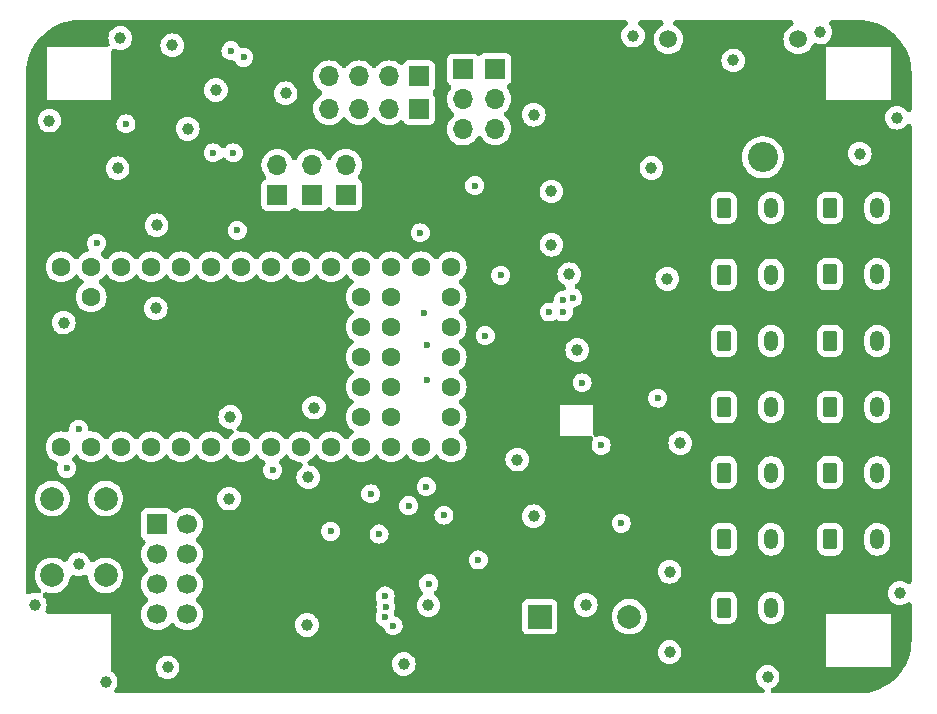
<source format=gbr>
%TF.GenerationSoftware,KiCad,Pcbnew,8.0.8*%
%TF.CreationDate,2025-01-20T15:00:34+07:00*%
%TF.ProjectId,Teensy4.0,5465656e-7379-4342-9e30-2e6b69636164,rev?*%
%TF.SameCoordinates,Original*%
%TF.FileFunction,Copper,L2,Inr*%
%TF.FilePolarity,Positive*%
%FSLAX46Y46*%
G04 Gerber Fmt 4.6, Leading zero omitted, Abs format (unit mm)*
G04 Created by KiCad (PCBNEW 8.0.8) date 2025-01-20 15:00:34*
%MOMM*%
%LPD*%
G01*
G04 APERTURE LIST*
G04 Aperture macros list*
%AMRoundRect*
0 Rectangle with rounded corners*
0 $1 Rounding radius*
0 $2 $3 $4 $5 $6 $7 $8 $9 X,Y pos of 4 corners*
0 Add a 4 corners polygon primitive as box body*
4,1,4,$2,$3,$4,$5,$6,$7,$8,$9,$2,$3,0*
0 Add four circle primitives for the rounded corners*
1,1,$1+$1,$2,$3*
1,1,$1+$1,$4,$5*
1,1,$1+$1,$6,$7*
1,1,$1+$1,$8,$9*
0 Add four rect primitives between the rounded corners*
20,1,$1+$1,$2,$3,$4,$5,0*
20,1,$1+$1,$4,$5,$6,$7,0*
20,1,$1+$1,$6,$7,$8,$9,0*
20,1,$1+$1,$8,$9,$2,$3,0*%
G04 Aperture macros list end*
%TA.AperFunction,ComponentPad*%
%ADD10RoundRect,0.250000X-0.350000X-0.625000X0.350000X-0.625000X0.350000X0.625000X-0.350000X0.625000X0*%
%TD*%
%TA.AperFunction,ComponentPad*%
%ADD11O,1.200000X1.750000*%
%TD*%
%TA.AperFunction,ComponentPad*%
%ADD12R,2.000000X2.000000*%
%TD*%
%TA.AperFunction,ComponentPad*%
%ADD13C,2.000000*%
%TD*%
%TA.AperFunction,ComponentPad*%
%ADD14R,1.700000X1.700000*%
%TD*%
%TA.AperFunction,ComponentPad*%
%ADD15O,1.700000X1.700000*%
%TD*%
%TA.AperFunction,ComponentPad*%
%ADD16C,1.700000*%
%TD*%
%TA.AperFunction,ComponentPad*%
%ADD17C,1.600000*%
%TD*%
%TA.AperFunction,ComponentPad*%
%ADD18C,2.550000*%
%TD*%
%TA.AperFunction,ComponentPad*%
%ADD19R,2.550000X2.550000*%
%TD*%
%TA.AperFunction,ComponentPad*%
%ADD20C,1.508000*%
%TD*%
%TA.AperFunction,ViaPad*%
%ADD21C,1.000000*%
%TD*%
%TA.AperFunction,ViaPad*%
%ADD22C,0.600000*%
%TD*%
G04 APERTURE END LIST*
D10*
%TO.N,GND*%
%TO.C,servo1*%
X172600000Y-102250000D03*
D11*
%TO.N,VCC*%
X174600000Y-102250000D03*
%TO.N,Net-(IC2-A2)*%
X176600000Y-102250000D03*
%TD*%
D12*
%TO.N,+5V*%
%TO.C,BZ1*%
X148000000Y-120000000D03*
D13*
%TO.N,Net-(BZ1--)*%
X155600000Y-120000000D03*
%TD*%
D14*
%TO.N,Net-(J1-Pin_1)*%
%TO.C,J1*%
X137790000Y-74250000D03*
D15*
%TO.N,Net-(J1-Pin_2)*%
X135250000Y-74250000D03*
%TO.N,Net-(J1-Pin_3)*%
X132710000Y-74250000D03*
%TO.N,Net-(J1-Pin_4)*%
X130170000Y-74250000D03*
%TD*%
D10*
%TO.N,GND*%
%TO.C,servo13*%
X172600000Y-96650000D03*
D11*
%TO.N,VCC*%
X174600000Y-96650000D03*
%TO.N,Net-(IC2-A2)*%
X176600000Y-96650000D03*
%TD*%
D14*
%TO.N,GND*%
%TO.C,U2*%
X115610500Y-112175000D03*
D16*
%TO.N,+3V3*%
X118150500Y-112175000D03*
%TO.N,/NRF_CE*%
X115610500Y-114715000D03*
%TO.N,/NRF_CSN*%
X118150500Y-114715000D03*
%TO.N,/NRF_SCK*%
X115610500Y-117255000D03*
%TO.N,/NRF_MOSI*%
X118150500Y-117255000D03*
%TO.N,/NRF_MISO*%
X115610500Y-119795000D03*
%TO.N,unconnected-(U2-IRQ-Pad8)*%
X118150500Y-119795000D03*
%TD*%
D10*
%TO.N,GND*%
%TO.C,servo11*%
X172600000Y-85400000D03*
D11*
%TO.N,VCC*%
X174600000Y-85400000D03*
%TO.N,Net-(IC2-A2)*%
X176600000Y-85400000D03*
%TD*%
D10*
%TO.N,GND*%
%TO.C,servo5*%
X163600000Y-107800000D03*
D11*
%TO.N,VCC*%
X165600000Y-107800000D03*
%TO.N,Net-(IC2-A2)*%
X167600000Y-107800000D03*
%TD*%
D10*
%TO.N,GND*%
%TO.C,servo4*%
X163600000Y-119250000D03*
D11*
%TO.N,VCC*%
X165600000Y-119250000D03*
%TO.N,Net-(IC2-A2)*%
X167600000Y-119250000D03*
%TD*%
D14*
%TO.N,+5V*%
%TO.C,5V*%
X144250000Y-73630000D03*
D15*
X144250000Y-76170000D03*
X144250000Y-78710000D03*
%TD*%
D10*
%TO.N,GND*%
%TO.C,servo2*%
X163600000Y-113450000D03*
D11*
%TO.N,VCC*%
X165600000Y-113450000D03*
%TO.N,Net-(IC2-A2)*%
X167600000Y-113450000D03*
%TD*%
D14*
%TO.N,/serial_rx4*%
%TO.C,S4*%
X125800000Y-84300000D03*
D15*
%TO.N,/serial_tx4*%
X125800000Y-81760000D03*
%TD*%
D10*
%TO.N,GND*%
%TO.C,servo10*%
X163600000Y-102250000D03*
D11*
%TO.N,VCC*%
X165600000Y-102250000D03*
%TO.N,Net-(IC2-A2)*%
X167600000Y-102250000D03*
%TD*%
D14*
%TO.N,/serial_rx2*%
%TO.C,S2*%
X131600000Y-84275000D03*
D15*
%TO.N,/serial_tx2*%
X131600000Y-81735000D03*
%TD*%
D17*
%TO.N,GND*%
%TO.C,U1*%
X107490000Y-105620000D03*
%TO.N,/servo_rx*%
X110030000Y-105620000D03*
%TO.N,/servo_tx*%
X112570000Y-105620000D03*
%TO.N,/servo_dir*%
X115110000Y-105620000D03*
%TO.N,/button*%
X117650000Y-105620000D03*
%TO.N,/buzzer*%
X120190000Y-105620000D03*
%TO.N,unconnected-(U1-5_IN2-Pad7)*%
X122730000Y-105620000D03*
%TO.N,unconnected-(U1-6_OUT1D-Pad8)*%
X125270000Y-105620000D03*
%TO.N,/serial_rx2*%
X127810000Y-105620000D03*
%TO.N,/serial_tx2*%
X130350000Y-105620000D03*
%TO.N,/NRF_CE*%
X132890000Y-105620000D03*
%TO.N,/NRF_CSN*%
X135430000Y-105620000D03*
%TO.N,/NRF_MOSI*%
X137970000Y-105620000D03*
%TO.N,/NRF_MISO*%
X140510000Y-105620000D03*
%TO.N,unconnected-(U1-VBAT-Pad15)*%
X140510000Y-103080000D03*
%TO.N,unconnected-(U1-3V3-Pad16)*%
X140510000Y-100540000D03*
%TO.N,GND*%
X140510000Y-98000000D03*
%TO.N,unconnected-(U1-PROGRAM-Pad18)*%
X140510000Y-95460000D03*
%TO.N,unconnected-(U1-ON_OFF-Pad19)*%
X140510000Y-92920000D03*
%TO.N,/NRF_SCK*%
X140510000Y-90380000D03*
%TO.N,/serial_tx3*%
X137970000Y-90380000D03*
%TO.N,/serial_rx3*%
X135430000Y-90380000D03*
%TO.N,/serial_rx4*%
X132890000Y-90380000D03*
%TO.N,/serial_tx4*%
X130350000Y-90380000D03*
%TO.N,/SDA*%
X127810000Y-90380000D03*
%TO.N,/SCL*%
X125270000Y-90380000D03*
%TO.N,/ICM_INT*%
X122730000Y-90380000D03*
%TO.N,unconnected-(U1-21_A7_RX5_BCLK1-Pad28)*%
X120190000Y-90380000D03*
%TO.N,unconnected-(U1-22_A8_CTX1-Pad29)*%
X117650000Y-90380000D03*
%TO.N,unconnected-(U1-23_A9_CRX1_MCLK1-Pad30)*%
X115110000Y-90380000D03*
%TO.N,+3V3*%
X112570000Y-90380000D03*
%TO.N,GND*%
X110030000Y-90380000D03*
%TO.N,+5V*%
X107490000Y-90380000D03*
%TO.N,unconnected-(U1-VUSB-Pad34)*%
X110030000Y-92920000D03*
%TO.N,Net-(J1-Pin_1)*%
X135430000Y-92920000D03*
%TO.N,Net-(J1-Pin_2)*%
X132890000Y-92920000D03*
%TO.N,Net-(J1-Pin_3)*%
X135430000Y-95460000D03*
%TO.N,Net-(J1-Pin_4)*%
X132890000Y-95460000D03*
%TO.N,Net-(J2-Pin_1)*%
X135430000Y-98000000D03*
%TO.N,Net-(J2-Pin_2)*%
X132890000Y-98000000D03*
%TO.N,Net-(J2-Pin_3)*%
X135430000Y-100540000D03*
%TO.N,Net-(J2-Pin_4)*%
X132890000Y-100540000D03*
%TO.N,unconnected-(U1-32_OUT1B-Pad43)*%
X135430000Y-103080000D03*
%TO.N,unconnected-(U1-33_MCLK2-Pad44)*%
X132890000Y-103080000D03*
%TD*%
D10*
%TO.N,GND*%
%TO.C,servo3*%
X163600000Y-96650000D03*
D11*
%TO.N,VCC*%
X165600000Y-96650000D03*
%TO.N,Net-(IC2-A2)*%
X167600000Y-96650000D03*
%TD*%
D10*
%TO.N,GND*%
%TO.C,servo9*%
X172600000Y-91000000D03*
D11*
%TO.N,VCC*%
X174600000Y-91000000D03*
%TO.N,Net-(IC2-A2)*%
X176600000Y-91000000D03*
%TD*%
D13*
%TO.N,/button*%
%TO.C,button1*%
X106750000Y-116500000D03*
X106750000Y-110000000D03*
%TO.N,GND*%
X111250000Y-116500000D03*
X111250000Y-110000000D03*
%TD*%
D14*
%TO.N,Net-(J2-Pin_1)*%
%TO.C,J2*%
X137790000Y-77000000D03*
D15*
%TO.N,Net-(J2-Pin_2)*%
X135250000Y-77000000D03*
%TO.N,Net-(J2-Pin_3)*%
X132710000Y-77000000D03*
%TO.N,Net-(J2-Pin_4)*%
X130170000Y-77000000D03*
%TD*%
D14*
%TO.N,/serial_rx3*%
%TO.C,S3*%
X128700000Y-84300000D03*
D15*
%TO.N,/serial_tx3*%
X128700000Y-81760000D03*
%TD*%
D18*
%TO.N,GND*%
%TO.C,Main Power*%
X166900000Y-81105750D03*
D19*
%TO.N,VCC*%
X161900000Y-81105750D03*
D20*
%TO.N,N/C*%
X169900000Y-71105750D03*
X158900000Y-71105750D03*
%TD*%
D10*
%TO.N,GND*%
%TO.C,servo12*%
X163600000Y-91050000D03*
D11*
%TO.N,VCC*%
X165600000Y-91050000D03*
%TO.N,Net-(IC2-A2)*%
X167600000Y-91050000D03*
%TD*%
D10*
%TO.N,GND*%
%TO.C,servo8*%
X172600000Y-113450000D03*
D11*
%TO.N,VCC*%
X174600000Y-113450000D03*
%TO.N,Net-(IC2-A2)*%
X176600000Y-113450000D03*
%TD*%
D10*
%TO.N,GND*%
%TO.C,servo6*%
X163600000Y-85400000D03*
D11*
%TO.N,VCC*%
X165600000Y-85400000D03*
%TO.N,Net-(IC2-A2)*%
X167600000Y-85400000D03*
%TD*%
D10*
%TO.N,GND*%
%TO.C,servo7*%
X172600000Y-107800000D03*
D11*
%TO.N,VCC*%
X174600000Y-107800000D03*
%TO.N,Net-(IC2-A2)*%
X176600000Y-107800000D03*
%TD*%
D14*
%TO.N,GND*%
%TO.C,GND*%
X141500000Y-73670000D03*
D15*
X141500000Y-76210000D03*
X141500000Y-78750000D03*
%TD*%
D21*
%TO.N,+5V*%
X157461715Y-82005718D03*
D22*
X139900000Y-111400000D03*
X121864000Y-72080000D03*
D21*
X116900000Y-71625002D03*
D22*
X112973718Y-78273718D03*
D21*
%TO.N,GND*%
X171750000Y-70500000D03*
D22*
X148800000Y-94200000D03*
X138430000Y-97028000D03*
X142500000Y-83500000D03*
D21*
X120586890Y-75413110D03*
X112268000Y-82042000D03*
X138587499Y-119031000D03*
X149000000Y-88500000D03*
D22*
X107950000Y-107442000D03*
X154900000Y-112100000D03*
D21*
X151178000Y-97422000D03*
X121800000Y-103100000D03*
X128400000Y-108200000D03*
X112500000Y-71000000D03*
X108966000Y-115570000D03*
X158800000Y-91400000D03*
X136500000Y-124000000D03*
X128300000Y-120700000D03*
X167300000Y-125100000D03*
D22*
X122936000Y-72644000D03*
D21*
X106500000Y-78000000D03*
X115570000Y-86868000D03*
X175100000Y-80800000D03*
X121700000Y-110000000D03*
D22*
X134400000Y-113000000D03*
D21*
X149000000Y-84000000D03*
D22*
X135600500Y-120762000D03*
D21*
X115500000Y-93900000D03*
X146100000Y-106700000D03*
D22*
X108966000Y-104140000D03*
D21*
X147500000Y-77500000D03*
X128900000Y-102300000D03*
X111250000Y-125500000D03*
X159900000Y-105300000D03*
X178250000Y-77750000D03*
D22*
X158000000Y-101500000D03*
X120373718Y-80725002D03*
X138600000Y-117200000D03*
X138430000Y-99949000D03*
X142800000Y-115200000D03*
X122073718Y-80725002D03*
D21*
X151900000Y-119000000D03*
X105250000Y-119000000D03*
X150500000Y-91000000D03*
X155900000Y-70800000D03*
X147500000Y-111500000D03*
X107700000Y-95100000D03*
X126492000Y-75692000D03*
X178500000Y-118000000D03*
X164400000Y-72900000D03*
X159000000Y-123000000D03*
D22*
X110490000Y-88392000D03*
D21*
X116500000Y-124300000D03*
X118200000Y-78700000D03*
X159000000Y-116200000D03*
D22*
%TO.N,+3V3*%
X138400000Y-109000000D03*
X136906000Y-110600000D03*
%TO.N,+1V8*%
X143400000Y-96200000D03*
X144700000Y-91100000D03*
%TO.N,Net-(J2-Pin_1)*%
X137900000Y-87500000D03*
X138200000Y-94300000D03*
%TO.N,/SDA*%
X150000000Y-94200000D03*
%TO.N,/SCL*%
X150000000Y-93200000D03*
%TO.N,/buzzer*%
X133700000Y-109600000D03*
X125400000Y-107600000D03*
%TO.N,/serial_rx2*%
X122400000Y-87300000D03*
%TO.N,/servo_tx*%
X134981250Y-119181250D03*
%TO.N,/NRF_SCK*%
X130302000Y-112776000D03*
%TO.N,/servo_dir*%
X134912500Y-118250000D03*
%TO.N,/servo_rx*%
X134912500Y-120050000D03*
%TO.N,/ICM_INT*%
X150800000Y-93000000D03*
%TO.N,/INT_1V8*%
X153200000Y-105500000D03*
X151600000Y-100200000D03*
%TD*%
%TA.AperFunction,Conductor*%
%TO.N,VCC*%
G36*
X112492538Y-69509206D02*
G01*
X112551231Y-69500500D01*
X155214714Y-69500500D01*
X155310002Y-69519454D01*
X155390784Y-69573430D01*
X155444760Y-69654212D01*
X155463714Y-69749500D01*
X155444760Y-69844788D01*
X155390784Y-69925570D01*
X155350431Y-69955497D01*
X155351632Y-69957294D01*
X155341467Y-69964085D01*
X155189120Y-70089114D01*
X155189114Y-70089120D01*
X155064088Y-70241463D01*
X154971188Y-70415266D01*
X154971185Y-70415274D01*
X154913975Y-70603868D01*
X154894659Y-70800000D01*
X154913975Y-70996131D01*
X154971185Y-71184725D01*
X154971188Y-71184733D01*
X155064088Y-71358536D01*
X155114070Y-71419439D01*
X155189117Y-71510883D01*
X155275936Y-71582134D01*
X155341463Y-71635911D01*
X155515266Y-71728811D01*
X155515270Y-71728812D01*
X155515273Y-71728814D01*
X155703868Y-71786024D01*
X155900000Y-71805341D01*
X156096132Y-71786024D01*
X156284727Y-71728814D01*
X156458538Y-71635910D01*
X156610883Y-71510883D01*
X156735910Y-71358538D01*
X156769413Y-71295859D01*
X156828811Y-71184733D01*
X156828811Y-71184731D01*
X156828814Y-71184727D01*
X156886024Y-70996132D01*
X156905341Y-70800000D01*
X156886024Y-70603868D01*
X156828814Y-70415273D01*
X156828812Y-70415270D01*
X156828811Y-70415266D01*
X156735911Y-70241463D01*
X156653524Y-70141075D01*
X156610883Y-70089117D01*
X156458538Y-69964090D01*
X156458532Y-69964085D01*
X156448368Y-69957294D01*
X156450193Y-69954561D01*
X156392801Y-69907457D01*
X156347005Y-69821773D01*
X156337486Y-69725085D01*
X156365692Y-69632115D01*
X156427329Y-69557015D01*
X156513013Y-69511219D01*
X156585286Y-69500500D01*
X158250905Y-69500500D01*
X158346193Y-69519454D01*
X158426975Y-69573430D01*
X158480951Y-69654212D01*
X158499905Y-69749500D01*
X158480951Y-69844788D01*
X158426975Y-69925570D01*
X158356138Y-69975169D01*
X158308677Y-69997301D01*
X158270354Y-70015171D01*
X158270349Y-70015174D01*
X158090544Y-70141075D01*
X157935325Y-70296294D01*
X157809424Y-70476099D01*
X157809423Y-70476100D01*
X157716650Y-70675053D01*
X157716649Y-70675056D01*
X157659841Y-70887066D01*
X157659839Y-70887072D01*
X157659839Y-70887076D01*
X157640708Y-71105750D01*
X157657232Y-71294630D01*
X157659839Y-71324421D01*
X157659841Y-71324433D01*
X157716649Y-71536443D01*
X157716650Y-71536446D01*
X157716652Y-71536451D01*
X157716653Y-71536453D01*
X157809421Y-71735396D01*
X157935326Y-71915207D01*
X158090543Y-72070424D01*
X158270354Y-72196329D01*
X158469297Y-72289097D01*
X158469301Y-72289098D01*
X158469303Y-72289099D01*
X158469306Y-72289100D01*
X158582764Y-72319501D01*
X158681326Y-72345911D01*
X158900000Y-72365042D01*
X159118674Y-72345911D01*
X159255940Y-72309129D01*
X159330693Y-72289100D01*
X159330696Y-72289099D01*
X159330696Y-72289098D01*
X159330703Y-72289097D01*
X159529646Y-72196329D01*
X159709457Y-72070424D01*
X159864674Y-71915207D01*
X159990579Y-71735396D01*
X160083347Y-71536453D01*
X160140161Y-71324424D01*
X160159292Y-71105750D01*
X160140161Y-70887076D01*
X160113905Y-70789090D01*
X160083350Y-70675056D01*
X160083349Y-70675053D01*
X160083348Y-70675051D01*
X160083347Y-70675047D01*
X159990579Y-70476104D01*
X159864674Y-70296293D01*
X159709457Y-70141076D01*
X159529646Y-70015171D01*
X159443862Y-69975169D01*
X159365513Y-69917722D01*
X159315112Y-69834664D01*
X159300332Y-69738639D01*
X159323424Y-69644269D01*
X159380873Y-69565918D01*
X159463931Y-69515517D01*
X159549095Y-69500500D01*
X169250905Y-69500500D01*
X169346193Y-69519454D01*
X169426975Y-69573430D01*
X169480951Y-69654212D01*
X169499905Y-69749500D01*
X169480951Y-69844788D01*
X169426975Y-69925570D01*
X169356138Y-69975169D01*
X169308677Y-69997301D01*
X169270354Y-70015171D01*
X169270349Y-70015174D01*
X169090544Y-70141075D01*
X168935325Y-70296294D01*
X168809424Y-70476099D01*
X168809423Y-70476100D01*
X168716650Y-70675053D01*
X168716649Y-70675056D01*
X168659841Y-70887066D01*
X168659839Y-70887072D01*
X168659839Y-70887076D01*
X168640708Y-71105750D01*
X168657232Y-71294630D01*
X168659839Y-71324421D01*
X168659841Y-71324433D01*
X168716649Y-71536443D01*
X168716650Y-71536446D01*
X168716652Y-71536451D01*
X168716653Y-71536453D01*
X168809421Y-71735396D01*
X168935326Y-71915207D01*
X169090543Y-72070424D01*
X169270354Y-72196329D01*
X169469297Y-72289097D01*
X169469301Y-72289098D01*
X169469303Y-72289099D01*
X169469306Y-72289100D01*
X169582764Y-72319501D01*
X169681326Y-72345911D01*
X169900000Y-72365042D01*
X170118674Y-72345911D01*
X170255940Y-72309129D01*
X170330693Y-72289100D01*
X170330696Y-72289099D01*
X170330696Y-72289098D01*
X170330703Y-72289097D01*
X170529646Y-72196329D01*
X170709457Y-72070424D01*
X170864674Y-71915207D01*
X170990579Y-71735396D01*
X171070982Y-71562968D01*
X171128430Y-71484620D01*
X171211488Y-71434219D01*
X171307513Y-71419439D01*
X171368929Y-71429923D01*
X171553868Y-71486024D01*
X171750000Y-71505341D01*
X171946132Y-71486024D01*
X171946139Y-71486021D01*
X171952419Y-71484773D01*
X172049574Y-71484772D01*
X172139334Y-71521950D01*
X172208034Y-71590648D01*
X172245215Y-71680407D01*
X172250000Y-71728988D01*
X172250000Y-71750000D01*
X172250000Y-76250000D01*
X172250001Y-76250000D01*
X177749999Y-76250000D01*
X177750000Y-76250000D01*
X177750000Y-71750000D01*
X172499876Y-71750000D01*
X172404588Y-71731046D01*
X172323806Y-71677070D01*
X172269830Y-71596288D01*
X172250876Y-71501000D01*
X172269830Y-71405712D01*
X172323806Y-71324930D01*
X172341911Y-71308521D01*
X172460883Y-71210883D01*
X172585910Y-71058538D01*
X172663105Y-70914116D01*
X172678811Y-70884733D01*
X172678811Y-70884731D01*
X172678814Y-70884727D01*
X172736024Y-70696132D01*
X172755341Y-70500000D01*
X172736024Y-70303868D01*
X172678814Y-70115273D01*
X172678812Y-70115270D01*
X172678811Y-70115266D01*
X172585911Y-69941463D01*
X172558009Y-69907465D01*
X172512210Y-69821782D01*
X172502687Y-69725094D01*
X172530889Y-69632123D01*
X172592523Y-69557021D01*
X172678206Y-69511222D01*
X172750488Y-69500500D01*
X174934108Y-69500500D01*
X174994567Y-69500500D01*
X175005428Y-69500737D01*
X175381306Y-69517148D01*
X175402917Y-69519038D01*
X175758999Y-69565918D01*
X175770552Y-69567439D01*
X175791943Y-69571211D01*
X175857737Y-69585797D01*
X176153956Y-69651467D01*
X176174908Y-69657081D01*
X176528566Y-69768588D01*
X176548954Y-69776009D01*
X176891534Y-69917910D01*
X176911208Y-69927085D01*
X177240111Y-70098302D01*
X177258918Y-70109160D01*
X177571643Y-70308386D01*
X177589424Y-70320837D01*
X177791767Y-70476100D01*
X177883600Y-70546566D01*
X177900237Y-70560526D01*
X177964771Y-70619661D01*
X178173611Y-70811028D01*
X178188971Y-70826388D01*
X178439470Y-71099759D01*
X178453431Y-71116397D01*
X178613444Y-71324930D01*
X178679157Y-71410568D01*
X178691616Y-71428361D01*
X178727553Y-71484772D01*
X178890837Y-71741077D01*
X178901697Y-71759888D01*
X179072914Y-72088791D01*
X179082093Y-72108476D01*
X179155588Y-72285908D01*
X179223985Y-72451032D01*
X179231415Y-72471445D01*
X179342914Y-72825076D01*
X179348536Y-72846058D01*
X179428788Y-73208056D01*
X179432560Y-73229447D01*
X179480959Y-73597066D01*
X179482852Y-73618706D01*
X179499263Y-73994570D01*
X179499500Y-74005432D01*
X179499500Y-76999514D01*
X179480546Y-77094802D01*
X179426570Y-77175584D01*
X179345788Y-77229560D01*
X179250500Y-77248514D01*
X179155212Y-77229560D01*
X179074430Y-77175584D01*
X179058021Y-77157479D01*
X178987201Y-77071186D01*
X178960883Y-77039117D01*
X178808538Y-76914090D01*
X178808539Y-76914090D01*
X178808536Y-76914088D01*
X178634733Y-76821188D01*
X178634725Y-76821185D01*
X178446131Y-76763975D01*
X178250000Y-76744659D01*
X178053868Y-76763975D01*
X177865274Y-76821185D01*
X177865266Y-76821188D01*
X177691463Y-76914088D01*
X177539120Y-77039114D01*
X177539114Y-77039120D01*
X177414088Y-77191463D01*
X177321188Y-77365266D01*
X177321185Y-77365274D01*
X177263975Y-77553868D01*
X177244659Y-77750000D01*
X177263975Y-77946131D01*
X177321185Y-78134725D01*
X177321188Y-78134733D01*
X177414088Y-78308536D01*
X177452761Y-78355659D01*
X177539117Y-78460883D01*
X177587372Y-78500485D01*
X177691463Y-78585911D01*
X177865266Y-78678811D01*
X177865270Y-78678812D01*
X177865273Y-78678814D01*
X178053868Y-78736024D01*
X178250000Y-78755341D01*
X178446132Y-78736024D01*
X178634727Y-78678814D01*
X178738686Y-78623247D01*
X178808536Y-78585911D01*
X178808535Y-78585911D01*
X178808538Y-78585910D01*
X178960883Y-78460883D01*
X179047239Y-78355659D01*
X179058021Y-78342521D01*
X179133123Y-78280886D01*
X179226094Y-78252684D01*
X179322781Y-78262207D01*
X179408464Y-78308006D01*
X179470099Y-78383108D01*
X179498301Y-78476079D01*
X179499500Y-78500485D01*
X179499500Y-116999512D01*
X179480546Y-117094800D01*
X179426570Y-117175582D01*
X179345788Y-117229558D01*
X179250500Y-117248512D01*
X179155212Y-117229558D01*
X179092535Y-117191991D01*
X179085264Y-117186024D01*
X179058538Y-117164090D01*
X179058539Y-117164090D01*
X179058536Y-117164088D01*
X178884733Y-117071188D01*
X178884725Y-117071185D01*
X178696131Y-117013975D01*
X178500000Y-116994659D01*
X178303868Y-117013975D01*
X178115274Y-117071185D01*
X178115266Y-117071188D01*
X177941463Y-117164088D01*
X177789120Y-117289114D01*
X177789114Y-117289120D01*
X177664088Y-117441463D01*
X177571188Y-117615266D01*
X177571185Y-117615274D01*
X177513975Y-117803868D01*
X177494659Y-118000000D01*
X177513975Y-118196131D01*
X177571185Y-118384725D01*
X177571188Y-118384733D01*
X177664088Y-118558536D01*
X177697725Y-118599522D01*
X177789117Y-118710883D01*
X177846126Y-118757669D01*
X177941463Y-118835911D01*
X178115266Y-118928811D01*
X178115270Y-118928812D01*
X178115273Y-118928814D01*
X178303868Y-118986024D01*
X178500000Y-119005341D01*
X178696132Y-118986024D01*
X178884727Y-118928814D01*
X178960378Y-118888378D01*
X179015085Y-118859136D01*
X179058538Y-118835910D01*
X179092536Y-118808008D01*
X179178215Y-118762210D01*
X179274902Y-118752686D01*
X179367874Y-118780887D01*
X179442977Y-118842520D01*
X179488777Y-118928202D01*
X179499500Y-119000487D01*
X179499500Y-121994567D01*
X179499263Y-122005429D01*
X179482852Y-122381293D01*
X179480959Y-122402933D01*
X179432560Y-122770552D01*
X179428788Y-122791943D01*
X179348536Y-123153941D01*
X179342914Y-123174923D01*
X179231415Y-123528554D01*
X179223985Y-123548967D01*
X179082095Y-123891520D01*
X179072914Y-123911208D01*
X178901697Y-124240111D01*
X178890837Y-124258922D01*
X178691617Y-124571636D01*
X178679157Y-124589431D01*
X178453433Y-124883600D01*
X178439470Y-124900240D01*
X178188971Y-125173611D01*
X178173611Y-125188971D01*
X177900240Y-125439470D01*
X177883600Y-125453433D01*
X177589431Y-125679157D01*
X177571636Y-125691617D01*
X177258922Y-125890837D01*
X177240111Y-125901697D01*
X176911208Y-126072914D01*
X176891520Y-126082095D01*
X176548967Y-126223985D01*
X176528554Y-126231415D01*
X176174923Y-126342914D01*
X176153941Y-126348536D01*
X175791943Y-126428788D01*
X175770552Y-126432560D01*
X175402933Y-126480959D01*
X175381293Y-126482852D01*
X175042023Y-126497665D01*
X175005427Y-126499263D01*
X174994567Y-126499500D01*
X167798200Y-126499500D01*
X167702912Y-126480546D01*
X167622130Y-126426570D01*
X167568154Y-126345788D01*
X167549200Y-126250500D01*
X167568154Y-126155212D01*
X167622130Y-126074430D01*
X167680822Y-126030902D01*
X167858536Y-125935911D01*
X167858535Y-125935911D01*
X167858538Y-125935910D01*
X168010883Y-125810883D01*
X168135910Y-125658538D01*
X168189644Y-125558009D01*
X168228811Y-125484733D01*
X168228811Y-125484731D01*
X168228814Y-125484727D01*
X168286024Y-125296132D01*
X168305341Y-125100000D01*
X168286024Y-124903868D01*
X168228814Y-124715273D01*
X168228812Y-124715270D01*
X168228811Y-124715266D01*
X168135911Y-124541463D01*
X168097500Y-124494659D01*
X168010883Y-124389117D01*
X167930234Y-124322930D01*
X167858536Y-124264088D01*
X167832179Y-124250000D01*
X172250000Y-124250000D01*
X172250001Y-124250000D01*
X177749999Y-124250000D01*
X177750000Y-124250000D01*
X177750000Y-119750000D01*
X172250000Y-119750000D01*
X172250000Y-124250000D01*
X167832179Y-124250000D01*
X167684733Y-124171188D01*
X167684725Y-124171185D01*
X167496131Y-124113975D01*
X167300000Y-124094659D01*
X167103868Y-124113975D01*
X166915274Y-124171185D01*
X166915266Y-124171188D01*
X166741463Y-124264088D01*
X166589120Y-124389114D01*
X166589114Y-124389120D01*
X166464088Y-124541463D01*
X166371188Y-124715266D01*
X166371185Y-124715274D01*
X166313975Y-124903868D01*
X166294659Y-125100000D01*
X166313975Y-125296131D01*
X166371185Y-125484725D01*
X166371188Y-125484733D01*
X166464088Y-125658536D01*
X166486443Y-125685775D01*
X166589117Y-125810883D01*
X166679093Y-125884725D01*
X166741463Y-125935911D01*
X166919178Y-126030902D01*
X166994280Y-126092536D01*
X167040078Y-126178220D01*
X167049601Y-126274907D01*
X167021398Y-126367878D01*
X166959764Y-126442980D01*
X166874080Y-126488778D01*
X166801800Y-126499500D01*
X112250488Y-126499500D01*
X112155200Y-126480546D01*
X112074418Y-126426570D01*
X112020442Y-126345788D01*
X112001488Y-126250500D01*
X112020442Y-126155212D01*
X112058009Y-126092535D01*
X112085910Y-126058538D01*
X112151456Y-125935910D01*
X112178811Y-125884733D01*
X112178811Y-125884731D01*
X112178814Y-125884727D01*
X112236024Y-125696132D01*
X112255341Y-125500000D01*
X112236024Y-125303868D01*
X112178814Y-125115273D01*
X112178812Y-125115270D01*
X112178811Y-125115266D01*
X112085911Y-124941463D01*
X112038424Y-124883600D01*
X111960883Y-124789117D01*
X111865550Y-124710879D01*
X111808536Y-124664088D01*
X111796634Y-124657727D01*
X111721531Y-124596093D01*
X111675732Y-124510410D01*
X111666209Y-124413723D01*
X111694411Y-124320752D01*
X111709801Y-124300000D01*
X115494659Y-124300000D01*
X115513975Y-124496131D01*
X115571185Y-124684725D01*
X115571188Y-124684733D01*
X115664088Y-124858536D01*
X115721762Y-124928811D01*
X115789117Y-125010883D01*
X115897706Y-125100000D01*
X115941463Y-125135911D01*
X116115266Y-125228811D01*
X116115270Y-125228812D01*
X116115273Y-125228814D01*
X116303868Y-125286024D01*
X116500000Y-125305341D01*
X116696132Y-125286024D01*
X116884727Y-125228814D01*
X116988005Y-125173611D01*
X117058536Y-125135911D01*
X117058535Y-125135911D01*
X117058538Y-125135910D01*
X117210883Y-125010883D01*
X117335910Y-124858538D01*
X117414833Y-124710883D01*
X117428811Y-124684733D01*
X117428811Y-124684731D01*
X117428814Y-124684727D01*
X117486024Y-124496132D01*
X117505341Y-124300000D01*
X117486024Y-124103868D01*
X117454516Y-124000000D01*
X135494659Y-124000000D01*
X135513975Y-124196131D01*
X135571185Y-124384725D01*
X135571188Y-124384733D01*
X135664088Y-124558536D01*
X135664090Y-124558538D01*
X135789117Y-124710883D01*
X135884441Y-124789114D01*
X135941463Y-124835911D01*
X136115266Y-124928811D01*
X136115270Y-124928812D01*
X136115273Y-124928814D01*
X136303868Y-124986024D01*
X136500000Y-125005341D01*
X136696132Y-124986024D01*
X136884727Y-124928814D01*
X136969317Y-124883600D01*
X137058536Y-124835911D01*
X137058535Y-124835911D01*
X137058538Y-124835910D01*
X137210883Y-124710883D01*
X137335910Y-124558538D01*
X137426466Y-124389120D01*
X137428811Y-124384733D01*
X137428811Y-124384731D01*
X137428814Y-124384727D01*
X137486024Y-124196132D01*
X137505341Y-124000000D01*
X137486024Y-123803868D01*
X137428814Y-123615273D01*
X137428812Y-123615270D01*
X137428811Y-123615266D01*
X137335911Y-123441463D01*
X137289353Y-123384733D01*
X137210883Y-123289117D01*
X137058538Y-123164090D01*
X137058539Y-123164090D01*
X137058536Y-123164088D01*
X136884733Y-123071188D01*
X136884725Y-123071185D01*
X136696131Y-123013975D01*
X136554232Y-123000000D01*
X157994659Y-123000000D01*
X158013975Y-123196131D01*
X158071185Y-123384725D01*
X158071188Y-123384733D01*
X158164088Y-123558536D01*
X158189188Y-123589120D01*
X158289117Y-123710883D01*
X158326379Y-123741463D01*
X158441463Y-123835911D01*
X158615266Y-123928811D01*
X158615270Y-123928812D01*
X158615273Y-123928814D01*
X158803868Y-123986024D01*
X159000000Y-124005341D01*
X159196132Y-123986024D01*
X159384727Y-123928814D01*
X159410061Y-123915273D01*
X159558536Y-123835911D01*
X159558535Y-123835911D01*
X159558538Y-123835910D01*
X159710883Y-123710883D01*
X159835910Y-123558538D01*
X159898488Y-123441463D01*
X159928811Y-123384733D01*
X159928811Y-123384731D01*
X159928814Y-123384727D01*
X159986024Y-123196132D01*
X160005341Y-123000000D01*
X159986024Y-122803868D01*
X159928814Y-122615273D01*
X159928812Y-122615270D01*
X159928811Y-122615266D01*
X159835911Y-122441463D01*
X159710885Y-122289120D01*
X159710883Y-122289117D01*
X159558538Y-122164090D01*
X159558539Y-122164090D01*
X159558536Y-122164088D01*
X159384733Y-122071188D01*
X159384725Y-122071185D01*
X159196131Y-122013975D01*
X159000000Y-121994659D01*
X158803868Y-122013975D01*
X158615274Y-122071185D01*
X158615266Y-122071188D01*
X158441463Y-122164088D01*
X158289120Y-122289114D01*
X158289114Y-122289120D01*
X158164088Y-122441463D01*
X158071188Y-122615266D01*
X158071185Y-122615274D01*
X158013975Y-122803868D01*
X157994659Y-123000000D01*
X136554232Y-123000000D01*
X136500000Y-122994659D01*
X136303868Y-123013975D01*
X136115274Y-123071185D01*
X136115266Y-123071188D01*
X135941463Y-123164088D01*
X135789120Y-123289114D01*
X135789114Y-123289120D01*
X135664088Y-123441463D01*
X135571188Y-123615266D01*
X135571185Y-123615274D01*
X135513975Y-123803868D01*
X135494659Y-124000000D01*
X117454516Y-124000000D01*
X117428814Y-123915273D01*
X117428812Y-123915270D01*
X117428811Y-123915266D01*
X117335911Y-123741463D01*
X117300955Y-123698870D01*
X117210883Y-123589117D01*
X117058538Y-123464090D01*
X117058539Y-123464090D01*
X117058536Y-123464088D01*
X116884733Y-123371188D01*
X116884725Y-123371185D01*
X116696131Y-123313975D01*
X116500000Y-123294659D01*
X116303868Y-123313975D01*
X116115274Y-123371185D01*
X116115266Y-123371188D01*
X115941463Y-123464088D01*
X115789120Y-123589114D01*
X115789114Y-123589120D01*
X115664088Y-123741463D01*
X115571188Y-123915266D01*
X115571185Y-123915274D01*
X115513975Y-124103868D01*
X115494659Y-124300000D01*
X111709801Y-124300000D01*
X111737941Y-124262057D01*
X111749998Y-124250000D01*
X111750000Y-124250000D01*
X111750000Y-119750000D01*
X106399003Y-119750000D01*
X106303715Y-119731046D01*
X106222933Y-119677070D01*
X106168957Y-119596288D01*
X106150003Y-119501000D01*
X106168957Y-119405712D01*
X106178330Y-119385894D01*
X106178810Y-119384733D01*
X106178814Y-119384727D01*
X106236024Y-119196132D01*
X106255341Y-119000000D01*
X106236024Y-118803868D01*
X106178814Y-118615273D01*
X106178812Y-118615270D01*
X106178811Y-118615266D01*
X106085911Y-118441463D01*
X106039353Y-118384733D01*
X105976587Y-118308252D01*
X105930789Y-118222571D01*
X105921266Y-118125884D01*
X105949468Y-118032912D01*
X106011102Y-117957810D01*
X106096785Y-117912011D01*
X106193472Y-117902488D01*
X106249916Y-117914780D01*
X106281983Y-117925789D01*
X106380379Y-117959569D01*
X106380381Y-117959569D01*
X106380386Y-117959571D01*
X106625665Y-118000500D01*
X106874335Y-118000500D01*
X107119614Y-117959571D01*
X107119618Y-117959569D01*
X107119621Y-117959569D01*
X107218017Y-117925789D01*
X107354810Y-117878828D01*
X107573509Y-117760474D01*
X107769744Y-117607738D01*
X107938164Y-117424785D01*
X108074173Y-117216607D01*
X108174063Y-116988881D01*
X108235108Y-116747821D01*
X108238365Y-116708514D01*
X108265122Y-116615121D01*
X108325584Y-116539072D01*
X108410547Y-116491950D01*
X108507075Y-116480929D01*
X108569339Y-116496014D01*
X108569567Y-116495263D01*
X108581272Y-116498813D01*
X108581273Y-116498814D01*
X108769868Y-116556024D01*
X108966000Y-116575341D01*
X109162132Y-116556024D01*
X109350727Y-116498814D01*
X109393334Y-116476039D01*
X109486305Y-116447836D01*
X109582992Y-116457358D01*
X109668676Y-116503156D01*
X109730311Y-116578257D01*
X109758515Y-116671228D01*
X109758863Y-116675073D01*
X109764890Y-116747813D01*
X109764894Y-116747831D01*
X109825935Y-116988874D01*
X109825937Y-116988881D01*
X109925827Y-117216607D01*
X109946672Y-117248512D01*
X110061830Y-117424778D01*
X110061836Y-117424785D01*
X110230248Y-117607730D01*
X110230252Y-117607733D01*
X110230256Y-117607738D01*
X110230260Y-117607741D01*
X110230261Y-117607742D01*
X110426485Y-117760470D01*
X110426487Y-117760471D01*
X110426491Y-117760474D01*
X110511893Y-117806691D01*
X110637192Y-117874500D01*
X110645190Y-117878828D01*
X110708231Y-117900470D01*
X110880378Y-117959569D01*
X110880382Y-117959569D01*
X110880386Y-117959571D01*
X111125665Y-118000500D01*
X111374335Y-118000500D01*
X111619614Y-117959571D01*
X111619618Y-117959569D01*
X111619621Y-117959569D01*
X111718017Y-117925789D01*
X111854810Y-117878828D01*
X112073509Y-117760474D01*
X112269744Y-117607738D01*
X112438164Y-117424785D01*
X112574173Y-117216607D01*
X112674063Y-116988881D01*
X112735108Y-116747821D01*
X112755643Y-116500000D01*
X112735108Y-116252179D01*
X112674063Y-116011119D01*
X112574173Y-115783393D01*
X112481446Y-115641463D01*
X112438169Y-115575221D01*
X112438163Y-115575214D01*
X112269751Y-115392269D01*
X112269747Y-115392265D01*
X112269744Y-115392262D01*
X112253033Y-115379255D01*
X112073514Y-115239529D01*
X112073510Y-115239526D01*
X112073509Y-115239526D01*
X111961039Y-115178660D01*
X111854811Y-115121172D01*
X111619621Y-115040430D01*
X111619610Y-115040428D01*
X111374335Y-114999500D01*
X111125665Y-114999500D01*
X110880389Y-115040428D01*
X110880378Y-115040430D01*
X110645188Y-115121172D01*
X110499523Y-115200003D01*
X110426491Y-115239526D01*
X110426489Y-115239526D01*
X110426486Y-115239529D01*
X110295690Y-115341332D01*
X110208852Y-115384902D01*
X110111952Y-115391924D01*
X110019740Y-115361329D01*
X109946255Y-115297775D01*
X109904473Y-115217115D01*
X109894814Y-115185273D01*
X109894812Y-115185270D01*
X109894811Y-115185266D01*
X109801911Y-115011463D01*
X109676885Y-114859120D01*
X109676883Y-114859117D01*
X109555883Y-114759814D01*
X109524536Y-114734088D01*
X109488814Y-114714994D01*
X114254841Y-114714994D01*
X114254841Y-114715005D01*
X114275435Y-114950401D01*
X114321192Y-115121172D01*
X114336597Y-115178663D01*
X114379742Y-115271188D01*
X114436465Y-115392830D01*
X114564176Y-115575221D01*
X114572005Y-115586401D01*
X114739099Y-115753495D01*
X114778425Y-115781031D01*
X114845607Y-115851209D01*
X114880821Y-115941758D01*
X114878702Y-116038890D01*
X114839574Y-116127818D01*
X114778428Y-116188965D01*
X114739103Y-116216501D01*
X114572004Y-116383600D01*
X114436465Y-116577169D01*
X114436461Y-116577177D01*
X114336598Y-116791333D01*
X114336597Y-116791335D01*
X114275435Y-117019598D01*
X114254841Y-117254994D01*
X114254841Y-117255005D01*
X114275435Y-117490401D01*
X114336596Y-117718660D01*
X114436465Y-117932830D01*
X114538148Y-118078049D01*
X114572005Y-118126401D01*
X114739099Y-118293495D01*
X114778425Y-118321031D01*
X114845607Y-118391209D01*
X114880821Y-118481758D01*
X114878702Y-118578890D01*
X114839574Y-118667818D01*
X114778428Y-118728965D01*
X114739103Y-118756501D01*
X114572004Y-118923600D01*
X114436465Y-119117169D01*
X114436461Y-119117177D01*
X114336598Y-119331333D01*
X114336597Y-119331335D01*
X114275435Y-119559598D01*
X114254841Y-119794994D01*
X114254841Y-119795005D01*
X114275435Y-120030401D01*
X114333694Y-120247831D01*
X114336597Y-120258663D01*
X114376229Y-120343653D01*
X114436465Y-120472830D01*
X114524391Y-120598402D01*
X114572005Y-120666401D01*
X114739099Y-120833495D01*
X114932670Y-120969035D01*
X115146837Y-121068903D01*
X115375092Y-121130063D01*
X115375095Y-121130063D01*
X115375098Y-121130064D01*
X115610495Y-121150659D01*
X115610500Y-121150659D01*
X115610505Y-121150659D01*
X115845901Y-121130064D01*
X115845903Y-121130063D01*
X115845908Y-121130063D01*
X116074163Y-121068903D01*
X116288330Y-120969035D01*
X116481901Y-120833495D01*
X116648995Y-120666401D01*
X116676532Y-120627074D01*
X116746711Y-120559891D01*
X116837260Y-120524678D01*
X116934392Y-120526797D01*
X117023319Y-120565925D01*
X117084467Y-120627073D01*
X117112005Y-120666401D01*
X117279099Y-120833495D01*
X117472670Y-120969035D01*
X117686837Y-121068903D01*
X117915092Y-121130063D01*
X117915095Y-121130063D01*
X117915098Y-121130064D01*
X118150495Y-121150659D01*
X118150500Y-121150659D01*
X118150505Y-121150659D01*
X118385901Y-121130064D01*
X118385903Y-121130063D01*
X118385908Y-121130063D01*
X118614163Y-121068903D01*
X118828330Y-120969035D01*
X119021901Y-120833495D01*
X119155396Y-120700000D01*
X127294659Y-120700000D01*
X127313975Y-120896131D01*
X127371185Y-121084725D01*
X127371188Y-121084733D01*
X127464088Y-121258536D01*
X127533998Y-121343721D01*
X127589117Y-121410883D01*
X127690506Y-121494091D01*
X127741463Y-121535911D01*
X127915266Y-121628811D01*
X127915270Y-121628812D01*
X127915273Y-121628814D01*
X128103868Y-121686024D01*
X128300000Y-121705341D01*
X128496132Y-121686024D01*
X128684727Y-121628814D01*
X128858538Y-121535910D01*
X129010883Y-121410883D01*
X129135910Y-121258538D01*
X129204581Y-121130064D01*
X129228811Y-121084733D01*
X129228811Y-121084731D01*
X129228814Y-121084727D01*
X129286024Y-120896132D01*
X129305341Y-120700000D01*
X129286024Y-120503868D01*
X129228814Y-120315273D01*
X129228812Y-120315270D01*
X129228811Y-120315266D01*
X129135911Y-120141463D01*
X129100955Y-120098870D01*
X129010883Y-119989117D01*
X128902623Y-119900270D01*
X128858536Y-119864088D01*
X128684733Y-119771188D01*
X128684725Y-119771185D01*
X128496131Y-119713975D01*
X128300000Y-119694659D01*
X128103868Y-119713975D01*
X127915274Y-119771185D01*
X127915266Y-119771188D01*
X127741463Y-119864088D01*
X127589120Y-119989114D01*
X127589114Y-119989120D01*
X127464088Y-120141463D01*
X127371188Y-120315266D01*
X127371185Y-120315274D01*
X127313975Y-120503868D01*
X127294659Y-120700000D01*
X119155396Y-120700000D01*
X119188995Y-120666401D01*
X119324535Y-120472830D01*
X119424403Y-120258663D01*
X119485563Y-120030408D01*
X119485791Y-120027802D01*
X119506159Y-119795005D01*
X119506159Y-119794994D01*
X119485564Y-119559598D01*
X119485563Y-119559595D01*
X119485563Y-119559592D01*
X119424403Y-119331337D01*
X119324535Y-119117171D01*
X119295161Y-119075221D01*
X119246230Y-119005340D01*
X119188995Y-118923599D01*
X119021901Y-118756505D01*
X118982574Y-118728967D01*
X118915391Y-118658789D01*
X118880178Y-118568240D01*
X118882297Y-118471108D01*
X118921425Y-118382181D01*
X118982573Y-118321032D01*
X119021901Y-118293495D01*
X119065400Y-118249996D01*
X134106935Y-118249996D01*
X134106935Y-118250003D01*
X134127130Y-118429245D01*
X134127131Y-118429250D01*
X134127132Y-118429255D01*
X134186711Y-118599522D01*
X134219262Y-118651326D01*
X134253909Y-118742093D01*
X134251184Y-118839210D01*
X134243454Y-118866041D01*
X134195882Y-119001993D01*
X134195880Y-119002004D01*
X134175685Y-119181246D01*
X134175685Y-119181253D01*
X134195880Y-119360495D01*
X134195883Y-119360509D01*
X134229407Y-119456316D01*
X134242988Y-119552517D01*
X134218721Y-119646592D01*
X134205219Y-119671020D01*
X134190367Y-119694659D01*
X134186711Y-119700478D01*
X134186707Y-119700486D01*
X134127132Y-119870743D01*
X134127130Y-119870754D01*
X134106935Y-120049996D01*
X134106935Y-120050003D01*
X134127130Y-120229245D01*
X134127131Y-120229251D01*
X134127132Y-120229255D01*
X134186711Y-120399522D01*
X134186712Y-120399523D01*
X134186714Y-120399529D01*
X134282680Y-120552257D01*
X134282682Y-120552259D01*
X134282684Y-120552262D01*
X134410238Y-120679816D01*
X134410240Y-120679817D01*
X134410242Y-120679819D01*
X134562970Y-120775785D01*
X134562973Y-120775786D01*
X134562978Y-120775789D01*
X134671155Y-120813642D01*
X134754835Y-120863004D01*
X134813256Y-120940632D01*
X134823937Y-120966418D01*
X134874711Y-121111522D01*
X134874712Y-121111523D01*
X134874714Y-121111529D01*
X134970680Y-121264257D01*
X134970682Y-121264259D01*
X134970684Y-121264262D01*
X135098238Y-121391816D01*
X135098240Y-121391817D01*
X135098242Y-121391819D01*
X135250970Y-121487785D01*
X135250973Y-121487786D01*
X135250978Y-121487789D01*
X135421245Y-121547368D01*
X135421254Y-121547369D01*
X135600496Y-121567565D01*
X135600500Y-121567565D01*
X135600504Y-121567565D01*
X135740408Y-121551801D01*
X135779755Y-121547368D01*
X135950022Y-121487789D01*
X135950027Y-121487785D01*
X135950029Y-121487785D01*
X136102757Y-121391819D01*
X136102756Y-121391819D01*
X136102762Y-121391816D01*
X136230316Y-121264262D01*
X136301698Y-121150659D01*
X136326285Y-121111529D01*
X136326285Y-121111527D01*
X136326289Y-121111522D01*
X136385868Y-120941255D01*
X136396899Y-120843351D01*
X136406065Y-120762003D01*
X136406065Y-120761996D01*
X136385869Y-120582754D01*
X136385868Y-120582745D01*
X136326289Y-120412478D01*
X136326286Y-120412473D01*
X136326285Y-120412470D01*
X136230319Y-120259742D01*
X136230317Y-120259740D01*
X136230316Y-120259738D01*
X136102762Y-120132184D01*
X136102759Y-120132182D01*
X136102757Y-120132180D01*
X135950029Y-120036214D01*
X135950024Y-120036212D01*
X135950022Y-120036211D01*
X135841844Y-119998357D01*
X135758165Y-119948996D01*
X135699744Y-119871368D01*
X135689065Y-119845587D01*
X135664341Y-119774930D01*
X135650761Y-119678736D01*
X135675027Y-119584660D01*
X135688529Y-119560228D01*
X135707039Y-119530772D01*
X135766618Y-119360505D01*
X135775307Y-119283391D01*
X135786815Y-119181253D01*
X135786815Y-119181246D01*
X135769886Y-119031000D01*
X137582158Y-119031000D01*
X137601474Y-119227131D01*
X137658684Y-119415725D01*
X137658687Y-119415733D01*
X137751587Y-119589536D01*
X137769700Y-119611606D01*
X137876616Y-119741883D01*
X137923643Y-119780477D01*
X138028962Y-119866911D01*
X138202765Y-119959811D01*
X138202769Y-119959812D01*
X138202772Y-119959814D01*
X138391367Y-120017024D01*
X138587499Y-120036341D01*
X138783631Y-120017024D01*
X138972226Y-119959814D01*
X138995371Y-119947443D01*
X139146035Y-119866911D01*
X139146034Y-119866911D01*
X139146037Y-119866910D01*
X139298382Y-119741883D01*
X139423409Y-119589538D01*
X139516313Y-119415727D01*
X139573523Y-119227132D01*
X139592840Y-119031000D01*
X139585071Y-118952123D01*
X146499500Y-118952123D01*
X146499500Y-121047865D01*
X146499500Y-121047868D01*
X146499501Y-121047872D01*
X146501567Y-121067093D01*
X146505908Y-121107480D01*
X146505909Y-121107484D01*
X146556203Y-121242329D01*
X146556204Y-121242331D01*
X146642454Y-121357546D01*
X146757669Y-121443796D01*
X146892517Y-121494091D01*
X146952127Y-121500500D01*
X149047872Y-121500499D01*
X149107483Y-121494091D01*
X149242331Y-121443796D01*
X149357546Y-121357546D01*
X149443796Y-121242331D01*
X149494091Y-121107483D01*
X149500500Y-121047873D01*
X149500499Y-119000000D01*
X150894659Y-119000000D01*
X150913975Y-119196131D01*
X150971185Y-119384725D01*
X150971188Y-119384733D01*
X151064088Y-119558536D01*
X151089531Y-119589538D01*
X151189117Y-119710883D01*
X151267167Y-119774937D01*
X151341463Y-119835911D01*
X151515266Y-119928811D01*
X151515270Y-119928812D01*
X151515273Y-119928814D01*
X151703868Y-119986024D01*
X151900000Y-120005341D01*
X151954229Y-120000000D01*
X154094357Y-120000000D01*
X154114892Y-120247823D01*
X154114894Y-120247831D01*
X154171872Y-120472830D01*
X154175937Y-120488881D01*
X154200498Y-120544875D01*
X154275825Y-120716603D01*
X154275828Y-120716608D01*
X154411830Y-120924778D01*
X154411836Y-120924785D01*
X154580248Y-121107730D01*
X154580252Y-121107733D01*
X154580256Y-121107738D01*
X154580260Y-121107741D01*
X154580261Y-121107742D01*
X154776485Y-121260470D01*
X154776487Y-121260471D01*
X154776491Y-121260474D01*
X154995190Y-121378828D01*
X155064736Y-121402703D01*
X155230378Y-121459569D01*
X155230382Y-121459569D01*
X155230386Y-121459571D01*
X155475665Y-121500500D01*
X155724335Y-121500500D01*
X155969614Y-121459571D01*
X155969618Y-121459569D01*
X155969621Y-121459569D01*
X156111431Y-121410885D01*
X156204810Y-121378828D01*
X156423509Y-121260474D01*
X156619744Y-121107738D01*
X156788164Y-120924785D01*
X156924173Y-120716607D01*
X157024063Y-120488881D01*
X157085108Y-120247821D01*
X157105643Y-120000000D01*
X157085108Y-119752179D01*
X157024063Y-119511119D01*
X156924173Y-119283393D01*
X156857437Y-119181246D01*
X156788169Y-119075221D01*
X156788163Y-119075214D01*
X156619751Y-118892269D01*
X156619747Y-118892265D01*
X156619744Y-118892262D01*
X156619738Y-118892257D01*
X156423514Y-118739529D01*
X156423510Y-118739526D01*
X156423509Y-118739526D01*
X156311645Y-118678988D01*
X156204811Y-118621172D01*
X156070284Y-118574988D01*
X162499500Y-118574988D01*
X162499500Y-119925006D01*
X162510001Y-120027800D01*
X162547666Y-120141463D01*
X162565186Y-120194334D01*
X162657288Y-120343656D01*
X162781344Y-120467712D01*
X162930666Y-120559814D01*
X162930669Y-120559815D01*
X162930667Y-120559815D01*
X163094310Y-120614040D01*
X163097203Y-120614999D01*
X163199991Y-120625500D01*
X164000008Y-120625499D01*
X164102797Y-120614999D01*
X164269334Y-120559814D01*
X164418656Y-120467712D01*
X164542712Y-120343656D01*
X164634814Y-120194334D01*
X164689999Y-120027797D01*
X164700500Y-119925009D01*
X164700499Y-118888393D01*
X166499500Y-118888393D01*
X166499500Y-119611606D01*
X166499501Y-119611621D01*
X166526597Y-119782697D01*
X166526598Y-119782701D01*
X166530594Y-119795000D01*
X166580124Y-119947437D01*
X166580126Y-119947443D01*
X166658770Y-120101792D01*
X166760581Y-120241922D01*
X166760583Y-120241924D01*
X166760586Y-120241928D01*
X166883072Y-120364414D01*
X166883075Y-120364416D01*
X166883077Y-120364418D01*
X167023207Y-120466229D01*
X167023209Y-120466230D01*
X167023212Y-120466232D01*
X167177555Y-120544873D01*
X167342299Y-120598402D01*
X167513389Y-120625500D01*
X167513393Y-120625500D01*
X167686607Y-120625500D01*
X167686611Y-120625500D01*
X167857701Y-120598402D01*
X168022445Y-120544873D01*
X168176788Y-120466232D01*
X168316928Y-120364414D01*
X168439414Y-120241928D01*
X168541232Y-120101788D01*
X168619873Y-119947445D01*
X168673402Y-119782701D01*
X168700500Y-119611611D01*
X168700500Y-118888389D01*
X168673402Y-118717299D01*
X168619873Y-118552555D01*
X168541232Y-118398212D01*
X168541230Y-118398209D01*
X168541229Y-118398207D01*
X168439418Y-118258077D01*
X168439416Y-118258075D01*
X168439414Y-118258072D01*
X168316928Y-118135586D01*
X168316924Y-118135583D01*
X168316922Y-118135581D01*
X168176792Y-118033770D01*
X168022443Y-117955126D01*
X168022437Y-117955124D01*
X167928195Y-117924503D01*
X167857701Y-117901598D01*
X167857699Y-117901597D01*
X167857697Y-117901597D01*
X167686621Y-117874501D01*
X167686614Y-117874500D01*
X167686611Y-117874500D01*
X167513389Y-117874500D01*
X167513386Y-117874500D01*
X167513378Y-117874501D01*
X167342302Y-117901597D01*
X167177562Y-117955124D01*
X167177556Y-117955126D01*
X167023207Y-118033770D01*
X166883077Y-118135581D01*
X166760581Y-118258077D01*
X166658770Y-118398207D01*
X166580126Y-118552556D01*
X166580124Y-118552562D01*
X166526597Y-118717302D01*
X166499501Y-118888378D01*
X166499500Y-118888393D01*
X164700499Y-118888393D01*
X164700499Y-118574992D01*
X164689999Y-118472203D01*
X164679812Y-118441462D01*
X164639905Y-118321029D01*
X164634814Y-118305666D01*
X164542712Y-118156344D01*
X164418656Y-118032288D01*
X164269334Y-117940186D01*
X164269332Y-117940185D01*
X164269330Y-117940184D01*
X164269332Y-117940184D01*
X164102802Y-117885002D01*
X164102798Y-117885001D01*
X164102797Y-117885001D01*
X164000009Y-117874500D01*
X164000005Y-117874500D01*
X163199993Y-117874500D01*
X163097199Y-117885001D01*
X162930667Y-117940185D01*
X162781346Y-118032286D01*
X162657286Y-118156346D01*
X162565184Y-118305668D01*
X162510002Y-118472197D01*
X162510002Y-118472199D01*
X162510001Y-118472203D01*
X162509025Y-118481758D01*
X162499500Y-118574988D01*
X156070284Y-118574988D01*
X155969621Y-118540430D01*
X155969610Y-118540428D01*
X155724335Y-118499500D01*
X155475665Y-118499500D01*
X155230389Y-118540428D01*
X155230378Y-118540430D01*
X154995188Y-118621172D01*
X154776485Y-118739529D01*
X154580261Y-118892257D01*
X154580248Y-118892269D01*
X154411836Y-119075214D01*
X154411830Y-119075221D01*
X154275828Y-119283391D01*
X154275825Y-119283396D01*
X154175936Y-119511121D01*
X154175935Y-119511125D01*
X154114894Y-119752168D01*
X154114892Y-119752176D01*
X154094357Y-120000000D01*
X151954229Y-120000000D01*
X152096132Y-119986024D01*
X152284727Y-119928814D01*
X152286638Y-119927793D01*
X152458536Y-119835911D01*
X152458535Y-119835911D01*
X152458538Y-119835910D01*
X152610883Y-119710883D01*
X152735910Y-119558538D01*
X152828814Y-119384727D01*
X152886024Y-119196132D01*
X152905341Y-119000000D01*
X152886024Y-118803868D01*
X152828814Y-118615273D01*
X152828812Y-118615270D01*
X152828811Y-118615266D01*
X152735911Y-118441463D01*
X152689353Y-118384733D01*
X152610883Y-118289117D01*
X152497580Y-118196131D01*
X152458536Y-118164088D01*
X152284733Y-118071188D01*
X152284725Y-118071185D01*
X152096131Y-118013975D01*
X151900000Y-117994659D01*
X151703868Y-118013975D01*
X151515274Y-118071185D01*
X151515266Y-118071188D01*
X151341463Y-118164088D01*
X151189120Y-118289114D01*
X151189114Y-118289120D01*
X151064088Y-118441463D01*
X150971188Y-118615266D01*
X150971185Y-118615274D01*
X150913975Y-118803868D01*
X150894659Y-119000000D01*
X149500499Y-119000000D01*
X149500499Y-118952128D01*
X149494091Y-118892517D01*
X149443796Y-118757669D01*
X149357546Y-118642454D01*
X149242331Y-118556204D01*
X149158669Y-118525000D01*
X149107481Y-118505908D01*
X149047873Y-118499500D01*
X146952134Y-118499500D01*
X146952130Y-118499500D01*
X146952128Y-118499501D01*
X146939314Y-118500878D01*
X146892519Y-118505908D01*
X146892515Y-118505909D01*
X146757670Y-118556203D01*
X146642455Y-118642453D01*
X146642453Y-118642455D01*
X146556204Y-118757669D01*
X146505908Y-118892518D01*
X146499500Y-118952123D01*
X139585071Y-118952123D01*
X139573523Y-118834868D01*
X139516313Y-118646273D01*
X139516311Y-118646270D01*
X139516310Y-118646266D01*
X139423410Y-118472463D01*
X139298384Y-118320120D01*
X139298382Y-118320117D01*
X139146037Y-118195090D01*
X139146036Y-118195089D01*
X139136580Y-118187329D01*
X139138398Y-118185113D01*
X139084375Y-118131067D01*
X139047215Y-118041300D01*
X139047236Y-117944145D01*
X139084435Y-117854393D01*
X139115367Y-117816710D01*
X139229816Y-117702262D01*
X139283556Y-117616735D01*
X139325785Y-117549529D01*
X139325785Y-117549527D01*
X139325789Y-117549522D01*
X139385368Y-117379255D01*
X139395524Y-117289114D01*
X139405565Y-117200003D01*
X139405565Y-117199996D01*
X139385369Y-117020754D01*
X139385368Y-117020745D01*
X139325789Y-116850478D01*
X139325786Y-116850473D01*
X139325785Y-116850470D01*
X139229819Y-116697742D01*
X139229817Y-116697740D01*
X139229816Y-116697738D01*
X139102262Y-116570184D01*
X139102259Y-116570182D01*
X139102257Y-116570180D01*
X138949529Y-116474214D01*
X138949524Y-116474212D01*
X138949522Y-116474211D01*
X138779255Y-116414632D01*
X138779251Y-116414631D01*
X138779245Y-116414630D01*
X138600004Y-116394435D01*
X138599996Y-116394435D01*
X138420754Y-116414630D01*
X138420746Y-116414631D01*
X138420745Y-116414632D01*
X138250478Y-116474211D01*
X138250476Y-116474211D01*
X138250476Y-116474212D01*
X138250470Y-116474214D01*
X138097742Y-116570180D01*
X137970180Y-116697742D01*
X137874214Y-116850470D01*
X137874211Y-116850476D01*
X137874211Y-116850478D01*
X137815034Y-117019598D01*
X137814632Y-117020746D01*
X137814630Y-117020754D01*
X137794435Y-117199996D01*
X137794435Y-117200003D01*
X137814630Y-117379245D01*
X137814631Y-117379251D01*
X137814632Y-117379255D01*
X137874211Y-117549522D01*
X137874212Y-117549523D01*
X137874214Y-117549529D01*
X137970180Y-117702257D01*
X137970182Y-117702259D01*
X137970184Y-117702262D01*
X138074616Y-117806694D01*
X138128590Y-117887473D01*
X138147544Y-117982761D01*
X138128590Y-118078049D01*
X138074614Y-118158831D01*
X138036889Y-118189792D01*
X138028964Y-118195087D01*
X137876619Y-118320114D01*
X137876613Y-118320120D01*
X137751587Y-118472463D01*
X137658687Y-118646266D01*
X137658684Y-118646274D01*
X137601474Y-118834868D01*
X137582158Y-119031000D01*
X135769886Y-119031000D01*
X135766619Y-119002004D01*
X135766618Y-119001995D01*
X135707039Y-118831728D01*
X135689533Y-118803868D01*
X135674488Y-118779923D01*
X135639840Y-118689157D01*
X135642565Y-118592040D01*
X135650287Y-118565233D01*
X135697868Y-118429255D01*
X135710062Y-118321029D01*
X135718065Y-118250003D01*
X135718065Y-118249996D01*
X135697869Y-118070754D01*
X135697868Y-118070745D01*
X135638289Y-117900478D01*
X135638286Y-117900473D01*
X135638285Y-117900470D01*
X135542319Y-117747742D01*
X135542317Y-117747740D01*
X135542316Y-117747738D01*
X135414762Y-117620184D01*
X135414759Y-117620182D01*
X135414757Y-117620180D01*
X135262029Y-117524214D01*
X135262024Y-117524212D01*
X135262022Y-117524211D01*
X135091755Y-117464632D01*
X135091751Y-117464631D01*
X135091745Y-117464630D01*
X134912504Y-117444435D01*
X134912496Y-117444435D01*
X134733254Y-117464630D01*
X134733246Y-117464631D01*
X134733245Y-117464632D01*
X134562978Y-117524211D01*
X134562976Y-117524211D01*
X134562976Y-117524212D01*
X134562970Y-117524214D01*
X134410242Y-117620180D01*
X134282680Y-117747742D01*
X134186714Y-117900470D01*
X134186711Y-117900476D01*
X134186711Y-117900478D01*
X134136770Y-118043203D01*
X134127132Y-118070746D01*
X134127130Y-118070754D01*
X134106935Y-118249996D01*
X119065400Y-118249996D01*
X119188995Y-118126401D01*
X119324535Y-117932830D01*
X119424403Y-117718663D01*
X119485563Y-117490408D01*
X119485564Y-117490401D01*
X119506159Y-117255005D01*
X119506159Y-117254994D01*
X119485564Y-117019598D01*
X119485563Y-117019595D01*
X119485563Y-117019592D01*
X119424403Y-116791337D01*
X119328061Y-116584733D01*
X119324538Y-116577177D01*
X119324534Y-116577169D01*
X119272709Y-116503156D01*
X119188995Y-116383599D01*
X119021901Y-116216505D01*
X118998330Y-116200000D01*
X157994659Y-116200000D01*
X158013975Y-116396131D01*
X158071185Y-116584725D01*
X158071188Y-116584733D01*
X158164088Y-116758536D01*
X158233998Y-116843721D01*
X158289117Y-116910883D01*
X158384149Y-116988874D01*
X158441463Y-117035911D01*
X158615266Y-117128811D01*
X158615270Y-117128812D01*
X158615273Y-117128814D01*
X158803868Y-117186024D01*
X159000000Y-117205341D01*
X159196132Y-117186024D01*
X159384727Y-117128814D01*
X159558538Y-117035910D01*
X159710883Y-116910883D01*
X159835910Y-116758538D01*
X159928814Y-116584727D01*
X159986024Y-116396132D01*
X160005341Y-116200000D01*
X159986024Y-116003868D01*
X159928814Y-115815273D01*
X159928812Y-115815270D01*
X159928811Y-115815266D01*
X159835911Y-115641463D01*
X159710885Y-115489120D01*
X159710883Y-115489117D01*
X159592874Y-115392269D01*
X159558536Y-115364088D01*
X159384733Y-115271188D01*
X159384725Y-115271185D01*
X159196131Y-115213975D01*
X159000000Y-115194659D01*
X158803868Y-115213975D01*
X158615274Y-115271185D01*
X158615266Y-115271188D01*
X158441463Y-115364088D01*
X158289120Y-115489114D01*
X158289114Y-115489120D01*
X158164088Y-115641463D01*
X158071188Y-115815266D01*
X158071185Y-115815274D01*
X158013975Y-116003868D01*
X157994659Y-116200000D01*
X118998330Y-116200000D01*
X118982574Y-116188967D01*
X118915391Y-116118789D01*
X118880178Y-116028240D01*
X118882297Y-115931108D01*
X118921425Y-115842181D01*
X118982573Y-115781032D01*
X119021901Y-115753495D01*
X119188995Y-115586401D01*
X119324535Y-115392830D01*
X119414455Y-115199996D01*
X141994435Y-115199996D01*
X141994435Y-115200003D01*
X142014630Y-115379245D01*
X142014631Y-115379251D01*
X142014632Y-115379255D01*
X142074211Y-115549522D01*
X142074212Y-115549523D01*
X142074214Y-115549529D01*
X142170180Y-115702257D01*
X142170182Y-115702259D01*
X142170184Y-115702262D01*
X142297738Y-115829816D01*
X142297740Y-115829817D01*
X142297742Y-115829819D01*
X142450470Y-115925785D01*
X142450473Y-115925786D01*
X142450478Y-115925789D01*
X142620745Y-115985368D01*
X142620754Y-115985369D01*
X142799996Y-116005565D01*
X142800000Y-116005565D01*
X142800004Y-116005565D01*
X142939908Y-115989801D01*
X142979255Y-115985368D01*
X143149522Y-115925789D01*
X143149527Y-115925785D01*
X143149529Y-115925785D01*
X143302257Y-115829819D01*
X143302256Y-115829819D01*
X143302262Y-115829816D01*
X143429816Y-115702262D01*
X143483589Y-115616683D01*
X143525785Y-115549529D01*
X143525785Y-115549527D01*
X143525789Y-115549522D01*
X143585368Y-115379255D01*
X143597544Y-115271186D01*
X143605565Y-115200003D01*
X143605565Y-115199996D01*
X143585369Y-115020754D01*
X143585368Y-115020745D01*
X143525789Y-114850478D01*
X143525786Y-114850473D01*
X143525785Y-114850470D01*
X143429819Y-114697742D01*
X143429817Y-114697740D01*
X143429816Y-114697738D01*
X143302262Y-114570184D01*
X143302259Y-114570182D01*
X143302257Y-114570180D01*
X143149529Y-114474214D01*
X143149524Y-114474212D01*
X143149522Y-114474211D01*
X142979255Y-114414632D01*
X142979251Y-114414631D01*
X142979245Y-114414630D01*
X142800004Y-114394435D01*
X142799996Y-114394435D01*
X142620754Y-114414630D01*
X142620746Y-114414631D01*
X142620745Y-114414632D01*
X142450478Y-114474211D01*
X142450476Y-114474211D01*
X142450476Y-114474212D01*
X142450470Y-114474214D01*
X142297742Y-114570180D01*
X142170180Y-114697742D01*
X142074214Y-114850470D01*
X142074211Y-114850476D01*
X142074211Y-114850478D01*
X142017881Y-115011462D01*
X142014632Y-115020746D01*
X142014630Y-115020754D01*
X141994435Y-115199996D01*
X119414455Y-115199996D01*
X119424403Y-115178663D01*
X119485563Y-114950408D01*
X119493550Y-114859120D01*
X119506159Y-114715005D01*
X119506159Y-114714994D01*
X119485564Y-114479598D01*
X119485563Y-114479595D01*
X119485563Y-114479592D01*
X119424403Y-114251337D01*
X119365494Y-114125008D01*
X119324538Y-114037177D01*
X119324534Y-114037169D01*
X119275224Y-113966747D01*
X119188995Y-113843599D01*
X119021901Y-113676505D01*
X118982574Y-113648967D01*
X118915391Y-113578789D01*
X118880178Y-113488240D01*
X118882297Y-113391108D01*
X118921425Y-113302181D01*
X118982573Y-113241032D01*
X119021901Y-113213495D01*
X119188995Y-113046401D01*
X119324535Y-112852830D01*
X119360363Y-112775996D01*
X129496435Y-112775996D01*
X129496435Y-112776003D01*
X129516630Y-112955245D01*
X129516631Y-112955251D01*
X129516632Y-112955255D01*
X129576211Y-113125522D01*
X129576212Y-113125523D01*
X129576214Y-113125529D01*
X129672180Y-113278257D01*
X129672182Y-113278259D01*
X129672184Y-113278262D01*
X129799738Y-113405816D01*
X129799740Y-113405817D01*
X129799742Y-113405819D01*
X129952470Y-113501785D01*
X129952473Y-113501786D01*
X129952478Y-113501789D01*
X130122745Y-113561368D01*
X130122754Y-113561369D01*
X130301996Y-113581565D01*
X130302000Y-113581565D01*
X130302004Y-113581565D01*
X130441908Y-113565801D01*
X130481255Y-113561368D01*
X130651522Y-113501789D01*
X130651527Y-113501785D01*
X130651529Y-113501785D01*
X130804257Y-113405819D01*
X130804256Y-113405819D01*
X130804262Y-113405816D01*
X130931816Y-113278262D01*
X130994033Y-113179245D01*
X131027785Y-113125529D01*
X131027785Y-113125527D01*
X131027789Y-113125522D01*
X131071712Y-112999996D01*
X133594435Y-112999996D01*
X133594435Y-113000003D01*
X133614630Y-113179245D01*
X133614631Y-113179251D01*
X133614632Y-113179255D01*
X133674211Y-113349522D01*
X133674212Y-113349523D01*
X133674214Y-113349529D01*
X133770180Y-113502257D01*
X133770182Y-113502259D01*
X133770184Y-113502262D01*
X133897738Y-113629816D01*
X133897740Y-113629817D01*
X133897742Y-113629819D01*
X134050470Y-113725785D01*
X134050473Y-113725786D01*
X134050478Y-113725789D01*
X134220745Y-113785368D01*
X134220754Y-113785369D01*
X134399996Y-113805565D01*
X134400000Y-113805565D01*
X134400004Y-113805565D01*
X134539908Y-113789801D01*
X134579255Y-113785368D01*
X134749522Y-113725789D01*
X134749527Y-113725785D01*
X134749529Y-113725785D01*
X134902257Y-113629819D01*
X134902256Y-113629819D01*
X134902262Y-113629816D01*
X135029816Y-113502262D01*
X135125789Y-113349522D01*
X135185368Y-113179255D01*
X135197354Y-113072873D01*
X135205565Y-113000003D01*
X135205565Y-112999996D01*
X135185369Y-112820754D01*
X135185368Y-112820745D01*
X135125789Y-112650478D01*
X135125786Y-112650473D01*
X135125785Y-112650470D01*
X135029819Y-112497742D01*
X135029817Y-112497740D01*
X135029816Y-112497738D01*
X134902262Y-112370184D01*
X134902259Y-112370182D01*
X134902257Y-112370180D01*
X134749529Y-112274214D01*
X134749524Y-112274212D01*
X134749522Y-112274211D01*
X134579255Y-112214632D01*
X134579251Y-112214631D01*
X134579245Y-112214630D01*
X134400004Y-112194435D01*
X134399996Y-112194435D01*
X134220754Y-112214630D01*
X134220746Y-112214631D01*
X134220745Y-112214632D01*
X134050478Y-112274211D01*
X134050476Y-112274211D01*
X134050476Y-112274212D01*
X134050470Y-112274214D01*
X133897742Y-112370180D01*
X133770180Y-112497742D01*
X133674214Y-112650470D01*
X133674211Y-112650476D01*
X133674211Y-112650478D01*
X133615011Y-112819664D01*
X133614632Y-112820746D01*
X133614630Y-112820754D01*
X133594435Y-112999996D01*
X131071712Y-112999996D01*
X131087368Y-112955255D01*
X131095242Y-112885367D01*
X131107565Y-112776003D01*
X131107565Y-112775996D01*
X131087369Y-112596754D01*
X131087368Y-112596745D01*
X131027789Y-112426478D01*
X131027786Y-112426473D01*
X131027785Y-112426470D01*
X130931819Y-112273742D01*
X130931817Y-112273740D01*
X130931816Y-112273738D01*
X130804262Y-112146184D01*
X130804259Y-112146182D01*
X130804257Y-112146180D01*
X130651529Y-112050214D01*
X130651524Y-112050212D01*
X130651522Y-112050211D01*
X130481255Y-111990632D01*
X130481251Y-111990631D01*
X130481245Y-111990630D01*
X130302004Y-111970435D01*
X130301996Y-111970435D01*
X130122754Y-111990630D01*
X130122746Y-111990631D01*
X130122745Y-111990632D01*
X129952478Y-112050211D01*
X129952476Y-112050211D01*
X129952476Y-112050212D01*
X129952470Y-112050214D01*
X129799742Y-112146180D01*
X129672180Y-112273742D01*
X129576214Y-112426470D01*
X129576211Y-112426476D01*
X129576211Y-112426478D01*
X129548502Y-112505668D01*
X129516632Y-112596746D01*
X129516630Y-112596754D01*
X129496435Y-112775996D01*
X119360363Y-112775996D01*
X119424403Y-112638663D01*
X119485563Y-112410408D01*
X119485564Y-112410401D01*
X119506159Y-112175005D01*
X119506159Y-112174994D01*
X119485564Y-111939598D01*
X119485563Y-111939595D01*
X119485563Y-111939592D01*
X119424403Y-111711337D01*
X119340001Y-111530337D01*
X119324538Y-111497177D01*
X119324534Y-111497169D01*
X119260392Y-111405565D01*
X119188995Y-111303599D01*
X119021901Y-111136505D01*
X118899030Y-111050470D01*
X118828330Y-111000965D01*
X118796289Y-110986024D01*
X118614163Y-110901097D01*
X118614160Y-110901096D01*
X118385901Y-110839935D01*
X118150505Y-110819341D01*
X118150495Y-110819341D01*
X117915098Y-110839935D01*
X117686835Y-110901097D01*
X117686833Y-110901098D01*
X117472677Y-111000961D01*
X117472669Y-111000965D01*
X117279087Y-111136513D01*
X117275105Y-111139855D01*
X117271460Y-111141853D01*
X117270194Y-111142741D01*
X117270096Y-111142602D01*
X117189923Y-111186580D01*
X117093345Y-111197150D01*
X117000073Y-111169957D01*
X116924308Y-111109140D01*
X116915633Y-111096429D01*
X116914969Y-111096927D01*
X116904296Y-111082670D01*
X116904296Y-111082669D01*
X116818046Y-110967454D01*
X116702831Y-110881204D01*
X116622617Y-110851286D01*
X116567981Y-110830908D01*
X116508373Y-110824500D01*
X114712634Y-110824500D01*
X114712630Y-110824500D01*
X114712628Y-110824501D01*
X114699814Y-110825878D01*
X114653019Y-110830908D01*
X114653015Y-110830909D01*
X114518170Y-110881203D01*
X114402955Y-110967453D01*
X114402953Y-110967455D01*
X114316704Y-111082669D01*
X114266408Y-111217518D01*
X114260000Y-111277123D01*
X114260000Y-113072865D01*
X114260000Y-113072868D01*
X114260001Y-113072872D01*
X114262067Y-113092093D01*
X114266408Y-113132480D01*
X114266409Y-113132484D01*
X114296624Y-113213495D01*
X114316704Y-113267331D01*
X114402954Y-113382546D01*
X114518169Y-113468796D01*
X114518170Y-113468796D01*
X114532427Y-113479469D01*
X114529954Y-113482771D01*
X114578465Y-113523305D01*
X114623506Y-113609389D01*
X114632175Y-113706156D01*
X114603153Y-113798875D01*
X114575355Y-113839605D01*
X114572013Y-113843587D01*
X114436465Y-114037169D01*
X114436461Y-114037177D01*
X114336598Y-114251333D01*
X114336597Y-114251335D01*
X114275435Y-114479598D01*
X114254841Y-114714994D01*
X109488814Y-114714994D01*
X109350733Y-114641188D01*
X109350725Y-114641185D01*
X109162131Y-114583975D01*
X108966000Y-114564659D01*
X108769868Y-114583975D01*
X108581274Y-114641185D01*
X108581266Y-114641188D01*
X108407463Y-114734088D01*
X108255120Y-114859114D01*
X108255114Y-114859120D01*
X108130088Y-115011463D01*
X108037188Y-115185266D01*
X108032507Y-115196570D01*
X108029343Y-115195259D01*
X107994528Y-115260211D01*
X107919353Y-115321756D01*
X107826348Y-115349848D01*
X107729672Y-115340210D01*
X107649297Y-115298514D01*
X107573513Y-115239528D01*
X107354811Y-115121172D01*
X107119621Y-115040430D01*
X107119610Y-115040428D01*
X106874335Y-114999500D01*
X106625665Y-114999500D01*
X106380389Y-115040428D01*
X106380378Y-115040430D01*
X106145188Y-115121172D01*
X105926485Y-115239529D01*
X105730261Y-115392257D01*
X105730248Y-115392269D01*
X105561836Y-115575214D01*
X105561830Y-115575221D01*
X105425828Y-115783391D01*
X105425825Y-115783396D01*
X105325936Y-116011121D01*
X105325935Y-116011125D01*
X105264894Y-116252168D01*
X105264892Y-116252176D01*
X105244357Y-116500000D01*
X105264892Y-116747823D01*
X105264894Y-116747831D01*
X105325935Y-116988874D01*
X105325937Y-116988881D01*
X105425827Y-117216607D01*
X105446672Y-117248512D01*
X105561830Y-117424778D01*
X105561836Y-117424785D01*
X105737231Y-117615315D01*
X105735687Y-117616735D01*
X105784068Y-117683032D01*
X105806948Y-117777454D01*
X105791952Y-117873445D01*
X105741364Y-117956390D01*
X105662884Y-118013662D01*
X105568462Y-118036542D01*
X105485882Y-118026034D01*
X105446130Y-118013975D01*
X105250000Y-117994659D01*
X105053868Y-118013975D01*
X104865274Y-118071185D01*
X104853967Y-118075869D01*
X104853369Y-118074426D01*
X104773898Y-118098531D01*
X104677211Y-118089005D01*
X104591529Y-118043203D01*
X104529897Y-117968099D01*
X104501698Y-117875127D01*
X104500500Y-117850729D01*
X104500500Y-110000000D01*
X105244357Y-110000000D01*
X105264892Y-110247823D01*
X105264894Y-110247831D01*
X105325935Y-110488874D01*
X105325937Y-110488881D01*
X105362039Y-110571185D01*
X105425825Y-110716603D01*
X105425828Y-110716608D01*
X105561830Y-110924778D01*
X105561836Y-110924785D01*
X105730248Y-111107730D01*
X105730252Y-111107733D01*
X105730256Y-111107738D01*
X105730260Y-111107741D01*
X105730261Y-111107742D01*
X105926485Y-111260470D01*
X105926487Y-111260471D01*
X105926491Y-111260474D01*
X106047179Y-111325787D01*
X106136658Y-111374211D01*
X106145190Y-111378828D01*
X106206850Y-111399996D01*
X106380378Y-111459569D01*
X106380382Y-111459569D01*
X106380386Y-111459571D01*
X106625665Y-111500500D01*
X106874335Y-111500500D01*
X107119614Y-111459571D01*
X107119618Y-111459569D01*
X107119621Y-111459569D01*
X107209077Y-111428858D01*
X107354810Y-111378828D01*
X107573509Y-111260474D01*
X107769744Y-111107738D01*
X107938164Y-110924785D01*
X107953640Y-110901098D01*
X107970892Y-110874690D01*
X108074173Y-110716607D01*
X108174063Y-110488881D01*
X108235108Y-110247821D01*
X108255643Y-110000000D01*
X109744357Y-110000000D01*
X109764892Y-110247823D01*
X109764894Y-110247831D01*
X109825935Y-110488874D01*
X109825937Y-110488881D01*
X109862039Y-110571185D01*
X109925825Y-110716603D01*
X109925828Y-110716608D01*
X110061830Y-110924778D01*
X110061836Y-110924785D01*
X110230248Y-111107730D01*
X110230252Y-111107733D01*
X110230256Y-111107738D01*
X110230260Y-111107741D01*
X110230261Y-111107742D01*
X110426485Y-111260470D01*
X110426487Y-111260471D01*
X110426491Y-111260474D01*
X110547179Y-111325787D01*
X110636658Y-111374211D01*
X110645190Y-111378828D01*
X110706850Y-111399996D01*
X110880378Y-111459569D01*
X110880382Y-111459569D01*
X110880386Y-111459571D01*
X111125665Y-111500500D01*
X111374335Y-111500500D01*
X111619614Y-111459571D01*
X111619618Y-111459569D01*
X111619621Y-111459569D01*
X111709077Y-111428858D01*
X111854810Y-111378828D01*
X112073509Y-111260474D01*
X112269744Y-111107738D01*
X112438164Y-110924785D01*
X112453640Y-110901098D01*
X112470892Y-110874690D01*
X112574173Y-110716607D01*
X112674063Y-110488881D01*
X112735108Y-110247821D01*
X112755643Y-110000000D01*
X120694659Y-110000000D01*
X120713975Y-110196131D01*
X120771185Y-110384725D01*
X120771188Y-110384733D01*
X120864088Y-110558536D01*
X120910124Y-110614630D01*
X120989117Y-110710883D01*
X120996087Y-110716603D01*
X121141463Y-110835911D01*
X121315266Y-110928811D01*
X121315270Y-110928812D01*
X121315273Y-110928814D01*
X121503868Y-110986024D01*
X121700000Y-111005341D01*
X121896132Y-110986024D01*
X122084727Y-110928814D01*
X122258538Y-110835910D01*
X122410883Y-110710883D01*
X122501886Y-110599996D01*
X136100435Y-110599996D01*
X136100435Y-110600003D01*
X136120630Y-110779245D01*
X136120631Y-110779251D01*
X136120632Y-110779255D01*
X136180211Y-110949522D01*
X136180212Y-110949523D01*
X136180214Y-110949529D01*
X136276180Y-111102257D01*
X136276182Y-111102259D01*
X136276184Y-111102262D01*
X136403738Y-111229816D01*
X136403740Y-111229817D01*
X136403742Y-111229819D01*
X136556470Y-111325785D01*
X136556473Y-111325786D01*
X136556478Y-111325789D01*
X136726745Y-111385368D01*
X136726754Y-111385369D01*
X136905996Y-111405565D01*
X136906000Y-111405565D01*
X136906004Y-111405565D01*
X136955428Y-111399996D01*
X139094435Y-111399996D01*
X139094435Y-111400003D01*
X139114630Y-111579245D01*
X139114631Y-111579251D01*
X139114632Y-111579255D01*
X139174211Y-111749522D01*
X139174212Y-111749523D01*
X139174214Y-111749529D01*
X139270180Y-111902257D01*
X139270182Y-111902259D01*
X139270184Y-111902262D01*
X139397738Y-112029816D01*
X139397740Y-112029817D01*
X139397742Y-112029819D01*
X139550470Y-112125785D01*
X139550473Y-112125786D01*
X139550478Y-112125789D01*
X139720745Y-112185368D01*
X139720754Y-112185369D01*
X139899996Y-112205565D01*
X139900000Y-112205565D01*
X139900004Y-112205565D01*
X140039908Y-112189801D01*
X140079255Y-112185368D01*
X140249522Y-112125789D01*
X140249527Y-112125785D01*
X140249529Y-112125785D01*
X140402257Y-112029819D01*
X140402256Y-112029819D01*
X140402262Y-112029816D01*
X140529816Y-111902262D01*
X140554998Y-111862184D01*
X140625785Y-111749529D01*
X140625785Y-111749527D01*
X140625789Y-111749522D01*
X140685368Y-111579255D01*
X140690880Y-111530337D01*
X140694298Y-111500000D01*
X146494659Y-111500000D01*
X146513975Y-111696131D01*
X146571185Y-111884725D01*
X146571188Y-111884733D01*
X146664088Y-112058536D01*
X146731096Y-112140185D01*
X146789117Y-112210883D01*
X146866282Y-112274211D01*
X146941463Y-112335911D01*
X147115266Y-112428811D01*
X147115270Y-112428812D01*
X147115273Y-112428814D01*
X147303868Y-112486024D01*
X147500000Y-112505341D01*
X147696132Y-112486024D01*
X147884727Y-112428814D01*
X147889098Y-112426478D01*
X148058536Y-112335911D01*
X148058535Y-112335911D01*
X148058538Y-112335910D01*
X148210883Y-112210883D01*
X148301886Y-112099996D01*
X154094435Y-112099996D01*
X154094435Y-112100003D01*
X154114630Y-112279245D01*
X154114631Y-112279251D01*
X154114632Y-112279255D01*
X154174211Y-112449522D01*
X154174212Y-112449523D01*
X154174214Y-112449529D01*
X154270180Y-112602257D01*
X154270182Y-112602259D01*
X154270184Y-112602262D01*
X154397738Y-112729816D01*
X154397740Y-112729817D01*
X154397742Y-112729819D01*
X154550470Y-112825785D01*
X154550473Y-112825786D01*
X154550478Y-112825789D01*
X154720745Y-112885368D01*
X154720754Y-112885369D01*
X154899996Y-112905565D01*
X154900000Y-112905565D01*
X154900004Y-112905565D01*
X155039908Y-112889801D01*
X155079255Y-112885368D01*
X155249522Y-112825789D01*
X155249527Y-112825785D01*
X155249529Y-112825785D01*
X155330371Y-112774988D01*
X162499500Y-112774988D01*
X162499500Y-114125006D01*
X162510001Y-114227800D01*
X162565185Y-114394331D01*
X162565186Y-114394334D01*
X162657288Y-114543656D01*
X162781344Y-114667712D01*
X162930666Y-114759814D01*
X162930669Y-114759815D01*
X162930667Y-114759815D01*
X163094310Y-114814040D01*
X163097203Y-114814999D01*
X163199991Y-114825500D01*
X164000008Y-114825499D01*
X164102797Y-114814999D01*
X164269334Y-114759814D01*
X164418656Y-114667712D01*
X164542712Y-114543656D01*
X164634814Y-114394334D01*
X164689999Y-114227797D01*
X164700500Y-114125009D01*
X164700499Y-113088393D01*
X166499500Y-113088393D01*
X166499500Y-113811606D01*
X166499501Y-113811621D01*
X166526597Y-113982697D01*
X166526598Y-113982701D01*
X166549503Y-114053195D01*
X166580124Y-114147437D01*
X166580126Y-114147443D01*
X166658770Y-114301792D01*
X166760581Y-114441922D01*
X166760583Y-114441924D01*
X166760586Y-114441928D01*
X166883072Y-114564414D01*
X166883075Y-114564416D01*
X166883077Y-114564418D01*
X167023207Y-114666229D01*
X167023209Y-114666230D01*
X167023212Y-114666232D01*
X167177555Y-114744873D01*
X167342299Y-114798402D01*
X167513389Y-114825500D01*
X167513393Y-114825500D01*
X167686607Y-114825500D01*
X167686611Y-114825500D01*
X167857701Y-114798402D01*
X168022445Y-114744873D01*
X168176788Y-114666232D01*
X168316928Y-114564414D01*
X168439414Y-114441928D01*
X168541232Y-114301788D01*
X168619873Y-114147445D01*
X168673402Y-113982701D01*
X168700500Y-113811611D01*
X168700500Y-113088389D01*
X168673402Y-112917299D01*
X168627162Y-112774988D01*
X171499500Y-112774988D01*
X171499500Y-114125006D01*
X171510001Y-114227800D01*
X171565185Y-114394331D01*
X171565186Y-114394334D01*
X171657288Y-114543656D01*
X171781344Y-114667712D01*
X171930666Y-114759814D01*
X171930669Y-114759815D01*
X171930667Y-114759815D01*
X172094310Y-114814040D01*
X172097203Y-114814999D01*
X172199991Y-114825500D01*
X173000008Y-114825499D01*
X173102797Y-114814999D01*
X173269334Y-114759814D01*
X173418656Y-114667712D01*
X173542712Y-114543656D01*
X173634814Y-114394334D01*
X173689999Y-114227797D01*
X173700500Y-114125009D01*
X173700499Y-113088393D01*
X175499500Y-113088393D01*
X175499500Y-113811606D01*
X175499501Y-113811621D01*
X175526597Y-113982697D01*
X175526598Y-113982701D01*
X175549503Y-114053195D01*
X175580124Y-114147437D01*
X175580126Y-114147443D01*
X175658770Y-114301792D01*
X175760581Y-114441922D01*
X175760583Y-114441924D01*
X175760586Y-114441928D01*
X175883072Y-114564414D01*
X175883075Y-114564416D01*
X175883077Y-114564418D01*
X176023207Y-114666229D01*
X176023209Y-114666230D01*
X176023212Y-114666232D01*
X176177555Y-114744873D01*
X176342299Y-114798402D01*
X176513389Y-114825500D01*
X176513393Y-114825500D01*
X176686607Y-114825500D01*
X176686611Y-114825500D01*
X176857701Y-114798402D01*
X177022445Y-114744873D01*
X177176788Y-114666232D01*
X177316928Y-114564414D01*
X177439414Y-114441928D01*
X177541232Y-114301788D01*
X177619873Y-114147445D01*
X177673402Y-113982701D01*
X177700500Y-113811611D01*
X177700500Y-113088389D01*
X177673402Y-112917299D01*
X177619873Y-112752555D01*
X177541232Y-112598212D01*
X177541230Y-112598209D01*
X177541229Y-112598207D01*
X177439418Y-112458077D01*
X177439416Y-112458075D01*
X177439414Y-112458072D01*
X177316928Y-112335586D01*
X177316924Y-112335583D01*
X177316922Y-112335581D01*
X177176792Y-112233770D01*
X177022443Y-112155126D01*
X177022437Y-112155124D01*
X176928195Y-112124503D01*
X176857701Y-112101598D01*
X176857699Y-112101597D01*
X176857697Y-112101597D01*
X176686621Y-112074501D01*
X176686614Y-112074500D01*
X176686611Y-112074500D01*
X176513389Y-112074500D01*
X176513386Y-112074500D01*
X176513378Y-112074501D01*
X176342302Y-112101597D01*
X176177562Y-112155124D01*
X176177556Y-112155126D01*
X176023207Y-112233770D01*
X175883077Y-112335581D01*
X175760581Y-112458077D01*
X175658770Y-112598207D01*
X175580126Y-112752556D01*
X175580124Y-112752562D01*
X175526597Y-112917302D01*
X175499501Y-113088378D01*
X175499500Y-113088393D01*
X173700499Y-113088393D01*
X173700499Y-112774992D01*
X173689999Y-112672203D01*
X173682799Y-112650476D01*
X173662653Y-112589680D01*
X173634814Y-112505666D01*
X173542712Y-112356344D01*
X173418656Y-112232288D01*
X173269334Y-112140186D01*
X173269332Y-112140185D01*
X173269330Y-112140184D01*
X173269332Y-112140184D01*
X173102802Y-112085002D01*
X173102798Y-112085001D01*
X173102797Y-112085001D01*
X173000009Y-112074500D01*
X173000005Y-112074500D01*
X172199993Y-112074500D01*
X172097199Y-112085001D01*
X171930667Y-112140185D01*
X171781346Y-112232286D01*
X171657286Y-112356346D01*
X171565184Y-112505668D01*
X171510002Y-112672197D01*
X171510001Y-112672204D01*
X171499500Y-112774988D01*
X168627162Y-112774988D01*
X168619873Y-112752555D01*
X168541232Y-112598212D01*
X168541230Y-112598209D01*
X168541229Y-112598207D01*
X168439418Y-112458077D01*
X168439416Y-112458075D01*
X168439414Y-112458072D01*
X168316928Y-112335586D01*
X168316924Y-112335583D01*
X168316922Y-112335581D01*
X168176792Y-112233770D01*
X168022443Y-112155126D01*
X168022437Y-112155124D01*
X167928195Y-112124503D01*
X167857701Y-112101598D01*
X167857699Y-112101597D01*
X167857697Y-112101597D01*
X167686621Y-112074501D01*
X167686614Y-112074500D01*
X167686611Y-112074500D01*
X167513389Y-112074500D01*
X167513386Y-112074500D01*
X167513378Y-112074501D01*
X167342302Y-112101597D01*
X167177562Y-112155124D01*
X167177556Y-112155126D01*
X167023207Y-112233770D01*
X166883077Y-112335581D01*
X166760581Y-112458077D01*
X166658770Y-112598207D01*
X166580126Y-112752556D01*
X166580124Y-112752562D01*
X166526597Y-112917302D01*
X166499501Y-113088378D01*
X166499500Y-113088393D01*
X164700499Y-113088393D01*
X164700499Y-112774992D01*
X164689999Y-112672203D01*
X164682799Y-112650476D01*
X164662653Y-112589680D01*
X164634814Y-112505666D01*
X164542712Y-112356344D01*
X164418656Y-112232288D01*
X164269334Y-112140186D01*
X164269332Y-112140185D01*
X164269330Y-112140184D01*
X164269332Y-112140184D01*
X164102802Y-112085002D01*
X164102798Y-112085001D01*
X164102797Y-112085001D01*
X164000009Y-112074500D01*
X164000005Y-112074500D01*
X163199993Y-112074500D01*
X163097199Y-112085001D01*
X162930667Y-112140185D01*
X162781346Y-112232286D01*
X162657286Y-112356346D01*
X162565184Y-112505668D01*
X162510002Y-112672197D01*
X162510001Y-112672204D01*
X162499500Y-112774988D01*
X155330371Y-112774988D01*
X155402257Y-112729819D01*
X155402256Y-112729819D01*
X155402262Y-112729816D01*
X155529816Y-112602262D01*
X155590511Y-112505667D01*
X155625785Y-112449529D01*
X155625785Y-112449527D01*
X155625789Y-112449522D01*
X155685368Y-112279255D01*
X155695946Y-112185369D01*
X155705565Y-112100003D01*
X155705565Y-112099996D01*
X155685369Y-111920754D01*
X155685368Y-111920745D01*
X155625789Y-111750478D01*
X155625786Y-111750473D01*
X155625785Y-111750470D01*
X155529819Y-111597742D01*
X155529817Y-111597740D01*
X155529816Y-111597738D01*
X155402262Y-111470184D01*
X155402259Y-111470182D01*
X155402257Y-111470180D01*
X155249529Y-111374214D01*
X155249524Y-111374212D01*
X155249522Y-111374211D01*
X155079255Y-111314632D01*
X155079251Y-111314631D01*
X155079245Y-111314630D01*
X154900004Y-111294435D01*
X154899996Y-111294435D01*
X154720754Y-111314630D01*
X154720746Y-111314631D01*
X154720745Y-111314632D01*
X154550478Y-111374211D01*
X154550476Y-111374211D01*
X154550476Y-111374212D01*
X154550470Y-111374214D01*
X154397742Y-111470180D01*
X154270180Y-111597742D01*
X154174214Y-111750470D01*
X154174211Y-111750476D01*
X154174211Y-111750478D01*
X154121100Y-111902262D01*
X154114632Y-111920746D01*
X154114630Y-111920754D01*
X154094435Y-112099996D01*
X148301886Y-112099996D01*
X148335910Y-112058538D01*
X148409557Y-111920754D01*
X148428811Y-111884733D01*
X148428811Y-111884731D01*
X148428814Y-111884727D01*
X148486024Y-111696132D01*
X148505341Y-111500000D01*
X148486024Y-111303868D01*
X148428814Y-111115273D01*
X148428812Y-111115270D01*
X148428811Y-111115266D01*
X148335911Y-110941463D01*
X148210885Y-110789120D01*
X148210883Y-110789117D01*
X148070872Y-110674212D01*
X148058536Y-110664088D01*
X147884733Y-110571188D01*
X147884725Y-110571185D01*
X147696131Y-110513975D01*
X147500000Y-110494659D01*
X147303868Y-110513975D01*
X147115274Y-110571185D01*
X147115266Y-110571188D01*
X146941463Y-110664088D01*
X146789120Y-110789114D01*
X146789114Y-110789120D01*
X146664088Y-110941463D01*
X146571188Y-111115266D01*
X146571185Y-111115274D01*
X146513975Y-111303868D01*
X146494659Y-111500000D01*
X140694298Y-111500000D01*
X140705565Y-111400003D01*
X140705565Y-111399996D01*
X140685369Y-111220754D01*
X140685368Y-111220745D01*
X140625789Y-111050478D01*
X140625786Y-111050473D01*
X140625785Y-111050470D01*
X140529819Y-110897742D01*
X140529817Y-110897740D01*
X140529816Y-110897738D01*
X140402262Y-110770184D01*
X140402259Y-110770182D01*
X140402257Y-110770180D01*
X140249529Y-110674214D01*
X140249524Y-110674212D01*
X140249522Y-110674211D01*
X140079255Y-110614632D01*
X140079251Y-110614631D01*
X140079245Y-110614630D01*
X139900004Y-110594435D01*
X139899996Y-110594435D01*
X139720754Y-110614630D01*
X139720746Y-110614631D01*
X139720745Y-110614632D01*
X139550478Y-110674211D01*
X139550476Y-110674211D01*
X139550476Y-110674212D01*
X139550470Y-110674214D01*
X139397742Y-110770180D01*
X139270180Y-110897742D01*
X139174214Y-111050470D01*
X139174211Y-111050476D01*
X139174211Y-111050478D01*
X139115762Y-111217518D01*
X139114632Y-111220746D01*
X139114630Y-111220754D01*
X139094435Y-111399996D01*
X136955428Y-111399996D01*
X137045908Y-111389801D01*
X137085255Y-111385368D01*
X137255522Y-111325789D01*
X137255527Y-111325785D01*
X137255529Y-111325785D01*
X137408257Y-111229819D01*
X137408256Y-111229819D01*
X137408262Y-111229816D01*
X137535816Y-111102262D01*
X137599468Y-111000961D01*
X137631785Y-110949529D01*
X137631785Y-110949527D01*
X137631789Y-110949522D01*
X137691368Y-110779255D01*
X137703203Y-110674214D01*
X137711565Y-110600003D01*
X137711565Y-110599996D01*
X137691369Y-110420754D01*
X137691368Y-110420745D01*
X137631789Y-110250478D01*
X137631786Y-110250473D01*
X137631785Y-110250470D01*
X137535819Y-110097742D01*
X137535817Y-110097740D01*
X137535816Y-110097738D01*
X137408262Y-109970184D01*
X137408259Y-109970182D01*
X137408257Y-109970180D01*
X137255529Y-109874214D01*
X137255524Y-109874212D01*
X137255522Y-109874211D01*
X137085255Y-109814632D01*
X137085251Y-109814631D01*
X137085245Y-109814630D01*
X136906004Y-109794435D01*
X136905996Y-109794435D01*
X136726754Y-109814630D01*
X136726746Y-109814631D01*
X136726745Y-109814632D01*
X136556478Y-109874211D01*
X136556476Y-109874211D01*
X136556476Y-109874212D01*
X136556470Y-109874214D01*
X136403742Y-109970180D01*
X136276180Y-110097742D01*
X136180214Y-110250470D01*
X136180211Y-110250476D01*
X136180211Y-110250478D01*
X136133012Y-110385367D01*
X136120632Y-110420746D01*
X136120630Y-110420754D01*
X136100435Y-110599996D01*
X122501886Y-110599996D01*
X122535910Y-110558538D01*
X122570054Y-110494659D01*
X122628811Y-110384733D01*
X122628811Y-110384731D01*
X122628814Y-110384727D01*
X122686024Y-110196132D01*
X122705341Y-110000000D01*
X122686024Y-109803868D01*
X122628814Y-109615273D01*
X122628812Y-109615270D01*
X122628811Y-109615266D01*
X122620649Y-109599996D01*
X132894435Y-109599996D01*
X132894435Y-109600003D01*
X132914630Y-109779245D01*
X132914631Y-109779251D01*
X132914632Y-109779255D01*
X132974211Y-109949522D01*
X132974212Y-109949523D01*
X132974214Y-109949529D01*
X133070180Y-110102257D01*
X133070182Y-110102259D01*
X133070184Y-110102262D01*
X133197738Y-110229816D01*
X133197740Y-110229817D01*
X133197742Y-110229819D01*
X133350470Y-110325785D01*
X133350473Y-110325786D01*
X133350478Y-110325789D01*
X133520745Y-110385368D01*
X133520754Y-110385369D01*
X133699996Y-110405565D01*
X133700000Y-110405565D01*
X133700004Y-110405565D01*
X133839908Y-110389801D01*
X133879255Y-110385368D01*
X134049522Y-110325789D01*
X134049527Y-110325785D01*
X134049529Y-110325785D01*
X134202257Y-110229819D01*
X134202256Y-110229819D01*
X134202262Y-110229816D01*
X134329816Y-110102262D01*
X134394072Y-110000000D01*
X134425785Y-109949529D01*
X134425785Y-109949527D01*
X134425789Y-109949522D01*
X134485368Y-109779255D01*
X134505565Y-109600000D01*
X134495551Y-109511125D01*
X134485369Y-109420754D01*
X134485368Y-109420745D01*
X134425789Y-109250478D01*
X134425786Y-109250473D01*
X134425785Y-109250470D01*
X134329819Y-109097742D01*
X134329817Y-109097740D01*
X134329816Y-109097738D01*
X134232074Y-108999996D01*
X137594435Y-108999996D01*
X137594435Y-109000003D01*
X137614630Y-109179245D01*
X137614631Y-109179251D01*
X137614632Y-109179255D01*
X137674211Y-109349522D01*
X137674212Y-109349523D01*
X137674214Y-109349529D01*
X137770180Y-109502257D01*
X137770182Y-109502259D01*
X137770184Y-109502262D01*
X137897738Y-109629816D01*
X137897740Y-109629817D01*
X137897742Y-109629819D01*
X138050470Y-109725785D01*
X138050473Y-109725786D01*
X138050478Y-109725789D01*
X138220745Y-109785368D01*
X138220754Y-109785369D01*
X138399996Y-109805565D01*
X138400000Y-109805565D01*
X138400004Y-109805565D01*
X138539908Y-109789801D01*
X138579255Y-109785368D01*
X138749522Y-109725789D01*
X138749527Y-109725785D01*
X138749529Y-109725785D01*
X138902257Y-109629819D01*
X138902256Y-109629819D01*
X138902262Y-109629816D01*
X139029816Y-109502262D01*
X139125789Y-109349522D01*
X139185368Y-109179255D01*
X139194875Y-109094875D01*
X139205565Y-109000003D01*
X139205565Y-108999996D01*
X139185369Y-108820754D01*
X139185368Y-108820745D01*
X139125789Y-108650478D01*
X139125786Y-108650473D01*
X139125785Y-108650470D01*
X139029819Y-108497742D01*
X139029817Y-108497740D01*
X139029816Y-108497738D01*
X138902262Y-108370184D01*
X138902259Y-108370182D01*
X138902257Y-108370180D01*
X138749529Y-108274214D01*
X138749524Y-108274212D01*
X138749522Y-108274211D01*
X138579255Y-108214632D01*
X138579251Y-108214631D01*
X138579245Y-108214630D01*
X138400004Y-108194435D01*
X138399996Y-108194435D01*
X138220754Y-108214630D01*
X138220746Y-108214631D01*
X138220745Y-108214632D01*
X138050478Y-108274211D01*
X138050476Y-108274211D01*
X138050476Y-108274212D01*
X138050470Y-108274214D01*
X137897742Y-108370180D01*
X137770180Y-108497742D01*
X137674214Y-108650470D01*
X137674211Y-108650476D01*
X137674211Y-108650478D01*
X137623839Y-108794435D01*
X137614632Y-108820746D01*
X137614630Y-108820754D01*
X137594435Y-108999996D01*
X134232074Y-108999996D01*
X134202262Y-108970184D01*
X134202259Y-108970182D01*
X134202257Y-108970180D01*
X134049529Y-108874214D01*
X134049524Y-108874212D01*
X134049522Y-108874211D01*
X133879255Y-108814632D01*
X133879251Y-108814631D01*
X133879245Y-108814630D01*
X133700004Y-108794435D01*
X133699996Y-108794435D01*
X133520754Y-108814630D01*
X133520746Y-108814631D01*
X133520745Y-108814632D01*
X133350478Y-108874211D01*
X133350476Y-108874211D01*
X133350476Y-108874212D01*
X133350470Y-108874214D01*
X133197742Y-108970180D01*
X133070180Y-109097742D01*
X132974214Y-109250470D01*
X132974211Y-109250476D01*
X132974211Y-109250478D01*
X132962693Y-109283396D01*
X132914632Y-109420746D01*
X132914630Y-109420754D01*
X132894435Y-109599996D01*
X122620649Y-109599996D01*
X122535911Y-109441463D01*
X122410885Y-109289120D01*
X122410883Y-109289117D01*
X122277014Y-109179253D01*
X122258536Y-109164088D01*
X122084733Y-109071188D01*
X122084725Y-109071185D01*
X121896131Y-109013975D01*
X121700000Y-108994659D01*
X121503868Y-109013975D01*
X121315274Y-109071185D01*
X121315266Y-109071188D01*
X121141463Y-109164088D01*
X120989120Y-109289114D01*
X120989114Y-109289120D01*
X120864088Y-109441463D01*
X120771188Y-109615266D01*
X120771185Y-109615274D01*
X120713975Y-109803868D01*
X120694659Y-110000000D01*
X112755643Y-110000000D01*
X112735108Y-109752179D01*
X112674063Y-109511119D01*
X112574173Y-109283393D01*
X112510559Y-109186024D01*
X112438169Y-109075221D01*
X112438163Y-109075214D01*
X112269751Y-108892269D01*
X112269747Y-108892265D01*
X112269744Y-108892262D01*
X112246556Y-108874214D01*
X112073514Y-108739529D01*
X112073510Y-108739526D01*
X112073509Y-108739526D01*
X111911391Y-108651792D01*
X111854811Y-108621172D01*
X111619621Y-108540430D01*
X111619610Y-108540428D01*
X111374335Y-108499500D01*
X111125665Y-108499500D01*
X110880389Y-108540428D01*
X110880378Y-108540430D01*
X110645188Y-108621172D01*
X110426485Y-108739529D01*
X110230261Y-108892257D01*
X110230248Y-108892269D01*
X110061836Y-109075214D01*
X110061830Y-109075221D01*
X109925828Y-109283391D01*
X109925825Y-109283396D01*
X109825936Y-109511121D01*
X109825935Y-109511125D01*
X109764894Y-109752168D01*
X109764892Y-109752176D01*
X109744357Y-110000000D01*
X108255643Y-110000000D01*
X108235108Y-109752179D01*
X108174063Y-109511119D01*
X108074173Y-109283393D01*
X108010559Y-109186024D01*
X107938169Y-109075221D01*
X107938163Y-109075214D01*
X107769751Y-108892269D01*
X107769747Y-108892265D01*
X107769744Y-108892262D01*
X107746556Y-108874214D01*
X107573514Y-108739529D01*
X107573510Y-108739526D01*
X107573509Y-108739526D01*
X107411391Y-108651792D01*
X107354811Y-108621172D01*
X107119621Y-108540430D01*
X107119610Y-108540428D01*
X106874335Y-108499500D01*
X106625665Y-108499500D01*
X106380389Y-108540428D01*
X106380378Y-108540430D01*
X106145188Y-108621172D01*
X105926485Y-108739529D01*
X105730261Y-108892257D01*
X105730248Y-108892269D01*
X105561836Y-109075214D01*
X105561830Y-109075221D01*
X105425828Y-109283391D01*
X105425825Y-109283396D01*
X105325936Y-109511121D01*
X105325935Y-109511125D01*
X105264894Y-109752168D01*
X105264892Y-109752176D01*
X105244357Y-110000000D01*
X104500500Y-110000000D01*
X104500500Y-95100000D01*
X106694659Y-95100000D01*
X106713975Y-95296131D01*
X106771185Y-95484725D01*
X106771188Y-95484733D01*
X106864088Y-95658536D01*
X106887197Y-95686694D01*
X106989117Y-95810883D01*
X107098870Y-95900955D01*
X107141463Y-95935911D01*
X107315266Y-96028811D01*
X107315270Y-96028812D01*
X107315273Y-96028814D01*
X107503868Y-96086024D01*
X107700000Y-96105341D01*
X107896132Y-96086024D01*
X108084727Y-96028814D01*
X108099807Y-96020754D01*
X108258536Y-95935911D01*
X108258535Y-95935911D01*
X108258538Y-95935910D01*
X108410883Y-95810883D01*
X108535910Y-95658538D01*
X108628814Y-95484727D01*
X108686024Y-95296132D01*
X108705341Y-95100000D01*
X108686024Y-94903868D01*
X108628814Y-94715273D01*
X108628812Y-94715270D01*
X108628811Y-94715266D01*
X108535911Y-94541463D01*
X108484856Y-94479253D01*
X108410883Y-94389117D01*
X108302294Y-94300000D01*
X108258536Y-94264088D01*
X108084733Y-94171188D01*
X108084725Y-94171185D01*
X107896131Y-94113975D01*
X107700000Y-94094659D01*
X107503868Y-94113975D01*
X107315274Y-94171185D01*
X107315266Y-94171188D01*
X107141463Y-94264088D01*
X106989120Y-94389114D01*
X106989114Y-94389120D01*
X106864088Y-94541463D01*
X106771188Y-94715266D01*
X106771185Y-94715274D01*
X106713975Y-94903868D01*
X106694659Y-95100000D01*
X104500500Y-95100000D01*
X104500500Y-90379994D01*
X106184532Y-90379994D01*
X106184532Y-90380005D01*
X106204363Y-90606679D01*
X106204365Y-90606694D01*
X106263261Y-90826496D01*
X106263262Y-90826499D01*
X106359428Y-91032727D01*
X106359436Y-91032741D01*
X106473843Y-91196132D01*
X106489953Y-91219139D01*
X106650861Y-91380047D01*
X106650864Y-91380049D01*
X106650865Y-91380050D01*
X106837258Y-91510563D01*
X106837262Y-91510565D01*
X106837266Y-91510568D01*
X106837270Y-91510569D01*
X106837272Y-91510571D01*
X106884721Y-91532697D01*
X107043504Y-91606739D01*
X107263308Y-91665635D01*
X107282984Y-91667356D01*
X107489994Y-91685468D01*
X107490000Y-91685468D01*
X107490006Y-91685468D01*
X107669668Y-91669749D01*
X107716692Y-91665635D01*
X107936496Y-91606739D01*
X108142734Y-91510568D01*
X108329139Y-91380047D01*
X108490047Y-91219139D01*
X108556031Y-91124902D01*
X108626211Y-91057719D01*
X108716760Y-91022506D01*
X108813892Y-91024625D01*
X108902819Y-91063753D01*
X108963968Y-91124902D01*
X109029953Y-91219139D01*
X109190861Y-91380047D01*
X109190864Y-91380049D01*
X109190865Y-91380050D01*
X109285096Y-91446031D01*
X109352280Y-91516212D01*
X109387493Y-91606761D01*
X109385374Y-91703893D01*
X109346245Y-91792820D01*
X109285096Y-91853969D01*
X109190865Y-91919949D01*
X109029949Y-92080865D01*
X108899436Y-92267258D01*
X108899428Y-92267272D01*
X108803262Y-92473500D01*
X108803261Y-92473503D01*
X108744365Y-92693305D01*
X108744363Y-92693320D01*
X108724532Y-92919994D01*
X108724532Y-92920005D01*
X108744363Y-93146679D01*
X108744365Y-93146694D01*
X108803261Y-93366496D01*
X108803262Y-93366499D01*
X108899428Y-93572727D01*
X108899436Y-93572741D01*
X109006601Y-93725789D01*
X109029953Y-93759139D01*
X109190861Y-93920047D01*
X109190864Y-93920049D01*
X109190865Y-93920050D01*
X109377258Y-94050563D01*
X109377262Y-94050565D01*
X109377266Y-94050568D01*
X109377270Y-94050569D01*
X109377272Y-94050571D01*
X109474978Y-94096132D01*
X109583504Y-94146739D01*
X109803308Y-94205635D01*
X109822984Y-94207356D01*
X110029994Y-94225468D01*
X110030000Y-94225468D01*
X110030006Y-94225468D01*
X110209668Y-94209749D01*
X110256692Y-94205635D01*
X110476496Y-94146739D01*
X110682734Y-94050568D01*
X110869139Y-93920047D01*
X110889186Y-93900000D01*
X114494659Y-93900000D01*
X114513975Y-94096131D01*
X114571185Y-94284725D01*
X114571188Y-94284733D01*
X114664088Y-94458536D01*
X114665251Y-94459953D01*
X114789117Y-94610883D01*
X114836200Y-94649523D01*
X114941463Y-94735911D01*
X115115266Y-94828811D01*
X115115270Y-94828812D01*
X115115273Y-94828814D01*
X115303868Y-94886024D01*
X115500000Y-94905341D01*
X115696132Y-94886024D01*
X115884727Y-94828814D01*
X115909872Y-94815374D01*
X116058536Y-94735911D01*
X116058535Y-94735911D01*
X116058538Y-94735910D01*
X116210883Y-94610883D01*
X116335910Y-94458538D01*
X116420649Y-94300003D01*
X116428811Y-94284733D01*
X116428811Y-94284731D01*
X116428814Y-94284727D01*
X116486024Y-94096132D01*
X116505341Y-93900000D01*
X116486024Y-93703868D01*
X116428814Y-93515273D01*
X116428812Y-93515270D01*
X116428811Y-93515266D01*
X116335911Y-93341463D01*
X116210885Y-93189120D01*
X116210883Y-93189117D01*
X116058538Y-93064090D01*
X116058539Y-93064090D01*
X116058536Y-93064088D01*
X115884733Y-92971188D01*
X115884725Y-92971185D01*
X115696131Y-92913975D01*
X115500000Y-92894659D01*
X115303868Y-92913975D01*
X115115274Y-92971185D01*
X115115266Y-92971188D01*
X114941463Y-93064088D01*
X114789120Y-93189114D01*
X114789114Y-93189120D01*
X114664088Y-93341463D01*
X114571188Y-93515266D01*
X114571185Y-93515274D01*
X114513975Y-93703868D01*
X114494659Y-93900000D01*
X110889186Y-93900000D01*
X111030047Y-93759139D01*
X111160568Y-93572734D01*
X111256739Y-93366496D01*
X111315635Y-93146692D01*
X111335468Y-92920000D01*
X111335468Y-92919994D01*
X111315636Y-92693320D01*
X111315635Y-92693308D01*
X111256739Y-92473504D01*
X111215946Y-92386024D01*
X111160571Y-92267272D01*
X111160563Y-92267258D01*
X111030050Y-92080865D01*
X111030049Y-92080864D01*
X111030047Y-92080861D01*
X110869139Y-91919953D01*
X110869133Y-91919949D01*
X110819746Y-91885368D01*
X110774902Y-91853968D01*
X110707719Y-91783789D01*
X110672506Y-91693240D01*
X110674625Y-91596108D01*
X110713753Y-91507181D01*
X110774902Y-91446031D01*
X110869139Y-91380047D01*
X111030047Y-91219139D01*
X111096031Y-91124902D01*
X111166211Y-91057719D01*
X111256760Y-91022506D01*
X111353892Y-91024625D01*
X111442819Y-91063753D01*
X111503968Y-91124902D01*
X111569953Y-91219139D01*
X111730861Y-91380047D01*
X111730864Y-91380049D01*
X111730865Y-91380050D01*
X111917258Y-91510563D01*
X111917262Y-91510565D01*
X111917266Y-91510568D01*
X111917270Y-91510569D01*
X111917272Y-91510571D01*
X111964721Y-91532697D01*
X112123504Y-91606739D01*
X112343308Y-91665635D01*
X112362984Y-91667356D01*
X112569994Y-91685468D01*
X112570000Y-91685468D01*
X112570006Y-91685468D01*
X112749668Y-91669749D01*
X112796692Y-91665635D01*
X113016496Y-91606739D01*
X113222734Y-91510568D01*
X113409139Y-91380047D01*
X113570047Y-91219139D01*
X113636031Y-91124902D01*
X113706211Y-91057719D01*
X113796760Y-91022506D01*
X113893892Y-91024625D01*
X113982819Y-91063753D01*
X114043968Y-91124902D01*
X114109953Y-91219139D01*
X114270861Y-91380047D01*
X114270864Y-91380049D01*
X114270865Y-91380050D01*
X114457258Y-91510563D01*
X114457262Y-91510565D01*
X114457266Y-91510568D01*
X114457270Y-91510569D01*
X114457272Y-91510571D01*
X114504721Y-91532697D01*
X114663504Y-91606739D01*
X114883308Y-91665635D01*
X114902984Y-91667356D01*
X115109994Y-91685468D01*
X115110000Y-91685468D01*
X115110006Y-91685468D01*
X115289668Y-91669749D01*
X115336692Y-91665635D01*
X115556496Y-91606739D01*
X115762734Y-91510568D01*
X115949139Y-91380047D01*
X116110047Y-91219139D01*
X116176031Y-91124902D01*
X116246211Y-91057719D01*
X116336760Y-91022506D01*
X116433892Y-91024625D01*
X116522819Y-91063753D01*
X116583968Y-91124902D01*
X116649953Y-91219139D01*
X116810861Y-91380047D01*
X116810864Y-91380049D01*
X116810865Y-91380050D01*
X116997258Y-91510563D01*
X116997262Y-91510565D01*
X116997266Y-91510568D01*
X116997270Y-91510569D01*
X116997272Y-91510571D01*
X117044721Y-91532697D01*
X117203504Y-91606739D01*
X117423308Y-91665635D01*
X117442984Y-91667356D01*
X117649994Y-91685468D01*
X117650000Y-91685468D01*
X117650006Y-91685468D01*
X117829668Y-91669749D01*
X117876692Y-91665635D01*
X118096496Y-91606739D01*
X118302734Y-91510568D01*
X118489139Y-91380047D01*
X118650047Y-91219139D01*
X118716031Y-91124902D01*
X118786211Y-91057719D01*
X118876760Y-91022506D01*
X118973892Y-91024625D01*
X119062819Y-91063753D01*
X119123968Y-91124902D01*
X119189953Y-91219139D01*
X119350861Y-91380047D01*
X119350864Y-91380049D01*
X119350865Y-91380050D01*
X119537258Y-91510563D01*
X119537262Y-91510565D01*
X119537266Y-91510568D01*
X119537270Y-91510569D01*
X119537272Y-91510571D01*
X119584721Y-91532697D01*
X119743504Y-91606739D01*
X119963308Y-91665635D01*
X119982984Y-91667356D01*
X120189994Y-91685468D01*
X120190000Y-91685468D01*
X120190006Y-91685468D01*
X120369668Y-91669749D01*
X120416692Y-91665635D01*
X120636496Y-91606739D01*
X120842734Y-91510568D01*
X121029139Y-91380047D01*
X121190047Y-91219139D01*
X121256031Y-91124902D01*
X121326211Y-91057719D01*
X121416760Y-91022506D01*
X121513892Y-91024625D01*
X121602819Y-91063753D01*
X121663968Y-91124902D01*
X121729953Y-91219139D01*
X121890861Y-91380047D01*
X121890864Y-91380049D01*
X121890865Y-91380050D01*
X122077258Y-91510563D01*
X122077262Y-91510565D01*
X122077266Y-91510568D01*
X122077270Y-91510569D01*
X122077272Y-91510571D01*
X122124721Y-91532697D01*
X122283504Y-91606739D01*
X122503308Y-91665635D01*
X122522984Y-91667356D01*
X122729994Y-91685468D01*
X122730000Y-91685468D01*
X122730006Y-91685468D01*
X122909668Y-91669749D01*
X122956692Y-91665635D01*
X123176496Y-91606739D01*
X123382734Y-91510568D01*
X123569139Y-91380047D01*
X123730047Y-91219139D01*
X123796031Y-91124902D01*
X123866211Y-91057719D01*
X123956760Y-91022506D01*
X124053892Y-91024625D01*
X124142819Y-91063753D01*
X124203968Y-91124902D01*
X124269953Y-91219139D01*
X124430861Y-91380047D01*
X124430864Y-91380049D01*
X124430865Y-91380050D01*
X124617258Y-91510563D01*
X124617262Y-91510565D01*
X124617266Y-91510568D01*
X124617270Y-91510569D01*
X124617272Y-91510571D01*
X124664721Y-91532697D01*
X124823504Y-91606739D01*
X125043308Y-91665635D01*
X125062984Y-91667356D01*
X125269994Y-91685468D01*
X125270000Y-91685468D01*
X125270006Y-91685468D01*
X125449668Y-91669749D01*
X125496692Y-91665635D01*
X125716496Y-91606739D01*
X125922734Y-91510568D01*
X126109139Y-91380047D01*
X126270047Y-91219139D01*
X126336031Y-91124902D01*
X126406211Y-91057719D01*
X126496760Y-91022506D01*
X126593892Y-91024625D01*
X126682819Y-91063753D01*
X126743968Y-91124902D01*
X126809953Y-91219139D01*
X126970861Y-91380047D01*
X126970864Y-91380049D01*
X126970865Y-91380050D01*
X127157258Y-91510563D01*
X127157262Y-91510565D01*
X127157266Y-91510568D01*
X127157270Y-91510569D01*
X127157272Y-91510571D01*
X127204721Y-91532697D01*
X127363504Y-91606739D01*
X127583308Y-91665635D01*
X127602984Y-91667356D01*
X127809994Y-91685468D01*
X127810000Y-91685468D01*
X127810006Y-91685468D01*
X127989668Y-91669749D01*
X128036692Y-91665635D01*
X128256496Y-91606739D01*
X128462734Y-91510568D01*
X128649139Y-91380047D01*
X128810047Y-91219139D01*
X128876031Y-91124902D01*
X128946211Y-91057719D01*
X129036760Y-91022506D01*
X129133892Y-91024625D01*
X129222819Y-91063753D01*
X129283968Y-91124902D01*
X129349953Y-91219139D01*
X129510861Y-91380047D01*
X129510864Y-91380049D01*
X129510865Y-91380050D01*
X129697258Y-91510563D01*
X129697262Y-91510565D01*
X129697266Y-91510568D01*
X129697270Y-91510569D01*
X129697272Y-91510571D01*
X129744721Y-91532697D01*
X129903504Y-91606739D01*
X130123308Y-91665635D01*
X130142984Y-91667356D01*
X130349994Y-91685468D01*
X130350000Y-91685468D01*
X130350006Y-91685468D01*
X130529668Y-91669749D01*
X130576692Y-91665635D01*
X130796496Y-91606739D01*
X131002734Y-91510568D01*
X131189139Y-91380047D01*
X131350047Y-91219139D01*
X131416031Y-91124902D01*
X131486211Y-91057719D01*
X131576760Y-91022506D01*
X131673892Y-91024625D01*
X131762819Y-91063753D01*
X131823968Y-91124902D01*
X131889953Y-91219139D01*
X132050861Y-91380047D01*
X132050864Y-91380049D01*
X132050865Y-91380050D01*
X132145096Y-91446031D01*
X132212280Y-91516212D01*
X132247493Y-91606761D01*
X132245374Y-91703893D01*
X132206245Y-91792820D01*
X132145096Y-91853969D01*
X132050865Y-91919949D01*
X131889949Y-92080865D01*
X131759436Y-92267258D01*
X131759428Y-92267272D01*
X131663262Y-92473500D01*
X131663261Y-92473503D01*
X131604365Y-92693305D01*
X131604363Y-92693320D01*
X131584532Y-92919994D01*
X131584532Y-92920005D01*
X131604363Y-93146679D01*
X131604365Y-93146694D01*
X131663261Y-93366496D01*
X131663262Y-93366499D01*
X131759428Y-93572727D01*
X131759436Y-93572741D01*
X131866601Y-93725789D01*
X131889953Y-93759139D01*
X132050861Y-93920047D01*
X132050864Y-93920049D01*
X132050865Y-93920050D01*
X132145096Y-93986031D01*
X132212280Y-94056212D01*
X132247493Y-94146761D01*
X132245374Y-94243893D01*
X132206245Y-94332820D01*
X132145096Y-94393969D01*
X132050865Y-94459949D01*
X131889949Y-94620865D01*
X131759436Y-94807258D01*
X131759428Y-94807272D01*
X131663262Y-95013500D01*
X131663261Y-95013503D01*
X131604365Y-95233305D01*
X131604363Y-95233320D01*
X131584532Y-95459994D01*
X131584532Y-95460005D01*
X131604363Y-95686679D01*
X131604365Y-95686694D01*
X131663261Y-95906496D01*
X131663262Y-95906499D01*
X131759428Y-96112727D01*
X131759436Y-96112741D01*
X131889949Y-96299134D01*
X131889953Y-96299139D01*
X132050861Y-96460047D01*
X132050864Y-96460049D01*
X132050865Y-96460050D01*
X132145096Y-96526031D01*
X132212280Y-96596212D01*
X132247493Y-96686761D01*
X132245374Y-96783893D01*
X132206245Y-96872820D01*
X132145096Y-96933969D01*
X132050865Y-96999949D01*
X131889949Y-97160865D01*
X131759436Y-97347258D01*
X131759428Y-97347272D01*
X131663262Y-97553500D01*
X131663261Y-97553503D01*
X131604365Y-97773305D01*
X131604363Y-97773320D01*
X131584532Y-97999994D01*
X131584532Y-98000005D01*
X131604363Y-98226679D01*
X131604365Y-98226694D01*
X131663261Y-98446496D01*
X131663262Y-98446499D01*
X131759428Y-98652727D01*
X131759436Y-98652741D01*
X131889949Y-98839134D01*
X131889953Y-98839139D01*
X132050861Y-99000047D01*
X132050864Y-99000049D01*
X132050865Y-99000050D01*
X132145096Y-99066031D01*
X132212280Y-99136212D01*
X132247493Y-99226761D01*
X132245374Y-99323893D01*
X132206245Y-99412820D01*
X132145096Y-99473969D01*
X132050865Y-99539949D01*
X131889949Y-99700865D01*
X131759436Y-99887258D01*
X131759428Y-99887272D01*
X131663262Y-100093500D01*
X131663261Y-100093503D01*
X131604365Y-100313305D01*
X131604363Y-100313320D01*
X131584532Y-100539994D01*
X131584532Y-100540005D01*
X131604363Y-100766679D01*
X131604365Y-100766694D01*
X131663261Y-100986496D01*
X131663262Y-100986499D01*
X131759428Y-101192727D01*
X131759436Y-101192741D01*
X131889949Y-101379134D01*
X131889953Y-101379139D01*
X132050861Y-101540047D01*
X132050864Y-101540049D01*
X132050865Y-101540050D01*
X132145096Y-101606031D01*
X132212280Y-101676212D01*
X132247493Y-101766761D01*
X132245374Y-101863893D01*
X132206245Y-101952820D01*
X132145096Y-102013969D01*
X132050865Y-102079949D01*
X131889949Y-102240865D01*
X131759436Y-102427258D01*
X131759428Y-102427272D01*
X131663262Y-102633500D01*
X131663261Y-102633503D01*
X131604365Y-102853305D01*
X131604363Y-102853320D01*
X131584532Y-103079994D01*
X131584532Y-103080005D01*
X131604363Y-103306679D01*
X131604365Y-103306694D01*
X131663261Y-103526496D01*
X131663262Y-103526499D01*
X131759428Y-103732727D01*
X131759436Y-103732741D01*
X131889949Y-103919134D01*
X131889953Y-103919139D01*
X132050861Y-104080047D01*
X132050864Y-104080049D01*
X132050865Y-104080050D01*
X132145096Y-104146031D01*
X132212280Y-104216212D01*
X132247493Y-104306761D01*
X132245374Y-104403893D01*
X132206245Y-104492820D01*
X132145096Y-104553969D01*
X132050865Y-104619949D01*
X131889949Y-104780865D01*
X131823969Y-104875096D01*
X131753788Y-104942280D01*
X131663239Y-104977493D01*
X131566107Y-104975374D01*
X131477180Y-104936245D01*
X131416031Y-104875096D01*
X131350050Y-104780865D01*
X131350049Y-104780864D01*
X131350047Y-104780861D01*
X131189139Y-104619953D01*
X131189135Y-104619950D01*
X131189134Y-104619949D01*
X131002741Y-104489436D01*
X131002727Y-104489428D01*
X130796499Y-104393262D01*
X130796496Y-104393261D01*
X130576694Y-104334365D01*
X130576679Y-104334363D01*
X130350006Y-104314532D01*
X130349994Y-104314532D01*
X130123320Y-104334363D01*
X130123305Y-104334365D01*
X129903503Y-104393261D01*
X129903500Y-104393262D01*
X129697272Y-104489428D01*
X129697258Y-104489436D01*
X129510865Y-104619949D01*
X129349949Y-104780865D01*
X129283969Y-104875096D01*
X129213788Y-104942280D01*
X129123239Y-104977493D01*
X129026107Y-104975374D01*
X128937180Y-104936245D01*
X128876031Y-104875096D01*
X128810050Y-104780865D01*
X128810049Y-104780864D01*
X128810047Y-104780861D01*
X128649139Y-104619953D01*
X128649135Y-104619950D01*
X128649134Y-104619949D01*
X128462741Y-104489436D01*
X128462727Y-104489428D01*
X128256499Y-104393262D01*
X128256496Y-104393261D01*
X128036694Y-104334365D01*
X128036679Y-104334363D01*
X127810006Y-104314532D01*
X127809994Y-104314532D01*
X127583320Y-104334363D01*
X127583305Y-104334365D01*
X127363503Y-104393261D01*
X127363500Y-104393262D01*
X127157272Y-104489428D01*
X127157258Y-104489436D01*
X126970865Y-104619949D01*
X126809949Y-104780865D01*
X126743969Y-104875096D01*
X126673788Y-104942280D01*
X126583239Y-104977493D01*
X126486107Y-104975374D01*
X126397180Y-104936245D01*
X126336031Y-104875096D01*
X126270050Y-104780865D01*
X126270049Y-104780864D01*
X126270047Y-104780861D01*
X126109139Y-104619953D01*
X126109135Y-104619950D01*
X126109134Y-104619949D01*
X125922741Y-104489436D01*
X125922727Y-104489428D01*
X125716499Y-104393262D01*
X125716496Y-104393261D01*
X125496694Y-104334365D01*
X125496679Y-104334363D01*
X125270006Y-104314532D01*
X125269994Y-104314532D01*
X125043320Y-104334363D01*
X125043305Y-104334365D01*
X124823503Y-104393261D01*
X124823500Y-104393262D01*
X124617272Y-104489428D01*
X124617258Y-104489436D01*
X124430865Y-104619949D01*
X124269949Y-104780865D01*
X124203969Y-104875096D01*
X124133788Y-104942280D01*
X124043239Y-104977493D01*
X123946107Y-104975374D01*
X123857180Y-104936245D01*
X123796031Y-104875096D01*
X123730050Y-104780865D01*
X123730049Y-104780864D01*
X123730047Y-104780861D01*
X123569139Y-104619953D01*
X123569135Y-104619950D01*
X123569134Y-104619949D01*
X123382741Y-104489436D01*
X123382727Y-104489428D01*
X123176499Y-104393262D01*
X123176496Y-104393261D01*
X122956694Y-104334365D01*
X122956679Y-104334363D01*
X122730006Y-104314532D01*
X122730004Y-104314532D01*
X122730001Y-104314532D01*
X122730000Y-104314532D01*
X122599755Y-104325927D01*
X122503178Y-104315349D01*
X122417999Y-104268619D01*
X122357188Y-104192849D01*
X122330001Y-104099575D01*
X122340579Y-104002998D01*
X122387309Y-103917819D01*
X122420082Y-103885401D01*
X122510883Y-103810883D01*
X122635910Y-103658538D01*
X122696665Y-103544873D01*
X122728811Y-103484733D01*
X122728811Y-103484731D01*
X122728814Y-103484727D01*
X122786024Y-103296132D01*
X122805341Y-103100000D01*
X122786024Y-102903868D01*
X122728814Y-102715273D01*
X122728812Y-102715270D01*
X122728811Y-102715266D01*
X122635911Y-102541463D01*
X122542191Y-102427266D01*
X122510883Y-102389117D01*
X122402294Y-102300000D01*
X127894659Y-102300000D01*
X127913975Y-102496131D01*
X127971185Y-102684725D01*
X127971188Y-102684733D01*
X128064088Y-102858536D01*
X128118639Y-102925006D01*
X128189117Y-103010883D01*
X128209733Y-103027802D01*
X128341463Y-103135911D01*
X128515266Y-103228811D01*
X128515270Y-103228812D01*
X128515273Y-103228814D01*
X128703868Y-103286024D01*
X128900000Y-103305341D01*
X129096132Y-103286024D01*
X129284727Y-103228814D01*
X129349235Y-103194334D01*
X129458536Y-103135911D01*
X129458535Y-103135911D01*
X129458538Y-103135910D01*
X129610883Y-103010883D01*
X129735910Y-102858538D01*
X129828814Y-102684727D01*
X129886024Y-102496132D01*
X129905341Y-102300000D01*
X129886024Y-102103868D01*
X129828814Y-101915273D01*
X129828812Y-101915270D01*
X129828811Y-101915266D01*
X129735911Y-101741463D01*
X129684856Y-101679253D01*
X129610883Y-101589117D01*
X129502294Y-101500000D01*
X129458536Y-101464088D01*
X129284733Y-101371188D01*
X129284725Y-101371185D01*
X129096131Y-101313975D01*
X128900000Y-101294659D01*
X128703868Y-101313975D01*
X128515274Y-101371185D01*
X128515266Y-101371188D01*
X128341463Y-101464088D01*
X128189120Y-101589114D01*
X128189114Y-101589120D01*
X128064088Y-101741463D01*
X127971188Y-101915266D01*
X127971185Y-101915274D01*
X127913975Y-102103868D01*
X127894659Y-102300000D01*
X122402294Y-102300000D01*
X122358536Y-102264088D01*
X122184733Y-102171188D01*
X122184725Y-102171185D01*
X121996131Y-102113975D01*
X121800000Y-102094659D01*
X121603868Y-102113975D01*
X121415274Y-102171185D01*
X121415266Y-102171188D01*
X121241463Y-102264088D01*
X121089120Y-102389114D01*
X121089114Y-102389120D01*
X120964088Y-102541463D01*
X120871188Y-102715266D01*
X120871185Y-102715274D01*
X120813975Y-102903868D01*
X120794659Y-103100000D01*
X120813975Y-103296131D01*
X120871185Y-103484725D01*
X120871188Y-103484733D01*
X120964088Y-103658536D01*
X120964090Y-103658538D01*
X121089117Y-103810883D01*
X121198870Y-103900955D01*
X121241463Y-103935911D01*
X121415266Y-104028811D01*
X121415270Y-104028812D01*
X121415273Y-104028814D01*
X121603868Y-104086024D01*
X121800000Y-104105341D01*
X121815573Y-104103807D01*
X121912259Y-104113329D01*
X121997942Y-104159128D01*
X122059577Y-104234229D01*
X122087780Y-104327200D01*
X122078258Y-104423888D01*
X122032459Y-104509571D01*
X121982799Y-104555577D01*
X121890865Y-104619949D01*
X121729949Y-104780865D01*
X121663969Y-104875096D01*
X121593788Y-104942280D01*
X121503239Y-104977493D01*
X121406107Y-104975374D01*
X121317180Y-104936245D01*
X121256031Y-104875096D01*
X121190050Y-104780865D01*
X121190049Y-104780864D01*
X121190047Y-104780861D01*
X121029139Y-104619953D01*
X121029135Y-104619950D01*
X121029134Y-104619949D01*
X120842741Y-104489436D01*
X120842727Y-104489428D01*
X120636499Y-104393262D01*
X120636496Y-104393261D01*
X120416694Y-104334365D01*
X120416679Y-104334363D01*
X120190006Y-104314532D01*
X120189994Y-104314532D01*
X119963320Y-104334363D01*
X119963305Y-104334365D01*
X119743503Y-104393261D01*
X119743500Y-104393262D01*
X119537272Y-104489428D01*
X119537258Y-104489436D01*
X119350865Y-104619949D01*
X119189949Y-104780865D01*
X119123969Y-104875096D01*
X119053788Y-104942280D01*
X118963239Y-104977493D01*
X118866107Y-104975374D01*
X118777180Y-104936245D01*
X118716031Y-104875096D01*
X118650050Y-104780865D01*
X118650049Y-104780864D01*
X118650047Y-104780861D01*
X118489139Y-104619953D01*
X118489135Y-104619950D01*
X118489134Y-104619949D01*
X118302741Y-104489436D01*
X118302727Y-104489428D01*
X118096499Y-104393262D01*
X118096496Y-104393261D01*
X117876694Y-104334365D01*
X117876679Y-104334363D01*
X117650006Y-104314532D01*
X117649994Y-104314532D01*
X117423320Y-104334363D01*
X117423305Y-104334365D01*
X117203503Y-104393261D01*
X117203500Y-104393262D01*
X116997272Y-104489428D01*
X116997258Y-104489436D01*
X116810865Y-104619949D01*
X116649949Y-104780865D01*
X116583969Y-104875096D01*
X116513788Y-104942280D01*
X116423239Y-104977493D01*
X116326107Y-104975374D01*
X116237180Y-104936245D01*
X116176031Y-104875096D01*
X116110050Y-104780865D01*
X116110049Y-104780864D01*
X116110047Y-104780861D01*
X115949139Y-104619953D01*
X115949135Y-104619950D01*
X115949134Y-104619949D01*
X115762741Y-104489436D01*
X115762727Y-104489428D01*
X115556499Y-104393262D01*
X115556496Y-104393261D01*
X115336694Y-104334365D01*
X115336679Y-104334363D01*
X115110006Y-104314532D01*
X115109994Y-104314532D01*
X114883320Y-104334363D01*
X114883305Y-104334365D01*
X114663503Y-104393261D01*
X114663500Y-104393262D01*
X114457272Y-104489428D01*
X114457258Y-104489436D01*
X114270865Y-104619949D01*
X114109949Y-104780865D01*
X114043969Y-104875096D01*
X113973788Y-104942280D01*
X113883239Y-104977493D01*
X113786107Y-104975374D01*
X113697180Y-104936245D01*
X113636031Y-104875096D01*
X113570050Y-104780865D01*
X113570049Y-104780864D01*
X113570047Y-104780861D01*
X113409139Y-104619953D01*
X113409135Y-104619950D01*
X113409134Y-104619949D01*
X113222741Y-104489436D01*
X113222727Y-104489428D01*
X113016499Y-104393262D01*
X113016496Y-104393261D01*
X112796694Y-104334365D01*
X112796679Y-104334363D01*
X112570006Y-104314532D01*
X112569994Y-104314532D01*
X112343320Y-104334363D01*
X112343305Y-104334365D01*
X112123503Y-104393261D01*
X112123500Y-104393262D01*
X111917272Y-104489428D01*
X111917258Y-104489436D01*
X111730865Y-104619949D01*
X111569949Y-104780865D01*
X111503969Y-104875096D01*
X111433788Y-104942280D01*
X111343239Y-104977493D01*
X111246107Y-104975374D01*
X111157180Y-104936245D01*
X111096031Y-104875096D01*
X111030050Y-104780865D01*
X111030049Y-104780864D01*
X111030047Y-104780861D01*
X110869139Y-104619953D01*
X110869135Y-104619950D01*
X110869134Y-104619949D01*
X110682741Y-104489436D01*
X110682727Y-104489428D01*
X110476499Y-104393262D01*
X110476496Y-104393261D01*
X110256694Y-104334365D01*
X110256679Y-104334363D01*
X110030006Y-104314532D01*
X110019128Y-104314532D01*
X110019128Y-104312261D01*
X109938884Y-104303459D01*
X109853714Y-104256713D01*
X109792916Y-104180933D01*
X109766368Y-104093880D01*
X109751368Y-103960745D01*
X109691789Y-103790478D01*
X109691786Y-103790473D01*
X109691785Y-103790470D01*
X109595819Y-103637742D01*
X109595817Y-103637740D01*
X109595816Y-103637738D01*
X109468262Y-103510184D01*
X109468259Y-103510182D01*
X109468257Y-103510180D01*
X109315529Y-103414214D01*
X109315524Y-103414212D01*
X109315522Y-103414211D01*
X109145255Y-103354632D01*
X109145251Y-103354631D01*
X109145245Y-103354630D01*
X108966004Y-103334435D01*
X108965996Y-103334435D01*
X108786754Y-103354630D01*
X108786746Y-103354631D01*
X108786745Y-103354632D01*
X108616478Y-103414211D01*
X108616476Y-103414211D01*
X108616476Y-103414212D01*
X108616470Y-103414214D01*
X108463742Y-103510180D01*
X108336180Y-103637742D01*
X108240214Y-103790470D01*
X108240211Y-103790476D01*
X108240211Y-103790478D01*
X108195193Y-103919134D01*
X108180632Y-103960746D01*
X108180630Y-103960754D01*
X108158869Y-104153895D01*
X108155510Y-104153516D01*
X108141481Y-104224050D01*
X108087505Y-104304832D01*
X108006723Y-104358808D01*
X107911435Y-104377762D01*
X107846990Y-104369278D01*
X107807915Y-104358808D01*
X107716692Y-104334365D01*
X107716686Y-104334364D01*
X107716679Y-104334363D01*
X107490006Y-104314532D01*
X107489994Y-104314532D01*
X107263320Y-104334363D01*
X107263305Y-104334365D01*
X107043503Y-104393261D01*
X107043500Y-104393262D01*
X106837272Y-104489428D01*
X106837258Y-104489436D01*
X106650865Y-104619949D01*
X106489949Y-104780865D01*
X106359436Y-104967258D01*
X106359428Y-104967272D01*
X106263262Y-105173500D01*
X106263261Y-105173503D01*
X106204365Y-105393305D01*
X106204363Y-105393320D01*
X106184532Y-105619994D01*
X106184532Y-105620005D01*
X106204363Y-105846679D01*
X106204365Y-105846694D01*
X106263261Y-106066496D01*
X106263262Y-106066499D01*
X106359428Y-106272727D01*
X106359436Y-106272741D01*
X106489949Y-106459134D01*
X106489953Y-106459139D01*
X106650861Y-106620047D01*
X106650864Y-106620049D01*
X106650865Y-106620050D01*
X106837258Y-106750563D01*
X106837262Y-106750565D01*
X106837266Y-106750568D01*
X106837270Y-106750569D01*
X106837272Y-106750571D01*
X107043492Y-106846734D01*
X107043497Y-106846736D01*
X107043504Y-106846739D01*
X107043510Y-106846740D01*
X107048982Y-106848732D01*
X107052981Y-106851158D01*
X107053357Y-106851334D01*
X107053337Y-106851375D01*
X107132041Y-106899133D01*
X107189491Y-106977482D01*
X107212585Y-107071852D01*
X107198850Y-107164955D01*
X107164631Y-107262747D01*
X107164630Y-107262754D01*
X107144435Y-107441996D01*
X107144435Y-107442003D01*
X107164630Y-107621245D01*
X107164631Y-107621251D01*
X107164632Y-107621255D01*
X107224211Y-107791522D01*
X107224212Y-107791523D01*
X107224214Y-107791529D01*
X107320180Y-107944257D01*
X107320182Y-107944259D01*
X107320184Y-107944262D01*
X107447738Y-108071816D01*
X107447740Y-108071817D01*
X107447742Y-108071819D01*
X107600470Y-108167785D01*
X107600473Y-108167786D01*
X107600478Y-108167789D01*
X107770745Y-108227368D01*
X107770754Y-108227369D01*
X107949996Y-108247565D01*
X107950000Y-108247565D01*
X107950004Y-108247565D01*
X108089908Y-108231801D01*
X108129255Y-108227368D01*
X108299522Y-108167789D01*
X108299527Y-108167785D01*
X108299529Y-108167785D01*
X108452257Y-108071819D01*
X108452256Y-108071819D01*
X108452262Y-108071816D01*
X108579816Y-107944262D01*
X108660865Y-107815274D01*
X108675785Y-107791529D01*
X108675785Y-107791527D01*
X108675789Y-107791522D01*
X108735368Y-107621255D01*
X108755565Y-107442000D01*
X108755158Y-107438389D01*
X108735369Y-107262754D01*
X108735368Y-107262745D01*
X108675789Y-107092478D01*
X108675786Y-107092473D01*
X108675785Y-107092470D01*
X108579819Y-106939742D01*
X108579817Y-106939740D01*
X108579816Y-106939738D01*
X108470698Y-106830620D01*
X108416725Y-106749842D01*
X108397771Y-106654554D01*
X108416725Y-106559266D01*
X108470698Y-106478487D01*
X108490047Y-106459139D01*
X108556031Y-106364902D01*
X108626211Y-106297719D01*
X108716760Y-106262506D01*
X108813892Y-106264625D01*
X108902819Y-106303753D01*
X108963968Y-106364902D01*
X109029953Y-106459139D01*
X109190861Y-106620047D01*
X109190864Y-106620049D01*
X109190865Y-106620050D01*
X109377258Y-106750563D01*
X109377262Y-106750565D01*
X109377266Y-106750568D01*
X109377270Y-106750569D01*
X109377272Y-106750571D01*
X109408526Y-106765145D01*
X109583504Y-106846739D01*
X109803308Y-106905635D01*
X109803514Y-106905653D01*
X110029994Y-106925468D01*
X110030000Y-106925468D01*
X110030006Y-106925468D01*
X110209668Y-106909749D01*
X110256692Y-106905635D01*
X110476496Y-106846739D01*
X110682734Y-106750568D01*
X110869139Y-106620047D01*
X111030047Y-106459139D01*
X111096031Y-106364902D01*
X111166211Y-106297719D01*
X111256760Y-106262506D01*
X111353892Y-106264625D01*
X111442819Y-106303753D01*
X111503968Y-106364902D01*
X111569953Y-106459139D01*
X111730861Y-106620047D01*
X111730864Y-106620049D01*
X111730865Y-106620050D01*
X111917258Y-106750563D01*
X111917262Y-106750565D01*
X111917266Y-106750568D01*
X111917270Y-106750569D01*
X111917272Y-106750571D01*
X111948526Y-106765145D01*
X112123504Y-106846739D01*
X112343308Y-106905635D01*
X112343514Y-106905653D01*
X112569994Y-106925468D01*
X112570000Y-106925468D01*
X112570006Y-106925468D01*
X112749668Y-106909749D01*
X112796692Y-106905635D01*
X113016496Y-106846739D01*
X113222734Y-106750568D01*
X113409139Y-106620047D01*
X113570047Y-106459139D01*
X113636031Y-106364902D01*
X113706211Y-106297719D01*
X113796760Y-106262506D01*
X113893892Y-106264625D01*
X113982819Y-106303753D01*
X114043968Y-106364902D01*
X114109953Y-106459139D01*
X114270861Y-106620047D01*
X114270864Y-106620049D01*
X114270865Y-106620050D01*
X114457258Y-106750563D01*
X114457262Y-106750565D01*
X114457266Y-106750568D01*
X114457270Y-106750569D01*
X114457272Y-106750571D01*
X114488526Y-106765145D01*
X114663504Y-106846739D01*
X114883308Y-106905635D01*
X114883514Y-106905653D01*
X115109994Y-106925468D01*
X115110000Y-106925468D01*
X115110006Y-106925468D01*
X115289668Y-106909749D01*
X115336692Y-106905635D01*
X115556496Y-106846739D01*
X115762734Y-106750568D01*
X115949139Y-106620047D01*
X116110047Y-106459139D01*
X116176031Y-106364902D01*
X116246211Y-106297719D01*
X116336760Y-106262506D01*
X116433892Y-106264625D01*
X116522819Y-106303753D01*
X116583968Y-106364902D01*
X116649953Y-106459139D01*
X116810861Y-106620047D01*
X116810864Y-106620049D01*
X116810865Y-106620050D01*
X116997258Y-106750563D01*
X116997262Y-106750565D01*
X116997266Y-106750568D01*
X116997270Y-106750569D01*
X116997272Y-106750571D01*
X117028526Y-106765145D01*
X117203504Y-106846739D01*
X117423308Y-106905635D01*
X117423514Y-106905653D01*
X117649994Y-106925468D01*
X117650000Y-106925468D01*
X117650006Y-106925468D01*
X117829668Y-106909749D01*
X117876692Y-106905635D01*
X118096496Y-106846739D01*
X118302734Y-106750568D01*
X118489139Y-106620047D01*
X118650047Y-106459139D01*
X118716031Y-106364902D01*
X118786211Y-106297719D01*
X118876760Y-106262506D01*
X118973892Y-106264625D01*
X119062819Y-106303753D01*
X119123968Y-106364902D01*
X119189953Y-106459139D01*
X119350861Y-106620047D01*
X119350864Y-106620049D01*
X119350865Y-106620050D01*
X119537258Y-106750563D01*
X119537262Y-106750565D01*
X119537266Y-106750568D01*
X119537270Y-106750569D01*
X119537272Y-106750571D01*
X119568526Y-106765145D01*
X119743504Y-106846739D01*
X119963308Y-106905635D01*
X119963514Y-106905653D01*
X120189994Y-106925468D01*
X120190000Y-106925468D01*
X120190006Y-106925468D01*
X120369668Y-106909749D01*
X120416692Y-106905635D01*
X120636496Y-106846739D01*
X120842734Y-106750568D01*
X121029139Y-106620047D01*
X121190047Y-106459139D01*
X121256031Y-106364902D01*
X121326211Y-106297719D01*
X121416760Y-106262506D01*
X121513892Y-106264625D01*
X121602819Y-106303753D01*
X121663968Y-106364902D01*
X121729953Y-106459139D01*
X121890861Y-106620047D01*
X121890864Y-106620049D01*
X121890865Y-106620050D01*
X122077258Y-106750563D01*
X122077262Y-106750565D01*
X122077266Y-106750568D01*
X122077270Y-106750569D01*
X122077272Y-106750571D01*
X122108526Y-106765145D01*
X122283504Y-106846739D01*
X122503308Y-106905635D01*
X122503514Y-106905653D01*
X122729994Y-106925468D01*
X122730000Y-106925468D01*
X122730006Y-106925468D01*
X122909668Y-106909749D01*
X122956692Y-106905635D01*
X123176496Y-106846739D01*
X123382734Y-106750568D01*
X123569139Y-106620047D01*
X123730047Y-106459139D01*
X123796031Y-106364902D01*
X123866211Y-106297719D01*
X123956760Y-106262506D01*
X124053892Y-106264625D01*
X124142819Y-106303753D01*
X124203968Y-106364902D01*
X124269953Y-106459139D01*
X124430861Y-106620047D01*
X124430864Y-106620049D01*
X124430865Y-106620050D01*
X124617258Y-106750563D01*
X124617268Y-106750569D01*
X124648526Y-106765145D01*
X124726876Y-106822594D01*
X124777277Y-106905653D01*
X124792056Y-107001677D01*
X124768963Y-107096048D01*
X124754128Y-107123290D01*
X124674213Y-107250473D01*
X124674211Y-107250476D01*
X124674211Y-107250478D01*
X124618083Y-107410885D01*
X124614632Y-107420746D01*
X124614630Y-107420754D01*
X124594435Y-107599996D01*
X124594435Y-107600003D01*
X124614630Y-107779245D01*
X124614631Y-107779251D01*
X124614632Y-107779255D01*
X124674211Y-107949522D01*
X124674212Y-107949523D01*
X124674214Y-107949529D01*
X124770180Y-108102257D01*
X124770182Y-108102259D01*
X124770184Y-108102262D01*
X124897738Y-108229816D01*
X124897740Y-108229817D01*
X124897742Y-108229819D01*
X125050470Y-108325785D01*
X125050473Y-108325786D01*
X125050478Y-108325789D01*
X125220745Y-108385368D01*
X125220754Y-108385369D01*
X125399996Y-108405565D01*
X125400000Y-108405565D01*
X125400004Y-108405565D01*
X125539908Y-108389801D01*
X125579255Y-108385368D01*
X125749522Y-108325789D01*
X125749527Y-108325785D01*
X125749529Y-108325785D01*
X125902257Y-108229819D01*
X125902256Y-108229819D01*
X125902262Y-108229816D01*
X126029816Y-108102262D01*
X126125789Y-107949522D01*
X126185368Y-107779255D01*
X126195873Y-107686024D01*
X126205565Y-107600003D01*
X126205565Y-107599996D01*
X126185369Y-107420754D01*
X126185368Y-107420745D01*
X126125789Y-107250478D01*
X126125786Y-107250473D01*
X126125785Y-107250470D01*
X126029819Y-107097742D01*
X126029817Y-107097740D01*
X126029816Y-107097738D01*
X125991351Y-107059273D01*
X125937378Y-106978495D01*
X125918424Y-106883207D01*
X125937378Y-106787919D01*
X125991354Y-106707137D01*
X126024606Y-106679237D01*
X126109133Y-106620051D01*
X126109132Y-106620051D01*
X126109139Y-106620047D01*
X126270047Y-106459139D01*
X126336031Y-106364902D01*
X126406211Y-106297719D01*
X126496760Y-106262506D01*
X126593892Y-106264625D01*
X126682819Y-106303753D01*
X126743968Y-106364902D01*
X126809953Y-106459139D01*
X126970861Y-106620047D01*
X126970864Y-106620049D01*
X126970865Y-106620050D01*
X127157258Y-106750563D01*
X127157262Y-106750565D01*
X127157266Y-106750568D01*
X127157270Y-106750569D01*
X127157272Y-106750571D01*
X127188526Y-106765145D01*
X127363504Y-106846739D01*
X127583308Y-106905635D01*
X127713195Y-106916998D01*
X127806464Y-106944184D01*
X127882234Y-107004995D01*
X127928965Y-107090173D01*
X127939543Y-107186750D01*
X127912356Y-107280024D01*
X127851545Y-107355794D01*
X127849456Y-107357528D01*
X127689121Y-107489113D01*
X127689114Y-107489120D01*
X127564088Y-107641463D01*
X127471188Y-107815266D01*
X127471185Y-107815274D01*
X127413975Y-108003868D01*
X127394659Y-108200000D01*
X127413975Y-108396131D01*
X127471185Y-108584725D01*
X127471188Y-108584733D01*
X127564088Y-108758536D01*
X127593550Y-108794435D01*
X127689117Y-108910883D01*
X127761370Y-108970180D01*
X127841463Y-109035911D01*
X128015266Y-109128811D01*
X128015270Y-109128812D01*
X128015273Y-109128814D01*
X128203868Y-109186024D01*
X128400000Y-109205341D01*
X128596132Y-109186024D01*
X128784727Y-109128814D01*
X128820274Y-109109814D01*
X128958536Y-109035911D01*
X128958535Y-109035911D01*
X128958538Y-109035910D01*
X129110883Y-108910883D01*
X129235910Y-108758538D01*
X129328814Y-108584727D01*
X129386024Y-108396132D01*
X129405341Y-108200000D01*
X129386024Y-108003868D01*
X129328814Y-107815273D01*
X129328812Y-107815270D01*
X129328811Y-107815266D01*
X129235911Y-107641463D01*
X129110885Y-107489120D01*
X129110883Y-107489117D01*
X128958538Y-107364090D01*
X128958539Y-107364090D01*
X128958536Y-107364088D01*
X128784733Y-107271188D01*
X128784725Y-107271185D01*
X128596133Y-107213976D01*
X128567726Y-107211178D01*
X128474755Y-107182973D01*
X128399655Y-107121338D01*
X128353858Y-107035654D01*
X128344336Y-106938966D01*
X128372541Y-106845995D01*
X128434176Y-106770895D01*
X128454060Y-106757135D01*
X128453829Y-106756804D01*
X128649133Y-106620051D01*
X128649139Y-106620047D01*
X128810047Y-106459139D01*
X128876031Y-106364902D01*
X128946211Y-106297719D01*
X129036760Y-106262506D01*
X129133892Y-106264625D01*
X129222819Y-106303753D01*
X129283968Y-106364902D01*
X129349953Y-106459139D01*
X129510861Y-106620047D01*
X129510864Y-106620049D01*
X129510865Y-106620050D01*
X129697258Y-106750563D01*
X129697262Y-106750565D01*
X129697266Y-106750568D01*
X129697270Y-106750569D01*
X129697272Y-106750571D01*
X129728526Y-106765145D01*
X129903504Y-106846739D01*
X130123308Y-106905635D01*
X130123514Y-106905653D01*
X130349994Y-106925468D01*
X130350000Y-106925468D01*
X130350006Y-106925468D01*
X130529668Y-106909749D01*
X130576692Y-106905635D01*
X130796496Y-106846739D01*
X131002734Y-106750568D01*
X131189139Y-106620047D01*
X131350047Y-106459139D01*
X131416031Y-106364902D01*
X131486211Y-106297719D01*
X131576760Y-106262506D01*
X131673892Y-106264625D01*
X131762819Y-106303753D01*
X131823968Y-106364902D01*
X131889953Y-106459139D01*
X132050861Y-106620047D01*
X132050864Y-106620049D01*
X132050865Y-106620050D01*
X132237258Y-106750563D01*
X132237262Y-106750565D01*
X132237266Y-106750568D01*
X132237270Y-106750569D01*
X132237272Y-106750571D01*
X132268526Y-106765145D01*
X132443504Y-106846739D01*
X132663308Y-106905635D01*
X132663514Y-106905653D01*
X132889994Y-106925468D01*
X132890000Y-106925468D01*
X132890006Y-106925468D01*
X133069668Y-106909749D01*
X133116692Y-106905635D01*
X133336496Y-106846739D01*
X133542734Y-106750568D01*
X133729139Y-106620047D01*
X133890047Y-106459139D01*
X133956031Y-106364902D01*
X134026211Y-106297719D01*
X134116760Y-106262506D01*
X134213892Y-106264625D01*
X134302819Y-106303753D01*
X134363968Y-106364902D01*
X134429953Y-106459139D01*
X134590861Y-106620047D01*
X134590864Y-106620049D01*
X134590865Y-106620050D01*
X134777258Y-106750563D01*
X134777262Y-106750565D01*
X134777266Y-106750568D01*
X134777270Y-106750569D01*
X134777272Y-106750571D01*
X134808526Y-106765145D01*
X134983504Y-106846739D01*
X135203308Y-106905635D01*
X135203514Y-106905653D01*
X135429994Y-106925468D01*
X135430000Y-106925468D01*
X135430006Y-106925468D01*
X135609668Y-106909749D01*
X135656692Y-106905635D01*
X135876496Y-106846739D01*
X136082734Y-106750568D01*
X136269139Y-106620047D01*
X136430047Y-106459139D01*
X136496031Y-106364902D01*
X136566211Y-106297719D01*
X136656760Y-106262506D01*
X136753892Y-106264625D01*
X136842819Y-106303753D01*
X136903968Y-106364902D01*
X136969953Y-106459139D01*
X137130861Y-106620047D01*
X137130864Y-106620049D01*
X137130865Y-106620050D01*
X137317258Y-106750563D01*
X137317262Y-106750565D01*
X137317266Y-106750568D01*
X137317270Y-106750569D01*
X137317272Y-106750571D01*
X137348526Y-106765145D01*
X137523504Y-106846739D01*
X137743308Y-106905635D01*
X137743514Y-106905653D01*
X137969994Y-106925468D01*
X137970000Y-106925468D01*
X137970006Y-106925468D01*
X138149668Y-106909749D01*
X138196692Y-106905635D01*
X138416496Y-106846739D01*
X138622734Y-106750568D01*
X138809139Y-106620047D01*
X138970047Y-106459139D01*
X139036031Y-106364902D01*
X139106211Y-106297719D01*
X139196760Y-106262506D01*
X139293892Y-106264625D01*
X139382819Y-106303753D01*
X139443968Y-106364902D01*
X139509953Y-106459139D01*
X139670861Y-106620047D01*
X139670864Y-106620049D01*
X139670865Y-106620050D01*
X139857258Y-106750563D01*
X139857262Y-106750565D01*
X139857266Y-106750568D01*
X139857270Y-106750569D01*
X139857272Y-106750571D01*
X139888526Y-106765145D01*
X140063504Y-106846739D01*
X140283308Y-106905635D01*
X140283514Y-106905653D01*
X140509994Y-106925468D01*
X140510000Y-106925468D01*
X140510006Y-106925468D01*
X140689668Y-106909749D01*
X140736692Y-106905635D01*
X140956496Y-106846739D01*
X141162734Y-106750568D01*
X141234953Y-106700000D01*
X145094659Y-106700000D01*
X145113975Y-106896131D01*
X145171185Y-107084725D01*
X145171188Y-107084733D01*
X145264088Y-107258536D01*
X145281723Y-107280024D01*
X145389117Y-107410883D01*
X145401145Y-107420754D01*
X145541463Y-107535911D01*
X145715266Y-107628811D01*
X145715270Y-107628812D01*
X145715273Y-107628814D01*
X145903868Y-107686024D01*
X146100000Y-107705341D01*
X146296132Y-107686024D01*
X146484727Y-107628814D01*
X146658538Y-107535910D01*
X146810883Y-107410883D01*
X146935910Y-107258538D01*
X147007292Y-107124992D01*
X147007294Y-107124988D01*
X162499500Y-107124988D01*
X162499500Y-108475006D01*
X162510001Y-108577800D01*
X162565185Y-108744331D01*
X162565186Y-108744334D01*
X162657288Y-108893656D01*
X162781344Y-109017712D01*
X162930666Y-109109814D01*
X162930669Y-109109815D01*
X162930667Y-109109815D01*
X163094310Y-109164040D01*
X163097203Y-109164999D01*
X163199991Y-109175500D01*
X164000008Y-109175499D01*
X164102797Y-109164999D01*
X164269334Y-109109814D01*
X164418656Y-109017712D01*
X164542712Y-108893656D01*
X164634814Y-108744334D01*
X164689999Y-108577797D01*
X164700500Y-108475009D01*
X164700499Y-107438393D01*
X166499500Y-107438393D01*
X166499500Y-108161606D01*
X166499501Y-108161621D01*
X166526597Y-108332697D01*
X166580124Y-108497437D01*
X166580126Y-108497443D01*
X166658770Y-108651792D01*
X166760581Y-108791922D01*
X166760583Y-108791924D01*
X166760586Y-108791928D01*
X166883072Y-108914414D01*
X166883075Y-108914416D01*
X166883077Y-108914418D01*
X167023207Y-109016229D01*
X167023209Y-109016230D01*
X167023212Y-109016232D01*
X167177555Y-109094873D01*
X167342299Y-109148402D01*
X167513389Y-109175500D01*
X167513393Y-109175500D01*
X167686607Y-109175500D01*
X167686611Y-109175500D01*
X167857701Y-109148402D01*
X168022445Y-109094873D01*
X168176788Y-109016232D01*
X168316928Y-108914414D01*
X168439414Y-108791928D01*
X168541232Y-108651788D01*
X168619873Y-108497445D01*
X168673402Y-108332701D01*
X168700500Y-108161611D01*
X168700500Y-107438389D01*
X168673402Y-107267299D01*
X168627162Y-107124988D01*
X171499500Y-107124988D01*
X171499500Y-108475006D01*
X171510001Y-108577800D01*
X171565185Y-108744331D01*
X171565186Y-108744334D01*
X171657288Y-108893656D01*
X171781344Y-109017712D01*
X171930666Y-109109814D01*
X171930669Y-109109815D01*
X171930667Y-109109815D01*
X172094310Y-109164040D01*
X172097203Y-109164999D01*
X172199991Y-109175500D01*
X173000008Y-109175499D01*
X173102797Y-109164999D01*
X173269334Y-109109814D01*
X173418656Y-109017712D01*
X173542712Y-108893656D01*
X173634814Y-108744334D01*
X173689999Y-108577797D01*
X173700500Y-108475009D01*
X173700499Y-107438393D01*
X175499500Y-107438393D01*
X175499500Y-108161606D01*
X175499501Y-108161621D01*
X175526597Y-108332697D01*
X175580124Y-108497437D01*
X175580126Y-108497443D01*
X175658770Y-108651792D01*
X175760581Y-108791922D01*
X175760583Y-108791924D01*
X175760586Y-108791928D01*
X175883072Y-108914414D01*
X175883075Y-108914416D01*
X175883077Y-108914418D01*
X176023207Y-109016229D01*
X176023209Y-109016230D01*
X176023212Y-109016232D01*
X176177555Y-109094873D01*
X176342299Y-109148402D01*
X176513389Y-109175500D01*
X176513393Y-109175500D01*
X176686607Y-109175500D01*
X176686611Y-109175500D01*
X176857701Y-109148402D01*
X177022445Y-109094873D01*
X177176788Y-109016232D01*
X177316928Y-108914414D01*
X177439414Y-108791928D01*
X177541232Y-108651788D01*
X177619873Y-108497445D01*
X177673402Y-108332701D01*
X177700500Y-108161611D01*
X177700500Y-107438389D01*
X177673402Y-107267299D01*
X177619873Y-107102555D01*
X177541232Y-106948212D01*
X177541230Y-106948209D01*
X177541229Y-106948207D01*
X177439418Y-106808077D01*
X177439416Y-106808075D01*
X177439414Y-106808072D01*
X177316928Y-106685586D01*
X177316924Y-106685583D01*
X177316922Y-106685581D01*
X177176792Y-106583770D01*
X177022443Y-106505126D01*
X177022437Y-106505124D01*
X176928195Y-106474503D01*
X176857701Y-106451598D01*
X176857699Y-106451597D01*
X176857697Y-106451597D01*
X176686621Y-106424501D01*
X176686614Y-106424500D01*
X176686611Y-106424500D01*
X176513389Y-106424500D01*
X176513386Y-106424500D01*
X176513378Y-106424501D01*
X176342302Y-106451597D01*
X176177562Y-106505124D01*
X176177556Y-106505126D01*
X176023207Y-106583770D01*
X175883077Y-106685581D01*
X175760581Y-106808077D01*
X175658770Y-106948207D01*
X175580126Y-107102556D01*
X175580124Y-107102562D01*
X175526597Y-107267302D01*
X175499501Y-107438378D01*
X175499500Y-107438393D01*
X173700499Y-107438393D01*
X173700499Y-107124992D01*
X173689999Y-107022203D01*
X173683197Y-107001677D01*
X173651372Y-106905634D01*
X173634814Y-106855666D01*
X173542712Y-106706344D01*
X173418656Y-106582288D01*
X173269334Y-106490186D01*
X173269332Y-106490185D01*
X173269330Y-106490184D01*
X173269332Y-106490184D01*
X173102802Y-106435002D01*
X173102798Y-106435001D01*
X173102797Y-106435001D01*
X173000009Y-106424500D01*
X173000005Y-106424500D01*
X172199993Y-106424500D01*
X172097199Y-106435001D01*
X171930667Y-106490185D01*
X171781346Y-106582286D01*
X171657286Y-106706346D01*
X171565184Y-106855668D01*
X171510002Y-107022197D01*
X171510001Y-107022204D01*
X171499500Y-107124988D01*
X168627162Y-107124988D01*
X168619873Y-107102555D01*
X168541232Y-106948212D01*
X168541230Y-106948209D01*
X168541229Y-106948207D01*
X168439418Y-106808077D01*
X168439416Y-106808075D01*
X168439414Y-106808072D01*
X168316928Y-106685586D01*
X168316924Y-106685583D01*
X168316922Y-106685581D01*
X168176792Y-106583770D01*
X168022443Y-106505126D01*
X168022437Y-106505124D01*
X167928195Y-106474503D01*
X167857701Y-106451598D01*
X167857699Y-106451597D01*
X167857697Y-106451597D01*
X167686621Y-106424501D01*
X167686614Y-106424500D01*
X167686611Y-106424500D01*
X167513389Y-106424500D01*
X167513386Y-106424500D01*
X167513378Y-106424501D01*
X167342302Y-106451597D01*
X167177562Y-106505124D01*
X167177556Y-106505126D01*
X167023207Y-106583770D01*
X166883077Y-106685581D01*
X166760581Y-106808077D01*
X166658770Y-106948207D01*
X166580126Y-107102556D01*
X166580124Y-107102562D01*
X166526597Y-107267302D01*
X166499501Y-107438378D01*
X166499500Y-107438393D01*
X164700499Y-107438393D01*
X164700499Y-107124992D01*
X164689999Y-107022203D01*
X164683197Y-107001677D01*
X164651372Y-106905634D01*
X164634814Y-106855666D01*
X164542712Y-106706344D01*
X164418656Y-106582288D01*
X164269334Y-106490186D01*
X164269332Y-106490185D01*
X164269330Y-106490184D01*
X164269332Y-106490184D01*
X164102802Y-106435002D01*
X164102798Y-106435001D01*
X164102797Y-106435001D01*
X164000009Y-106424500D01*
X164000005Y-106424500D01*
X163199993Y-106424500D01*
X163097199Y-106435001D01*
X162930667Y-106490185D01*
X162781346Y-106582286D01*
X162657286Y-106706346D01*
X162565184Y-106855668D01*
X162510002Y-107022197D01*
X162510001Y-107022204D01*
X162499500Y-107124988D01*
X147007294Y-107124988D01*
X147028811Y-107084733D01*
X147028811Y-107084731D01*
X147028814Y-107084727D01*
X147086024Y-106896132D01*
X147105341Y-106700000D01*
X147086024Y-106503868D01*
X147028814Y-106315273D01*
X147028812Y-106315270D01*
X147028811Y-106315266D01*
X146935911Y-106141463D01*
X146874387Y-106066496D01*
X146810883Y-105989117D01*
X146658538Y-105864090D01*
X146658539Y-105864090D01*
X146658536Y-105864088D01*
X146484733Y-105771188D01*
X146484725Y-105771185D01*
X146296131Y-105713975D01*
X146100000Y-105694659D01*
X145903868Y-105713975D01*
X145715274Y-105771185D01*
X145715266Y-105771188D01*
X145541463Y-105864088D01*
X145389120Y-105989114D01*
X145389114Y-105989120D01*
X145264088Y-106141463D01*
X145171188Y-106315266D01*
X145171185Y-106315274D01*
X145113975Y-106503868D01*
X145094659Y-106700000D01*
X141234953Y-106700000D01*
X141349139Y-106620047D01*
X141510047Y-106459139D01*
X141640568Y-106272734D01*
X141736739Y-106066496D01*
X141795635Y-105846692D01*
X141809805Y-105684727D01*
X141815468Y-105620005D01*
X141815468Y-105619994D01*
X141795636Y-105393320D01*
X141795635Y-105393308D01*
X141736739Y-105173504D01*
X141654779Y-104997742D01*
X141640571Y-104967272D01*
X141640563Y-104967258D01*
X141510050Y-104780865D01*
X141510049Y-104780864D01*
X141510047Y-104780861D01*
X141429186Y-104700000D01*
X149748000Y-104700000D01*
X149748001Y-104700000D01*
X152306733Y-104700000D01*
X152402021Y-104718954D01*
X152482803Y-104772930D01*
X152536779Y-104853712D01*
X152555733Y-104949000D01*
X152536779Y-105044288D01*
X152517568Y-105081475D01*
X152474213Y-105150473D01*
X152474211Y-105150476D01*
X152474211Y-105150478D01*
X152466155Y-105173503D01*
X152414632Y-105320746D01*
X152414630Y-105320754D01*
X152394435Y-105499996D01*
X152394435Y-105500003D01*
X152414630Y-105679245D01*
X152414631Y-105679251D01*
X152414632Y-105679255D01*
X152474211Y-105849522D01*
X152474212Y-105849523D01*
X152474214Y-105849529D01*
X152570180Y-106002257D01*
X152570182Y-106002259D01*
X152570184Y-106002262D01*
X152697738Y-106129816D01*
X152697740Y-106129817D01*
X152697742Y-106129819D01*
X152850470Y-106225785D01*
X152850473Y-106225786D01*
X152850478Y-106225789D01*
X153020745Y-106285368D01*
X153020754Y-106285369D01*
X153199996Y-106305565D01*
X153200000Y-106305565D01*
X153200004Y-106305565D01*
X153339908Y-106289801D01*
X153379255Y-106285368D01*
X153549522Y-106225789D01*
X153549527Y-106225785D01*
X153549529Y-106225785D01*
X153683726Y-106141463D01*
X153702262Y-106129816D01*
X153829816Y-106002262D01*
X153854998Y-105962184D01*
X153925785Y-105849529D01*
X153925785Y-105849527D01*
X153925789Y-105849522D01*
X153985368Y-105679255D01*
X154005565Y-105500000D01*
X154005129Y-105496132D01*
X153985369Y-105320754D01*
X153985368Y-105320745D01*
X153978109Y-105300000D01*
X158894659Y-105300000D01*
X158913975Y-105496131D01*
X158971185Y-105684725D01*
X158971188Y-105684733D01*
X159064088Y-105858536D01*
X159068646Y-105864090D01*
X159189117Y-106010883D01*
X159256881Y-106066496D01*
X159341463Y-106135911D01*
X159515266Y-106228811D01*
X159515270Y-106228812D01*
X159515273Y-106228814D01*
X159703868Y-106286024D01*
X159900000Y-106305341D01*
X160096132Y-106286024D01*
X160284727Y-106228814D01*
X160290387Y-106225789D01*
X160458536Y-106135911D01*
X160458535Y-106135911D01*
X160458538Y-106135910D01*
X160610883Y-106010883D01*
X160735910Y-105858538D01*
X160828814Y-105684727D01*
X160886024Y-105496132D01*
X160905341Y-105300000D01*
X160886024Y-105103868D01*
X160828814Y-104915273D01*
X160828812Y-104915270D01*
X160828811Y-104915266D01*
X160735911Y-104741463D01*
X160697316Y-104694435D01*
X160610883Y-104589117D01*
X160537777Y-104529120D01*
X160458536Y-104464088D01*
X160284733Y-104371188D01*
X160284725Y-104371185D01*
X160096131Y-104313975D01*
X159900000Y-104294659D01*
X159703868Y-104313975D01*
X159515274Y-104371185D01*
X159515266Y-104371188D01*
X159341463Y-104464088D01*
X159189120Y-104589114D01*
X159189114Y-104589120D01*
X159064088Y-104741463D01*
X158971188Y-104915266D01*
X158971185Y-104915274D01*
X158913975Y-105103868D01*
X158894659Y-105300000D01*
X153978109Y-105300000D01*
X153925789Y-105150478D01*
X153925786Y-105150473D01*
X153925785Y-105150470D01*
X153829819Y-104997742D01*
X153829817Y-104997740D01*
X153829816Y-104997738D01*
X153702262Y-104870184D01*
X153702259Y-104870182D01*
X153702257Y-104870180D01*
X153549529Y-104774214D01*
X153549524Y-104774212D01*
X153549522Y-104774211D01*
X153379255Y-104714632D01*
X153379251Y-104714631D01*
X153379245Y-104714630D01*
X153200004Y-104694435D01*
X153199996Y-104694435D01*
X153020754Y-104714630D01*
X153020743Y-104714632D01*
X152879239Y-104764147D01*
X152783038Y-104777728D01*
X152688963Y-104753461D01*
X152611335Y-104695040D01*
X152561973Y-104611359D01*
X152548000Y-104529120D01*
X152548000Y-102100001D01*
X152548000Y-102100000D01*
X149748000Y-102100000D01*
X149748000Y-104700000D01*
X141429186Y-104700000D01*
X141349139Y-104619953D01*
X141349133Y-104619949D01*
X141320561Y-104599942D01*
X141254902Y-104553968D01*
X141187719Y-104483789D01*
X141152506Y-104393240D01*
X141154625Y-104296108D01*
X141193753Y-104207181D01*
X141254902Y-104146031D01*
X141349139Y-104080047D01*
X141510047Y-103919139D01*
X141640568Y-103732734D01*
X141736739Y-103526496D01*
X141795635Y-103306692D01*
X141801302Y-103241922D01*
X141815468Y-103080005D01*
X141815468Y-103079994D01*
X141795636Y-102853320D01*
X141795635Y-102853308D01*
X141736739Y-102633504D01*
X141672681Y-102496132D01*
X141640571Y-102427272D01*
X141640563Y-102427258D01*
X141510050Y-102240865D01*
X141510049Y-102240864D01*
X141510047Y-102240861D01*
X141349139Y-102079953D01*
X141349133Y-102079949D01*
X141320561Y-102059942D01*
X141254902Y-102013968D01*
X141187719Y-101943789D01*
X141152506Y-101853240D01*
X141154625Y-101756108D01*
X141193753Y-101667181D01*
X141254902Y-101606031D01*
X141349139Y-101540047D01*
X141389190Y-101499996D01*
X157194435Y-101499996D01*
X157194435Y-101500003D01*
X157214630Y-101679245D01*
X157214631Y-101679251D01*
X157214632Y-101679255D01*
X157274211Y-101849522D01*
X157274212Y-101849523D01*
X157274214Y-101849529D01*
X157370180Y-102002257D01*
X157370182Y-102002259D01*
X157370184Y-102002262D01*
X157497738Y-102129816D01*
X157497740Y-102129817D01*
X157497742Y-102129819D01*
X157650470Y-102225785D01*
X157650473Y-102225786D01*
X157650478Y-102225789D01*
X157820745Y-102285368D01*
X157820754Y-102285369D01*
X157999996Y-102305565D01*
X158000000Y-102305565D01*
X158000004Y-102305565D01*
X158139908Y-102289801D01*
X158179255Y-102285368D01*
X158349522Y-102225789D01*
X158349527Y-102225785D01*
X158349529Y-102225785D01*
X158502257Y-102129819D01*
X158502256Y-102129819D01*
X158502262Y-102129816D01*
X158629816Y-102002262D01*
X158654998Y-101962184D01*
X158725785Y-101849529D01*
X158725785Y-101849527D01*
X158725789Y-101849522D01*
X158785368Y-101679255D01*
X158795524Y-101589114D01*
X158797116Y-101574988D01*
X162499500Y-101574988D01*
X162499500Y-102925006D01*
X162510001Y-103027800D01*
X162545826Y-103135910D01*
X162565186Y-103194334D01*
X162586453Y-103228814D01*
X162634480Y-103306679D01*
X162657288Y-103343656D01*
X162781344Y-103467712D01*
X162930666Y-103559814D01*
X162930669Y-103559815D01*
X162930667Y-103559815D01*
X163094310Y-103614040D01*
X163097203Y-103614999D01*
X163199991Y-103625500D01*
X164000008Y-103625499D01*
X164102797Y-103614999D01*
X164269334Y-103559814D01*
X164418656Y-103467712D01*
X164542712Y-103343656D01*
X164634814Y-103194334D01*
X164689999Y-103027797D01*
X164700500Y-102925009D01*
X164700499Y-101888393D01*
X166499500Y-101888393D01*
X166499500Y-102611606D01*
X166499501Y-102611621D01*
X166526597Y-102782697D01*
X166580124Y-102947437D01*
X166580126Y-102947443D01*
X166658770Y-103101792D01*
X166760581Y-103241922D01*
X166760583Y-103241924D01*
X166760586Y-103241928D01*
X166883072Y-103364414D01*
X166883075Y-103364416D01*
X166883077Y-103364418D01*
X167023207Y-103466229D01*
X167023209Y-103466230D01*
X167023212Y-103466232D01*
X167177555Y-103544873D01*
X167342299Y-103598402D01*
X167513389Y-103625500D01*
X167513393Y-103625500D01*
X167686607Y-103625500D01*
X167686611Y-103625500D01*
X167857701Y-103598402D01*
X168022445Y-103544873D01*
X168176788Y-103466232D01*
X168316928Y-103364414D01*
X168439414Y-103241928D01*
X168541232Y-103101788D01*
X168619873Y-102947445D01*
X168673402Y-102782701D01*
X168700500Y-102611611D01*
X168700500Y-101888389D01*
X168673402Y-101717299D01*
X168627162Y-101574988D01*
X171499500Y-101574988D01*
X171499500Y-102925006D01*
X171510001Y-103027800D01*
X171545826Y-103135910D01*
X171565186Y-103194334D01*
X171586453Y-103228814D01*
X171634480Y-103306679D01*
X171657288Y-103343656D01*
X171781344Y-103467712D01*
X171930666Y-103559814D01*
X171930669Y-103559815D01*
X171930667Y-103559815D01*
X172094310Y-103614040D01*
X172097203Y-103614999D01*
X172199991Y-103625500D01*
X173000008Y-103625499D01*
X173102797Y-103614999D01*
X173269334Y-103559814D01*
X173418656Y-103467712D01*
X173542712Y-103343656D01*
X173634814Y-103194334D01*
X173689999Y-103027797D01*
X173700500Y-102925009D01*
X173700499Y-101888393D01*
X175499500Y-101888393D01*
X175499500Y-102611606D01*
X175499501Y-102611621D01*
X175526597Y-102782697D01*
X175580124Y-102947437D01*
X175580126Y-102947443D01*
X175658770Y-103101792D01*
X175760581Y-103241922D01*
X175760583Y-103241924D01*
X175760586Y-103241928D01*
X175883072Y-103364414D01*
X175883075Y-103364416D01*
X175883077Y-103364418D01*
X176023207Y-103466229D01*
X176023209Y-103466230D01*
X176023212Y-103466232D01*
X176177555Y-103544873D01*
X176342299Y-103598402D01*
X176513389Y-103625500D01*
X176513393Y-103625500D01*
X176686607Y-103625500D01*
X176686611Y-103625500D01*
X176857701Y-103598402D01*
X177022445Y-103544873D01*
X177176788Y-103466232D01*
X177316928Y-103364414D01*
X177439414Y-103241928D01*
X177541232Y-103101788D01*
X177619873Y-102947445D01*
X177673402Y-102782701D01*
X177700500Y-102611611D01*
X177700500Y-101888389D01*
X177673402Y-101717299D01*
X177619873Y-101552555D01*
X177541232Y-101398212D01*
X177541230Y-101398209D01*
X177541229Y-101398207D01*
X177439418Y-101258077D01*
X177439416Y-101258075D01*
X177439414Y-101258072D01*
X177316928Y-101135586D01*
X177316924Y-101135583D01*
X177316922Y-101135581D01*
X177176792Y-101033770D01*
X177022443Y-100955126D01*
X177022437Y-100955124D01*
X176928195Y-100924503D01*
X176857701Y-100901598D01*
X176857699Y-100901597D01*
X176857697Y-100901597D01*
X176686621Y-100874501D01*
X176686614Y-100874500D01*
X176686611Y-100874500D01*
X176513389Y-100874500D01*
X176513386Y-100874500D01*
X176513378Y-100874501D01*
X176342302Y-100901597D01*
X176177562Y-100955124D01*
X176177556Y-100955126D01*
X176023207Y-101033770D01*
X175883077Y-101135581D01*
X175760581Y-101258077D01*
X175658770Y-101398207D01*
X175580126Y-101552556D01*
X175580124Y-101552562D01*
X175526597Y-101717302D01*
X175499501Y-101888378D01*
X175499500Y-101888393D01*
X173700499Y-101888393D01*
X173700499Y-101574992D01*
X173689999Y-101472203D01*
X173634814Y-101305666D01*
X173542712Y-101156344D01*
X173418656Y-101032288D01*
X173269334Y-100940186D01*
X173269332Y-100940185D01*
X173269330Y-100940184D01*
X173269332Y-100940184D01*
X173102802Y-100885002D01*
X173102798Y-100885001D01*
X173102797Y-100885001D01*
X173000009Y-100874500D01*
X173000005Y-100874500D01*
X172199993Y-100874500D01*
X172097199Y-100885001D01*
X171930667Y-100940185D01*
X171781346Y-101032286D01*
X171657286Y-101156346D01*
X171565184Y-101305668D01*
X171510002Y-101472197D01*
X171510001Y-101472204D01*
X171499500Y-101574988D01*
X168627162Y-101574988D01*
X168619873Y-101552555D01*
X168541232Y-101398212D01*
X168541230Y-101398209D01*
X168541229Y-101398207D01*
X168439418Y-101258077D01*
X168439416Y-101258075D01*
X168439414Y-101258072D01*
X168316928Y-101135586D01*
X168316924Y-101135583D01*
X168316922Y-101135581D01*
X168176792Y-101033770D01*
X168022443Y-100955126D01*
X168022437Y-100955124D01*
X167928195Y-100924503D01*
X167857701Y-100901598D01*
X167857699Y-100901597D01*
X167857697Y-100901597D01*
X167686621Y-100874501D01*
X167686614Y-100874500D01*
X167686611Y-100874500D01*
X167513389Y-100874500D01*
X167513386Y-100874500D01*
X167513378Y-100874501D01*
X167342302Y-100901597D01*
X167177562Y-100955124D01*
X167177556Y-100955126D01*
X167023207Y-101033770D01*
X166883077Y-101135581D01*
X166760581Y-101258077D01*
X166658770Y-101398207D01*
X166580126Y-101552556D01*
X166580124Y-101552562D01*
X166526597Y-101717302D01*
X166499501Y-101888378D01*
X166499500Y-101888393D01*
X164700499Y-101888393D01*
X164700499Y-101574992D01*
X164689999Y-101472203D01*
X164634814Y-101305666D01*
X164542712Y-101156344D01*
X164418656Y-101032288D01*
X164269334Y-100940186D01*
X164269332Y-100940185D01*
X164269330Y-100940184D01*
X164269332Y-100940184D01*
X164102802Y-100885002D01*
X164102798Y-100885001D01*
X164102797Y-100885001D01*
X164000009Y-100874500D01*
X164000005Y-100874500D01*
X163199993Y-100874500D01*
X163097199Y-100885001D01*
X162930667Y-100940185D01*
X162781346Y-101032286D01*
X162657286Y-101156346D01*
X162565184Y-101305668D01*
X162510002Y-101472197D01*
X162510001Y-101472204D01*
X162499500Y-101574988D01*
X158797116Y-101574988D01*
X158805565Y-101500003D01*
X158805565Y-101499996D01*
X158785369Y-101320754D01*
X158785368Y-101320745D01*
X158725789Y-101150478D01*
X158725786Y-101150473D01*
X158725785Y-101150470D01*
X158629819Y-100997742D01*
X158629817Y-100997740D01*
X158629816Y-100997738D01*
X158502262Y-100870184D01*
X158502259Y-100870182D01*
X158502257Y-100870180D01*
X158349529Y-100774214D01*
X158349524Y-100774212D01*
X158349522Y-100774211D01*
X158179255Y-100714632D01*
X158179251Y-100714631D01*
X158179245Y-100714630D01*
X158000004Y-100694435D01*
X157999996Y-100694435D01*
X157820754Y-100714630D01*
X157820746Y-100714631D01*
X157820745Y-100714632D01*
X157650478Y-100774211D01*
X157650476Y-100774211D01*
X157650476Y-100774212D01*
X157650470Y-100774214D01*
X157497742Y-100870180D01*
X157370180Y-100997742D01*
X157274214Y-101150470D01*
X157274211Y-101150476D01*
X157274211Y-101150478D01*
X157219909Y-101305666D01*
X157214632Y-101320746D01*
X157214630Y-101320754D01*
X157194435Y-101499996D01*
X141389190Y-101499996D01*
X141510047Y-101379139D01*
X141640568Y-101192734D01*
X141736739Y-100986496D01*
X141795635Y-100766692D01*
X141801957Y-100694435D01*
X141815468Y-100540005D01*
X141815468Y-100539994D01*
X141795636Y-100313320D01*
X141795635Y-100313308D01*
X141765273Y-100199996D01*
X150794435Y-100199996D01*
X150794435Y-100200003D01*
X150814630Y-100379245D01*
X150814631Y-100379251D01*
X150814632Y-100379255D01*
X150874211Y-100549522D01*
X150874212Y-100549523D01*
X150874214Y-100549529D01*
X150970180Y-100702257D01*
X150970182Y-100702259D01*
X150970184Y-100702262D01*
X151097738Y-100829816D01*
X151097740Y-100829817D01*
X151097742Y-100829819D01*
X151250470Y-100925785D01*
X151250473Y-100925786D01*
X151250478Y-100925789D01*
X151420745Y-100985368D01*
X151420754Y-100985369D01*
X151599996Y-101005565D01*
X151600000Y-101005565D01*
X151600004Y-101005565D01*
X151739908Y-100989801D01*
X151779255Y-100985368D01*
X151949522Y-100925789D01*
X151949527Y-100925785D01*
X151949529Y-100925785D01*
X152102257Y-100829819D01*
X152102256Y-100829819D01*
X152102262Y-100829816D01*
X152229816Y-100702262D01*
X152298063Y-100593648D01*
X152325785Y-100549529D01*
X152325785Y-100549527D01*
X152325789Y-100549522D01*
X152385368Y-100379255D01*
X152405565Y-100200000D01*
X152397481Y-100128255D01*
X152385369Y-100020754D01*
X152385368Y-100020745D01*
X152325789Y-99850478D01*
X152325786Y-99850473D01*
X152325785Y-99850470D01*
X152229819Y-99697742D01*
X152229817Y-99697740D01*
X152229816Y-99697738D01*
X152102262Y-99570184D01*
X152102259Y-99570182D01*
X152102257Y-99570180D01*
X151949529Y-99474214D01*
X151949524Y-99474212D01*
X151949522Y-99474211D01*
X151779255Y-99414632D01*
X151779251Y-99414631D01*
X151779245Y-99414630D01*
X151600004Y-99394435D01*
X151599996Y-99394435D01*
X151420754Y-99414630D01*
X151420746Y-99414631D01*
X151420745Y-99414632D01*
X151250478Y-99474211D01*
X151250476Y-99474211D01*
X151250476Y-99474212D01*
X151250470Y-99474214D01*
X151097742Y-99570180D01*
X150970180Y-99697742D01*
X150874214Y-99850470D01*
X150874211Y-99850476D01*
X150874211Y-99850478D01*
X150858502Y-99895374D01*
X150814632Y-100020746D01*
X150814630Y-100020754D01*
X150794435Y-100199996D01*
X141765273Y-100199996D01*
X141736739Y-100093504D01*
X141640568Y-99887266D01*
X141640565Y-99887262D01*
X141640563Y-99887258D01*
X141510050Y-99700865D01*
X141510049Y-99700864D01*
X141510047Y-99700861D01*
X141349139Y-99539953D01*
X141349133Y-99539949D01*
X141320561Y-99519942D01*
X141254902Y-99473968D01*
X141187719Y-99403789D01*
X141152506Y-99313240D01*
X141154625Y-99216108D01*
X141193753Y-99127181D01*
X141254902Y-99066031D01*
X141349139Y-99000047D01*
X141510047Y-98839139D01*
X141640568Y-98652734D01*
X141736739Y-98446496D01*
X141795635Y-98226692D01*
X141813237Y-98025499D01*
X141815468Y-98000005D01*
X141815468Y-97999994D01*
X141795636Y-97773320D01*
X141795635Y-97773308D01*
X141736739Y-97553504D01*
X141678122Y-97427800D01*
X141675417Y-97422000D01*
X150172659Y-97422000D01*
X150191975Y-97618131D01*
X150249185Y-97806725D01*
X150249188Y-97806733D01*
X150342088Y-97980536D01*
X150411998Y-98065721D01*
X150467117Y-98132883D01*
X150576870Y-98222955D01*
X150619463Y-98257911D01*
X150793266Y-98350811D01*
X150793270Y-98350812D01*
X150793273Y-98350814D01*
X150981868Y-98408024D01*
X151178000Y-98427341D01*
X151374132Y-98408024D01*
X151562727Y-98350814D01*
X151736538Y-98257910D01*
X151888883Y-98132883D01*
X152013910Y-97980538D01*
X152075008Y-97866232D01*
X152106811Y-97806733D01*
X152106811Y-97806731D01*
X152106814Y-97806727D01*
X152164024Y-97618132D01*
X152183341Y-97422000D01*
X152164024Y-97225868D01*
X152106814Y-97037273D01*
X152106812Y-97037270D01*
X152106811Y-97037266D01*
X152013911Y-96863463D01*
X151948609Y-96783893D01*
X151888883Y-96711117D01*
X151748872Y-96596212D01*
X151736536Y-96586088D01*
X151562733Y-96493188D01*
X151562725Y-96493185D01*
X151374131Y-96435975D01*
X151178000Y-96416659D01*
X150981868Y-96435975D01*
X150793274Y-96493185D01*
X150793266Y-96493188D01*
X150619463Y-96586088D01*
X150467120Y-96711114D01*
X150467114Y-96711120D01*
X150342088Y-96863463D01*
X150249188Y-97037266D01*
X150249185Y-97037274D01*
X150191975Y-97225868D01*
X150172659Y-97422000D01*
X141675417Y-97422000D01*
X141640571Y-97347272D01*
X141640563Y-97347258D01*
X141510050Y-97160865D01*
X141510049Y-97160864D01*
X141510047Y-97160861D01*
X141349139Y-96999953D01*
X141349133Y-96999949D01*
X141320561Y-96979942D01*
X141254902Y-96933968D01*
X141187719Y-96863789D01*
X141152506Y-96773240D01*
X141154625Y-96676108D01*
X141193753Y-96587181D01*
X141254902Y-96526031D01*
X141349139Y-96460047D01*
X141510047Y-96299139D01*
X141579467Y-96199996D01*
X142594435Y-96199996D01*
X142594435Y-96200003D01*
X142614630Y-96379245D01*
X142614631Y-96379251D01*
X142614632Y-96379255D01*
X142674211Y-96549522D01*
X142674212Y-96549523D01*
X142674214Y-96549529D01*
X142770180Y-96702257D01*
X142770182Y-96702259D01*
X142770184Y-96702262D01*
X142897738Y-96829816D01*
X142897740Y-96829817D01*
X142897742Y-96829819D01*
X143050470Y-96925785D01*
X143050473Y-96925786D01*
X143050478Y-96925789D01*
X143220745Y-96985368D01*
X143220754Y-96985369D01*
X143399996Y-97005565D01*
X143400000Y-97005565D01*
X143400004Y-97005565D01*
X143539908Y-96989801D01*
X143579255Y-96985368D01*
X143749522Y-96925789D01*
X143749527Y-96925785D01*
X143749529Y-96925785D01*
X143872122Y-96848754D01*
X143902262Y-96829816D01*
X144029816Y-96702262D01*
X144099998Y-96590568D01*
X144125785Y-96549529D01*
X144125785Y-96549527D01*
X144125789Y-96549522D01*
X144185368Y-96379255D01*
X144203037Y-96222435D01*
X144205565Y-96200003D01*
X144205565Y-96199996D01*
X144185369Y-96020754D01*
X144185368Y-96020745D01*
X144169357Y-95974988D01*
X162499500Y-95974988D01*
X162499500Y-97325006D01*
X162510001Y-97427800D01*
X162551656Y-97553504D01*
X162565186Y-97594334D01*
X162657288Y-97743656D01*
X162781344Y-97867712D01*
X162930666Y-97959814D01*
X162930669Y-97959815D01*
X162930667Y-97959815D01*
X163051933Y-97999998D01*
X163097203Y-98014999D01*
X163199991Y-98025500D01*
X164000008Y-98025499D01*
X164102797Y-98014999D01*
X164269334Y-97959814D01*
X164418656Y-97867712D01*
X164542712Y-97743656D01*
X164634814Y-97594334D01*
X164689999Y-97427797D01*
X164700500Y-97325009D01*
X164700499Y-96288393D01*
X166499500Y-96288393D01*
X166499500Y-97011606D01*
X166499501Y-97011621D01*
X166526597Y-97182697D01*
X166526598Y-97182701D01*
X166534576Y-97207255D01*
X166580124Y-97347437D01*
X166580126Y-97347443D01*
X166658770Y-97501792D01*
X166760581Y-97641922D01*
X166760583Y-97641924D01*
X166760586Y-97641928D01*
X166883072Y-97764414D01*
X166883075Y-97764416D01*
X166883077Y-97764418D01*
X167023207Y-97866229D01*
X167023209Y-97866230D01*
X167023212Y-97866232D01*
X167177555Y-97944873D01*
X167342299Y-97998402D01*
X167513389Y-98025500D01*
X167513393Y-98025500D01*
X167686607Y-98025500D01*
X167686611Y-98025500D01*
X167857701Y-97998402D01*
X168022445Y-97944873D01*
X168176788Y-97866232D01*
X168316928Y-97764414D01*
X168439414Y-97641928D01*
X168541232Y-97501788D01*
X168619873Y-97347445D01*
X168673402Y-97182701D01*
X168700500Y-97011611D01*
X168700500Y-96288389D01*
X168673402Y-96117299D01*
X168627162Y-95974988D01*
X171499500Y-95974988D01*
X171499500Y-97325006D01*
X171510001Y-97427800D01*
X171551656Y-97553504D01*
X171565186Y-97594334D01*
X171657288Y-97743656D01*
X171781344Y-97867712D01*
X171930666Y-97959814D01*
X171930669Y-97959815D01*
X171930667Y-97959815D01*
X172051933Y-97999998D01*
X172097203Y-98014999D01*
X172199991Y-98025500D01*
X173000008Y-98025499D01*
X173102797Y-98014999D01*
X173269334Y-97959814D01*
X173418656Y-97867712D01*
X173542712Y-97743656D01*
X173634814Y-97594334D01*
X173689999Y-97427797D01*
X173700500Y-97325009D01*
X173700499Y-96288393D01*
X175499500Y-96288393D01*
X175499500Y-97011606D01*
X175499501Y-97011621D01*
X175526597Y-97182697D01*
X175526598Y-97182701D01*
X175534576Y-97207255D01*
X175580124Y-97347437D01*
X175580126Y-97347443D01*
X175658770Y-97501792D01*
X175760581Y-97641922D01*
X175760583Y-97641924D01*
X175760586Y-97641928D01*
X175883072Y-97764414D01*
X175883075Y-97764416D01*
X175883077Y-97764418D01*
X176023207Y-97866229D01*
X176023209Y-97866230D01*
X176023212Y-97866232D01*
X176177555Y-97944873D01*
X176342299Y-97998402D01*
X176513389Y-98025500D01*
X176513393Y-98025500D01*
X176686607Y-98025500D01*
X176686611Y-98025500D01*
X176857701Y-97998402D01*
X177022445Y-97944873D01*
X177176788Y-97866232D01*
X177316928Y-97764414D01*
X177439414Y-97641928D01*
X177541232Y-97501788D01*
X177619873Y-97347445D01*
X177673402Y-97182701D01*
X177700500Y-97011611D01*
X177700500Y-96288389D01*
X177673402Y-96117299D01*
X177619873Y-95952555D01*
X177541232Y-95798212D01*
X177541230Y-95798209D01*
X177541229Y-95798207D01*
X177439418Y-95658077D01*
X177439416Y-95658075D01*
X177439414Y-95658072D01*
X177316928Y-95535586D01*
X177316924Y-95535583D01*
X177316922Y-95535581D01*
X177176792Y-95433770D01*
X177022443Y-95355126D01*
X177022437Y-95355124D01*
X176928195Y-95324503D01*
X176857701Y-95301598D01*
X176857699Y-95301597D01*
X176857697Y-95301597D01*
X176686621Y-95274501D01*
X176686614Y-95274500D01*
X176686611Y-95274500D01*
X176513389Y-95274500D01*
X176513386Y-95274500D01*
X176513378Y-95274501D01*
X176342302Y-95301597D01*
X176177562Y-95355124D01*
X176177556Y-95355126D01*
X176023207Y-95433770D01*
X175883077Y-95535581D01*
X175760581Y-95658077D01*
X175658770Y-95798207D01*
X175580126Y-95952556D01*
X175580124Y-95952562D01*
X175526597Y-96117302D01*
X175499501Y-96288378D01*
X175499500Y-96288393D01*
X173700499Y-96288393D01*
X173700499Y-95974992D01*
X173689999Y-95872203D01*
X173682799Y-95850476D01*
X173647862Y-95745042D01*
X173634814Y-95705666D01*
X173542712Y-95556344D01*
X173418656Y-95432288D01*
X173269334Y-95340186D01*
X173269332Y-95340185D01*
X173269330Y-95340184D01*
X173269332Y-95340184D01*
X173102802Y-95285002D01*
X173102798Y-95285001D01*
X173102797Y-95285001D01*
X173000009Y-95274500D01*
X173000005Y-95274500D01*
X172199993Y-95274500D01*
X172097199Y-95285001D01*
X171930667Y-95340185D01*
X171781346Y-95432286D01*
X171657286Y-95556346D01*
X171565184Y-95705668D01*
X171510002Y-95872197D01*
X171510001Y-95872204D01*
X171499500Y-95974988D01*
X168627162Y-95974988D01*
X168619873Y-95952555D01*
X168541232Y-95798212D01*
X168541230Y-95798209D01*
X168541229Y-95798207D01*
X168439418Y-95658077D01*
X168439416Y-95658075D01*
X168439414Y-95658072D01*
X168316928Y-95535586D01*
X168316924Y-95535583D01*
X168316922Y-95535581D01*
X168176792Y-95433770D01*
X168022443Y-95355126D01*
X168022437Y-95355124D01*
X167928195Y-95324503D01*
X167857701Y-95301598D01*
X167857699Y-95301597D01*
X167857697Y-95301597D01*
X167686621Y-95274501D01*
X167686614Y-95274500D01*
X167686611Y-95274500D01*
X167513389Y-95274500D01*
X167513386Y-95274500D01*
X167513378Y-95274501D01*
X167342302Y-95301597D01*
X167177562Y-95355124D01*
X167177556Y-95355126D01*
X167023207Y-95433770D01*
X166883077Y-95535581D01*
X166760581Y-95658077D01*
X166658770Y-95798207D01*
X166580126Y-95952556D01*
X166580124Y-95952562D01*
X166526597Y-96117302D01*
X166499501Y-96288378D01*
X166499500Y-96288393D01*
X164700499Y-96288393D01*
X164700499Y-95974992D01*
X164689999Y-95872203D01*
X164682799Y-95850476D01*
X164647862Y-95745042D01*
X164634814Y-95705666D01*
X164542712Y-95556344D01*
X164418656Y-95432288D01*
X164269334Y-95340186D01*
X164269332Y-95340185D01*
X164269330Y-95340184D01*
X164269332Y-95340184D01*
X164102802Y-95285002D01*
X164102798Y-95285001D01*
X164102797Y-95285001D01*
X164000009Y-95274500D01*
X164000005Y-95274500D01*
X163199993Y-95274500D01*
X163097199Y-95285001D01*
X162930667Y-95340185D01*
X162781346Y-95432286D01*
X162657286Y-95556346D01*
X162565184Y-95705668D01*
X162510002Y-95872197D01*
X162510001Y-95872204D01*
X162499500Y-95974988D01*
X144169357Y-95974988D01*
X144125789Y-95850478D01*
X144125786Y-95850473D01*
X144125785Y-95850470D01*
X144029819Y-95697742D01*
X144029817Y-95697740D01*
X144029816Y-95697738D01*
X143902262Y-95570184D01*
X143902259Y-95570182D01*
X143902257Y-95570180D01*
X143749529Y-95474214D01*
X143749524Y-95474212D01*
X143749522Y-95474211D01*
X143579255Y-95414632D01*
X143579251Y-95414631D01*
X143579245Y-95414630D01*
X143400004Y-95394435D01*
X143399996Y-95394435D01*
X143220754Y-95414630D01*
X143220746Y-95414631D01*
X143220745Y-95414632D01*
X143050478Y-95474211D01*
X143050476Y-95474211D01*
X143050476Y-95474212D01*
X143050470Y-95474214D01*
X142897742Y-95570180D01*
X142770180Y-95697742D01*
X142674214Y-95850470D01*
X142674211Y-95850476D01*
X142674211Y-95850478D01*
X142630642Y-95974993D01*
X142614632Y-96020746D01*
X142614630Y-96020754D01*
X142594435Y-96199996D01*
X141579467Y-96199996D01*
X141640568Y-96112734D01*
X141736739Y-95906496D01*
X141795635Y-95686692D01*
X141805828Y-95570184D01*
X141815468Y-95460005D01*
X141815468Y-95459994D01*
X141795636Y-95233320D01*
X141795635Y-95233308D01*
X141736739Y-95013504D01*
X141664679Y-94858971D01*
X141640571Y-94807272D01*
X141640563Y-94807258D01*
X141510050Y-94620865D01*
X141510048Y-94620863D01*
X141510047Y-94620861D01*
X141349139Y-94459953D01*
X141349133Y-94459949D01*
X141320561Y-94439942D01*
X141254902Y-94393968D01*
X141187719Y-94323789D01*
X141152506Y-94233240D01*
X141153231Y-94199996D01*
X147994435Y-94199996D01*
X147994435Y-94200003D01*
X148014630Y-94379245D01*
X148014631Y-94379251D01*
X148014632Y-94379255D01*
X148074211Y-94549522D01*
X148074212Y-94549523D01*
X148074214Y-94549529D01*
X148170180Y-94702257D01*
X148170182Y-94702259D01*
X148170184Y-94702262D01*
X148297738Y-94829816D01*
X148297740Y-94829817D01*
X148297742Y-94829819D01*
X148450470Y-94925785D01*
X148450473Y-94925786D01*
X148450478Y-94925789D01*
X148620745Y-94985368D01*
X148620754Y-94985369D01*
X148799996Y-95005565D01*
X148800000Y-95005565D01*
X148800004Y-95005565D01*
X148939908Y-94989801D01*
X148979255Y-94985368D01*
X149149522Y-94925789D01*
X149267526Y-94851641D01*
X149358290Y-94816995D01*
X149455407Y-94819720D01*
X149532472Y-94851641D01*
X149650478Y-94925789D01*
X149820745Y-94985368D01*
X149820754Y-94985369D01*
X149999996Y-95005565D01*
X150000000Y-95005565D01*
X150000004Y-95005565D01*
X150139908Y-94989801D01*
X150179255Y-94985368D01*
X150349522Y-94925789D01*
X150349527Y-94925785D01*
X150349529Y-94925785D01*
X150502257Y-94829819D01*
X150502256Y-94829819D01*
X150502262Y-94829816D01*
X150629816Y-94702262D01*
X150680961Y-94620865D01*
X150725785Y-94549529D01*
X150725785Y-94549527D01*
X150725789Y-94549522D01*
X150785368Y-94379255D01*
X150791617Y-94323789D01*
X150805565Y-94200003D01*
X150805565Y-94199997D01*
X150789288Y-94055533D01*
X150797454Y-93958722D01*
X150842046Y-93872405D01*
X150916276Y-93809723D01*
X150966283Y-93790636D01*
X150966056Y-93789986D01*
X150979252Y-93785368D01*
X150979255Y-93785368D01*
X151149522Y-93725789D01*
X151149527Y-93725785D01*
X151149529Y-93725785D01*
X151302257Y-93629819D01*
X151302256Y-93629819D01*
X151302262Y-93629816D01*
X151429816Y-93502262D01*
X151494175Y-93399836D01*
X151525785Y-93349529D01*
X151525785Y-93349527D01*
X151525789Y-93349522D01*
X151585368Y-93179255D01*
X151605565Y-93000000D01*
X151602318Y-92971186D01*
X151585369Y-92820754D01*
X151585368Y-92820745D01*
X151525789Y-92650478D01*
X151525786Y-92650473D01*
X151525785Y-92650470D01*
X151429819Y-92497742D01*
X151429817Y-92497740D01*
X151429816Y-92497738D01*
X151302262Y-92370184D01*
X151302259Y-92370182D01*
X151302257Y-92370180D01*
X151149529Y-92274214D01*
X151149525Y-92274213D01*
X151149522Y-92274211D01*
X151129595Y-92267238D01*
X151045920Y-92217878D01*
X150987499Y-92140250D01*
X150963233Y-92046174D01*
X150976814Y-91949973D01*
X151026177Y-91866293D01*
X151053877Y-91839734D01*
X151058533Y-91835912D01*
X151058538Y-91835910D01*
X151210883Y-91710883D01*
X151335910Y-91558538D01*
X151414447Y-91411606D01*
X151420651Y-91400000D01*
X157794659Y-91400000D01*
X157813975Y-91596131D01*
X157871185Y-91784725D01*
X157871188Y-91784733D01*
X157964088Y-91958536D01*
X157993467Y-91994334D01*
X158089117Y-92110883D01*
X158167360Y-92175096D01*
X158241463Y-92235911D01*
X158415266Y-92328811D01*
X158415270Y-92328812D01*
X158415273Y-92328814D01*
X158603868Y-92386024D01*
X158800000Y-92405341D01*
X158996132Y-92386024D01*
X159184727Y-92328814D01*
X159220274Y-92309814D01*
X159315085Y-92259136D01*
X159358538Y-92235910D01*
X159510883Y-92110883D01*
X159635910Y-91958538D01*
X159728814Y-91784727D01*
X159786024Y-91596132D01*
X159805341Y-91400000D01*
X159786024Y-91203868D01*
X159728814Y-91015273D01*
X159728812Y-91015270D01*
X159728811Y-91015266D01*
X159635911Y-90841463D01*
X159510885Y-90689120D01*
X159510883Y-90689117D01*
X159410451Y-90606694D01*
X159358536Y-90564088D01*
X159184733Y-90471188D01*
X159184725Y-90471185D01*
X158996131Y-90413975D01*
X158800000Y-90394659D01*
X158603868Y-90413975D01*
X158415274Y-90471185D01*
X158415266Y-90471188D01*
X158241463Y-90564088D01*
X158089120Y-90689114D01*
X158089114Y-90689120D01*
X157964088Y-90841463D01*
X157871188Y-91015266D01*
X157871185Y-91015274D01*
X157813975Y-91203868D01*
X157794659Y-91400000D01*
X151420651Y-91400000D01*
X151428811Y-91384733D01*
X151428811Y-91384731D01*
X151428814Y-91384727D01*
X151486024Y-91196132D01*
X151505341Y-91000000D01*
X151486024Y-90803868D01*
X151428814Y-90615273D01*
X151428812Y-90615270D01*
X151428811Y-90615266D01*
X151335911Y-90441463D01*
X151281356Y-90374988D01*
X162499500Y-90374988D01*
X162499500Y-91725006D01*
X162510001Y-91827800D01*
X162565185Y-91994331D01*
X162565186Y-91994334D01*
X162657288Y-92143656D01*
X162781344Y-92267712D01*
X162930666Y-92359814D01*
X162930669Y-92359815D01*
X162930667Y-92359815D01*
X163068054Y-92405340D01*
X163097203Y-92414999D01*
X163199991Y-92425500D01*
X164000008Y-92425499D01*
X164102797Y-92414999D01*
X164269334Y-92359814D01*
X164418656Y-92267712D01*
X164542712Y-92143656D01*
X164634814Y-91994334D01*
X164689999Y-91827797D01*
X164700500Y-91725009D01*
X164700499Y-90688393D01*
X166499500Y-90688393D01*
X166499500Y-91411606D01*
X166499501Y-91411621D01*
X166522771Y-91558538D01*
X166526598Y-91582701D01*
X166534416Y-91606761D01*
X166580124Y-91747437D01*
X166580126Y-91747443D01*
X166658770Y-91901792D01*
X166760581Y-92041922D01*
X166760583Y-92041924D01*
X166760586Y-92041928D01*
X166883072Y-92164414D01*
X166883075Y-92164416D01*
X166883077Y-92164418D01*
X167023207Y-92266229D01*
X167023209Y-92266230D01*
X167023212Y-92266232D01*
X167177555Y-92344873D01*
X167342299Y-92398402D01*
X167513389Y-92425500D01*
X167513393Y-92425500D01*
X167686607Y-92425500D01*
X167686611Y-92425500D01*
X167857701Y-92398402D01*
X168022445Y-92344873D01*
X168176788Y-92266232D01*
X168316928Y-92164414D01*
X168439414Y-92041928D01*
X168541232Y-91901788D01*
X168619873Y-91747445D01*
X168673402Y-91582701D01*
X168700500Y-91411611D01*
X168700500Y-90688389D01*
X168673402Y-90517299D01*
X168619873Y-90352555D01*
X168605827Y-90324988D01*
X171499500Y-90324988D01*
X171499500Y-91675006D01*
X171510001Y-91777800D01*
X171560043Y-91928814D01*
X171565186Y-91944334D01*
X171657288Y-92093656D01*
X171781344Y-92217712D01*
X171930666Y-92309814D01*
X171930669Y-92309815D01*
X171930667Y-92309815D01*
X172081556Y-92359814D01*
X172097203Y-92364999D01*
X172199991Y-92375500D01*
X173000008Y-92375499D01*
X173102797Y-92364999D01*
X173269334Y-92309814D01*
X173418656Y-92217712D01*
X173542712Y-92093656D01*
X173634814Y-91944334D01*
X173689999Y-91777797D01*
X173700500Y-91675009D01*
X173700499Y-90638393D01*
X175499500Y-90638393D01*
X175499500Y-91361606D01*
X175499501Y-91361621D01*
X175523092Y-91510568D01*
X175526598Y-91532701D01*
X175534993Y-91558538D01*
X175580124Y-91697437D01*
X175580126Y-91697443D01*
X175658770Y-91851792D01*
X175760581Y-91991922D01*
X175760583Y-91991924D01*
X175760586Y-91991928D01*
X175883072Y-92114414D01*
X175883075Y-92114416D01*
X175883077Y-92114418D01*
X176023207Y-92216229D01*
X176023209Y-92216230D01*
X176023212Y-92216232D01*
X176177555Y-92294873D01*
X176342299Y-92348402D01*
X176513389Y-92375500D01*
X176513393Y-92375500D01*
X176686607Y-92375500D01*
X176686611Y-92375500D01*
X176857701Y-92348402D01*
X177022445Y-92294873D01*
X177176788Y-92216232D01*
X177316928Y-92114414D01*
X177439414Y-91991928D01*
X177541232Y-91851788D01*
X177619873Y-91697445D01*
X177673402Y-91532701D01*
X177700500Y-91361611D01*
X177700500Y-90638389D01*
X177673402Y-90467299D01*
X177619873Y-90302555D01*
X177541232Y-90148212D01*
X177541230Y-90148209D01*
X177541229Y-90148207D01*
X177439418Y-90008077D01*
X177439416Y-90008075D01*
X177439414Y-90008072D01*
X177316928Y-89885586D01*
X177316924Y-89885583D01*
X177316922Y-89885581D01*
X177176792Y-89783770D01*
X177022443Y-89705126D01*
X177022437Y-89705124D01*
X176928186Y-89674500D01*
X176857701Y-89651598D01*
X176857699Y-89651597D01*
X176857697Y-89651597D01*
X176686621Y-89624501D01*
X176686614Y-89624500D01*
X176686611Y-89624500D01*
X176513389Y-89624500D01*
X176513386Y-89624500D01*
X176513378Y-89624501D01*
X176342302Y-89651597D01*
X176177562Y-89705124D01*
X176177556Y-89705126D01*
X176023207Y-89783770D01*
X175883077Y-89885581D01*
X175760581Y-90008077D01*
X175658770Y-90148207D01*
X175580126Y-90302556D01*
X175580124Y-90302562D01*
X175526597Y-90467302D01*
X175499501Y-90638378D01*
X175499500Y-90638393D01*
X173700499Y-90638393D01*
X173700499Y-90324992D01*
X173689999Y-90222203D01*
X173682047Y-90198207D01*
X173635611Y-90058072D01*
X173634814Y-90055666D01*
X173542712Y-89906344D01*
X173418656Y-89782288D01*
X173269334Y-89690186D01*
X173269332Y-89690185D01*
X173269330Y-89690184D01*
X173269332Y-89690184D01*
X173102802Y-89635002D01*
X173102798Y-89635001D01*
X173102797Y-89635001D01*
X173000009Y-89624500D01*
X173000005Y-89624500D01*
X172199993Y-89624500D01*
X172097199Y-89635001D01*
X171930667Y-89690185D01*
X171781346Y-89782286D01*
X171657286Y-89906346D01*
X171565184Y-90055668D01*
X171510002Y-90222197D01*
X171510001Y-90222204D01*
X171499500Y-90324988D01*
X168605827Y-90324988D01*
X168541232Y-90198212D01*
X168541230Y-90198209D01*
X168541229Y-90198207D01*
X168439418Y-90058077D01*
X168439416Y-90058075D01*
X168439414Y-90058072D01*
X168316928Y-89935586D01*
X168316924Y-89935583D01*
X168316922Y-89935581D01*
X168176792Y-89833770D01*
X168022443Y-89755126D01*
X168022437Y-89755124D01*
X167928195Y-89724503D01*
X167857701Y-89701598D01*
X167857699Y-89701597D01*
X167857697Y-89701597D01*
X167686621Y-89674501D01*
X167686614Y-89674500D01*
X167686611Y-89674500D01*
X167513389Y-89674500D01*
X167513386Y-89674500D01*
X167513378Y-89674501D01*
X167342302Y-89701597D01*
X167177562Y-89755124D01*
X167177556Y-89755126D01*
X167023207Y-89833770D01*
X166883077Y-89935581D01*
X166760581Y-90058077D01*
X166658770Y-90198207D01*
X166580126Y-90352556D01*
X166580124Y-90352562D01*
X166526597Y-90517302D01*
X166499501Y-90688378D01*
X166499500Y-90688393D01*
X164700499Y-90688393D01*
X164700499Y-90374992D01*
X164689999Y-90272203D01*
X164634814Y-90105666D01*
X164542712Y-89956344D01*
X164418656Y-89832288D01*
X164269334Y-89740186D01*
X164269332Y-89740185D01*
X164269330Y-89740184D01*
X164269332Y-89740184D01*
X164102802Y-89685002D01*
X164102798Y-89685001D01*
X164102797Y-89685001D01*
X164000009Y-89674500D01*
X164000005Y-89674500D01*
X163199993Y-89674500D01*
X163097199Y-89685001D01*
X162930667Y-89740185D01*
X162781346Y-89832286D01*
X162657286Y-89956346D01*
X162565184Y-90105668D01*
X162510002Y-90272197D01*
X162510001Y-90272204D01*
X162499500Y-90374988D01*
X151281356Y-90374988D01*
X151262946Y-90352556D01*
X151210883Y-90289117D01*
X151100116Y-90198212D01*
X151058536Y-90164088D01*
X150884733Y-90071188D01*
X150884725Y-90071185D01*
X150696131Y-90013975D01*
X150500000Y-89994659D01*
X150303868Y-90013975D01*
X150115274Y-90071185D01*
X150115266Y-90071188D01*
X149941463Y-90164088D01*
X149789120Y-90289114D01*
X149789114Y-90289120D01*
X149664088Y-90441463D01*
X149571188Y-90615266D01*
X149571185Y-90615274D01*
X149513975Y-90803868D01*
X149494659Y-91000000D01*
X149513975Y-91196131D01*
X149571185Y-91384725D01*
X149571188Y-91384733D01*
X149664088Y-91558536D01*
X149703646Y-91606737D01*
X149789117Y-91710883D01*
X149870655Y-91777800D01*
X149941463Y-91835911D01*
X150109702Y-91925837D01*
X150184804Y-91987472D01*
X150230602Y-92073155D01*
X150240125Y-92169842D01*
X150211922Y-92262813D01*
X150150287Y-92337915D01*
X150064604Y-92383713D01*
X150013713Y-92391262D01*
X150013895Y-92392869D01*
X149820754Y-92414630D01*
X149820746Y-92414631D01*
X149820745Y-92414632D01*
X149650478Y-92474211D01*
X149650476Y-92474211D01*
X149650476Y-92474212D01*
X149650470Y-92474214D01*
X149497742Y-92570180D01*
X149370180Y-92697742D01*
X149274214Y-92850470D01*
X149274211Y-92850476D01*
X149274211Y-92850478D01*
X149221893Y-92999996D01*
X149214632Y-93020746D01*
X149214630Y-93020754D01*
X149195736Y-93188447D01*
X149166233Y-93281014D01*
X149103551Y-93355244D01*
X149017234Y-93399836D01*
X148920425Y-93408003D01*
X148847852Y-93399826D01*
X148800000Y-93394435D01*
X148799998Y-93394435D01*
X148799997Y-93394435D01*
X148799996Y-93394435D01*
X148620754Y-93414630D01*
X148620746Y-93414631D01*
X148620745Y-93414632D01*
X148450478Y-93474211D01*
X148450476Y-93474211D01*
X148450476Y-93474212D01*
X148450470Y-93474214D01*
X148297742Y-93570180D01*
X148170180Y-93697742D01*
X148074214Y-93850470D01*
X148074211Y-93850476D01*
X148074211Y-93850478D01*
X148026780Y-93986030D01*
X148014632Y-94020746D01*
X148014630Y-94020754D01*
X147994435Y-94199996D01*
X141153231Y-94199996D01*
X141154625Y-94136108D01*
X141193753Y-94047181D01*
X141254902Y-93986031D01*
X141349139Y-93920047D01*
X141510047Y-93759139D01*
X141640568Y-93572734D01*
X141736739Y-93366496D01*
X141795635Y-93146692D01*
X141815468Y-92920000D01*
X141815468Y-92919994D01*
X141795636Y-92693320D01*
X141795635Y-92693308D01*
X141736739Y-92473504D01*
X141695946Y-92386024D01*
X141640571Y-92267272D01*
X141640563Y-92267258D01*
X141510050Y-92080865D01*
X141510049Y-92080864D01*
X141510047Y-92080861D01*
X141349139Y-91919953D01*
X141349133Y-91919949D01*
X141299746Y-91885368D01*
X141254902Y-91853968D01*
X141187719Y-91783789D01*
X141152506Y-91693240D01*
X141154625Y-91596108D01*
X141193753Y-91507181D01*
X141254902Y-91446031D01*
X141349139Y-91380047D01*
X141510047Y-91219139D01*
X141593471Y-91099996D01*
X143894435Y-91099996D01*
X143894435Y-91100003D01*
X143914630Y-91279245D01*
X143914631Y-91279251D01*
X143914632Y-91279255D01*
X143974211Y-91449522D01*
X143974212Y-91449523D01*
X143974214Y-91449529D01*
X144070180Y-91602257D01*
X144070182Y-91602259D01*
X144070184Y-91602262D01*
X144197738Y-91729816D01*
X144197740Y-91729817D01*
X144197742Y-91729819D01*
X144350470Y-91825785D01*
X144350473Y-91825786D01*
X144350478Y-91825789D01*
X144520745Y-91885368D01*
X144520754Y-91885369D01*
X144699996Y-91905565D01*
X144700000Y-91905565D01*
X144700004Y-91905565D01*
X144839908Y-91889801D01*
X144879255Y-91885368D01*
X145049522Y-91825789D01*
X145049527Y-91825785D01*
X145049529Y-91825785D01*
X145202257Y-91729819D01*
X145202256Y-91729819D01*
X145202262Y-91729816D01*
X145329816Y-91602262D01*
X145383885Y-91516212D01*
X145425785Y-91449529D01*
X145425785Y-91449527D01*
X145425789Y-91449522D01*
X145485368Y-91279255D01*
X145505565Y-91100000D01*
X145497985Y-91032727D01*
X145485369Y-90920754D01*
X145485368Y-90920745D01*
X145425789Y-90750478D01*
X145425786Y-90750473D01*
X145425785Y-90750470D01*
X145329819Y-90597742D01*
X145329817Y-90597740D01*
X145329816Y-90597738D01*
X145202262Y-90470184D01*
X145202259Y-90470182D01*
X145202257Y-90470180D01*
X145049529Y-90374214D01*
X145049524Y-90374212D01*
X145049522Y-90374211D01*
X144879255Y-90314632D01*
X144879251Y-90314631D01*
X144879245Y-90314630D01*
X144700004Y-90294435D01*
X144699996Y-90294435D01*
X144520754Y-90314630D01*
X144520746Y-90314631D01*
X144520745Y-90314632D01*
X144350478Y-90374211D01*
X144350476Y-90374211D01*
X144350476Y-90374212D01*
X144350470Y-90374214D01*
X144197742Y-90470180D01*
X144070180Y-90597742D01*
X143974214Y-90750470D01*
X143974211Y-90750476D01*
X143974211Y-90750478D01*
X143942375Y-90841462D01*
X143914632Y-90920746D01*
X143914630Y-90920754D01*
X143894435Y-91099996D01*
X141593471Y-91099996D01*
X141640568Y-91032734D01*
X141736739Y-90826496D01*
X141795635Y-90606692D01*
X141807490Y-90471186D01*
X141815468Y-90380005D01*
X141815468Y-90379994D01*
X141795636Y-90153320D01*
X141795635Y-90153308D01*
X141736739Y-89933504D01*
X141689540Y-89832286D01*
X141640571Y-89727272D01*
X141640563Y-89727258D01*
X141510050Y-89540865D01*
X141510049Y-89540864D01*
X141510047Y-89540861D01*
X141349139Y-89379953D01*
X141349135Y-89379950D01*
X141349134Y-89379949D01*
X141162741Y-89249436D01*
X141162727Y-89249428D01*
X140956499Y-89153262D01*
X140956496Y-89153261D01*
X140736694Y-89094365D01*
X140736679Y-89094363D01*
X140510006Y-89074532D01*
X140509994Y-89074532D01*
X140283320Y-89094363D01*
X140283305Y-89094365D01*
X140063503Y-89153261D01*
X140063500Y-89153262D01*
X139857272Y-89249428D01*
X139857258Y-89249436D01*
X139670865Y-89379949D01*
X139509949Y-89540865D01*
X139443969Y-89635096D01*
X139373788Y-89702280D01*
X139283239Y-89737493D01*
X139186107Y-89735374D01*
X139097180Y-89696245D01*
X139036031Y-89635096D01*
X138970050Y-89540865D01*
X138970049Y-89540864D01*
X138970047Y-89540861D01*
X138809139Y-89379953D01*
X138809135Y-89379950D01*
X138809134Y-89379949D01*
X138622741Y-89249436D01*
X138622727Y-89249428D01*
X138416499Y-89153262D01*
X138416496Y-89153261D01*
X138196694Y-89094365D01*
X138196679Y-89094363D01*
X137970006Y-89074532D01*
X137969994Y-89074532D01*
X137743320Y-89094363D01*
X137743305Y-89094365D01*
X137523503Y-89153261D01*
X137523500Y-89153262D01*
X137317272Y-89249428D01*
X137317258Y-89249436D01*
X137130865Y-89379949D01*
X136969949Y-89540865D01*
X136903969Y-89635096D01*
X136833788Y-89702280D01*
X136743239Y-89737493D01*
X136646107Y-89735374D01*
X136557180Y-89696245D01*
X136496031Y-89635096D01*
X136430050Y-89540865D01*
X136430049Y-89540864D01*
X136430047Y-89540861D01*
X136269139Y-89379953D01*
X136269135Y-89379950D01*
X136269134Y-89379949D01*
X136082741Y-89249436D01*
X136082727Y-89249428D01*
X135876499Y-89153262D01*
X135876496Y-89153261D01*
X135656694Y-89094365D01*
X135656679Y-89094363D01*
X135430006Y-89074532D01*
X135429994Y-89074532D01*
X135203320Y-89094363D01*
X135203305Y-89094365D01*
X134983503Y-89153261D01*
X134983500Y-89153262D01*
X134777272Y-89249428D01*
X134777258Y-89249436D01*
X134590865Y-89379949D01*
X134429949Y-89540865D01*
X134363969Y-89635096D01*
X134293788Y-89702280D01*
X134203239Y-89737493D01*
X134106107Y-89735374D01*
X134017180Y-89696245D01*
X133956031Y-89635096D01*
X133890050Y-89540865D01*
X133890049Y-89540864D01*
X133890047Y-89540861D01*
X133729139Y-89379953D01*
X133729135Y-89379950D01*
X133729134Y-89379949D01*
X133542741Y-89249436D01*
X133542727Y-89249428D01*
X133336499Y-89153262D01*
X133336496Y-89153261D01*
X133116694Y-89094365D01*
X133116679Y-89094363D01*
X132890006Y-89074532D01*
X132889994Y-89074532D01*
X132663320Y-89094363D01*
X132663305Y-89094365D01*
X132443503Y-89153261D01*
X132443500Y-89153262D01*
X132237272Y-89249428D01*
X132237258Y-89249436D01*
X132050865Y-89379949D01*
X131889949Y-89540865D01*
X131823969Y-89635096D01*
X131753788Y-89702280D01*
X131663239Y-89737493D01*
X131566107Y-89735374D01*
X131477180Y-89696245D01*
X131416031Y-89635096D01*
X131350050Y-89540865D01*
X131350049Y-89540864D01*
X131350047Y-89540861D01*
X131189139Y-89379953D01*
X131189135Y-89379950D01*
X131189134Y-89379949D01*
X131002741Y-89249436D01*
X131002727Y-89249428D01*
X130796499Y-89153262D01*
X130796496Y-89153261D01*
X130576694Y-89094365D01*
X130576679Y-89094363D01*
X130350006Y-89074532D01*
X130349994Y-89074532D01*
X130123320Y-89094363D01*
X130123305Y-89094365D01*
X129903503Y-89153261D01*
X129903500Y-89153262D01*
X129697272Y-89249428D01*
X129697258Y-89249436D01*
X129510865Y-89379949D01*
X129349949Y-89540865D01*
X129283969Y-89635096D01*
X129213788Y-89702280D01*
X129123239Y-89737493D01*
X129026107Y-89735374D01*
X128937180Y-89696245D01*
X128876031Y-89635096D01*
X128810050Y-89540865D01*
X128810049Y-89540864D01*
X128810047Y-89540861D01*
X128649139Y-89379953D01*
X128649135Y-89379950D01*
X128649134Y-89379949D01*
X128462741Y-89249436D01*
X128462727Y-89249428D01*
X128256499Y-89153262D01*
X128256496Y-89153261D01*
X128036694Y-89094365D01*
X128036679Y-89094363D01*
X127810006Y-89074532D01*
X127809994Y-89074532D01*
X127583320Y-89094363D01*
X127583305Y-89094365D01*
X127363503Y-89153261D01*
X127363500Y-89153262D01*
X127157272Y-89249428D01*
X127157258Y-89249436D01*
X126970865Y-89379949D01*
X126809949Y-89540865D01*
X126743969Y-89635096D01*
X126673788Y-89702280D01*
X126583239Y-89737493D01*
X126486107Y-89735374D01*
X126397180Y-89696245D01*
X126336031Y-89635096D01*
X126270050Y-89540865D01*
X126270049Y-89540864D01*
X126270047Y-89540861D01*
X126109139Y-89379953D01*
X126109135Y-89379950D01*
X126109134Y-89379949D01*
X125922741Y-89249436D01*
X125922727Y-89249428D01*
X125716499Y-89153262D01*
X125716496Y-89153261D01*
X125496694Y-89094365D01*
X125496679Y-89094363D01*
X125270006Y-89074532D01*
X125269994Y-89074532D01*
X125043320Y-89094363D01*
X125043305Y-89094365D01*
X124823503Y-89153261D01*
X124823500Y-89153262D01*
X124617272Y-89249428D01*
X124617258Y-89249436D01*
X124430865Y-89379949D01*
X124269949Y-89540865D01*
X124203969Y-89635096D01*
X124133788Y-89702280D01*
X124043239Y-89737493D01*
X123946107Y-89735374D01*
X123857180Y-89696245D01*
X123796031Y-89635096D01*
X123730050Y-89540865D01*
X123730049Y-89540864D01*
X123730047Y-89540861D01*
X123569139Y-89379953D01*
X123569135Y-89379950D01*
X123569134Y-89379949D01*
X123382741Y-89249436D01*
X123382727Y-89249428D01*
X123176499Y-89153262D01*
X123176496Y-89153261D01*
X122956694Y-89094365D01*
X122956679Y-89094363D01*
X122730006Y-89074532D01*
X122729994Y-89074532D01*
X122503320Y-89094363D01*
X122503305Y-89094365D01*
X122283503Y-89153261D01*
X122283500Y-89153262D01*
X122077272Y-89249428D01*
X122077258Y-89249436D01*
X121890865Y-89379949D01*
X121729949Y-89540865D01*
X121663969Y-89635096D01*
X121593788Y-89702280D01*
X121503239Y-89737493D01*
X121406107Y-89735374D01*
X121317180Y-89696245D01*
X121256031Y-89635096D01*
X121190050Y-89540865D01*
X121190049Y-89540864D01*
X121190047Y-89540861D01*
X121029139Y-89379953D01*
X121029135Y-89379950D01*
X121029134Y-89379949D01*
X120842741Y-89249436D01*
X120842727Y-89249428D01*
X120636499Y-89153262D01*
X120636496Y-89153261D01*
X120416694Y-89094365D01*
X120416679Y-89094363D01*
X120190006Y-89074532D01*
X120189994Y-89074532D01*
X119963320Y-89094363D01*
X119963305Y-89094365D01*
X119743503Y-89153261D01*
X119743500Y-89153262D01*
X119537272Y-89249428D01*
X119537258Y-89249436D01*
X119350865Y-89379949D01*
X119189949Y-89540865D01*
X119123969Y-89635096D01*
X119053788Y-89702280D01*
X118963239Y-89737493D01*
X118866107Y-89735374D01*
X118777180Y-89696245D01*
X118716031Y-89635096D01*
X118650050Y-89540865D01*
X118650049Y-89540864D01*
X118650047Y-89540861D01*
X118489139Y-89379953D01*
X118489135Y-89379950D01*
X118489134Y-89379949D01*
X118302741Y-89249436D01*
X118302727Y-89249428D01*
X118096499Y-89153262D01*
X118096496Y-89153261D01*
X117876694Y-89094365D01*
X117876679Y-89094363D01*
X117650006Y-89074532D01*
X117649994Y-89074532D01*
X117423320Y-89094363D01*
X117423305Y-89094365D01*
X117203503Y-89153261D01*
X117203500Y-89153262D01*
X116997272Y-89249428D01*
X116997258Y-89249436D01*
X116810865Y-89379949D01*
X116649949Y-89540865D01*
X116583969Y-89635096D01*
X116513788Y-89702280D01*
X116423239Y-89737493D01*
X116326107Y-89735374D01*
X116237180Y-89696245D01*
X116176031Y-89635096D01*
X116110050Y-89540865D01*
X116110049Y-89540864D01*
X116110047Y-89540861D01*
X115949139Y-89379953D01*
X115949135Y-89379950D01*
X115949134Y-89379949D01*
X115762741Y-89249436D01*
X115762727Y-89249428D01*
X115556499Y-89153262D01*
X115556496Y-89153261D01*
X115336694Y-89094365D01*
X115336679Y-89094363D01*
X115110006Y-89074532D01*
X115109994Y-89074532D01*
X114883320Y-89094363D01*
X114883305Y-89094365D01*
X114663503Y-89153261D01*
X114663500Y-89153262D01*
X114457272Y-89249428D01*
X114457258Y-89249436D01*
X114270865Y-89379949D01*
X114109949Y-89540865D01*
X114043969Y-89635096D01*
X113973788Y-89702280D01*
X113883239Y-89737493D01*
X113786107Y-89735374D01*
X113697180Y-89696245D01*
X113636031Y-89635096D01*
X113570050Y-89540865D01*
X113570049Y-89540864D01*
X113570047Y-89540861D01*
X113409139Y-89379953D01*
X113409135Y-89379950D01*
X113409134Y-89379949D01*
X113222741Y-89249436D01*
X113222727Y-89249428D01*
X113016499Y-89153262D01*
X113016496Y-89153261D01*
X112796694Y-89094365D01*
X112796679Y-89094363D01*
X112570006Y-89074532D01*
X112569994Y-89074532D01*
X112343320Y-89094363D01*
X112343305Y-89094365D01*
X112123503Y-89153261D01*
X112123500Y-89153262D01*
X111917272Y-89249428D01*
X111917258Y-89249436D01*
X111730865Y-89379949D01*
X111569949Y-89540865D01*
X111503969Y-89635096D01*
X111433788Y-89702280D01*
X111343239Y-89737493D01*
X111246107Y-89735374D01*
X111157180Y-89696245D01*
X111096031Y-89635096D01*
X111030050Y-89540865D01*
X111030049Y-89540864D01*
X111030047Y-89540861D01*
X110917490Y-89428304D01*
X110863517Y-89347526D01*
X110844563Y-89252238D01*
X110863517Y-89156950D01*
X110917493Y-89076168D01*
X110961084Y-89041405D01*
X110992262Y-89021816D01*
X111119816Y-88894262D01*
X111215789Y-88741522D01*
X111275368Y-88571255D01*
X111283396Y-88500000D01*
X147994659Y-88500000D01*
X148013975Y-88696131D01*
X148071185Y-88884725D01*
X148071188Y-88884733D01*
X148164088Y-89058536D01*
X148206427Y-89110126D01*
X148289117Y-89210883D01*
X148336084Y-89249428D01*
X148441463Y-89335911D01*
X148615266Y-89428811D01*
X148615270Y-89428812D01*
X148615273Y-89428814D01*
X148803868Y-89486024D01*
X149000000Y-89505341D01*
X149196132Y-89486024D01*
X149384727Y-89428814D01*
X149476140Y-89379953D01*
X149558536Y-89335911D01*
X149558535Y-89335911D01*
X149558538Y-89335910D01*
X149710883Y-89210883D01*
X149835910Y-89058538D01*
X149891413Y-88954700D01*
X149928811Y-88884733D01*
X149928811Y-88884731D01*
X149928814Y-88884727D01*
X149986024Y-88696132D01*
X150005341Y-88500000D01*
X149986024Y-88303868D01*
X149928814Y-88115273D01*
X149928812Y-88115270D01*
X149928811Y-88115266D01*
X149835911Y-87941463D01*
X149760456Y-87849522D01*
X149710883Y-87789117D01*
X149577014Y-87679253D01*
X149558536Y-87664088D01*
X149384733Y-87571188D01*
X149384725Y-87571185D01*
X149196131Y-87513975D01*
X149000000Y-87494659D01*
X148803868Y-87513975D01*
X148615274Y-87571185D01*
X148615266Y-87571188D01*
X148441463Y-87664088D01*
X148289120Y-87789114D01*
X148289114Y-87789120D01*
X148164088Y-87941463D01*
X148071188Y-88115266D01*
X148071185Y-88115274D01*
X148013975Y-88303868D01*
X147994659Y-88500000D01*
X111283396Y-88500000D01*
X111295565Y-88392000D01*
X111283550Y-88285367D01*
X111275369Y-88212754D01*
X111275368Y-88212745D01*
X111215789Y-88042478D01*
X111215786Y-88042473D01*
X111215785Y-88042470D01*
X111119819Y-87889742D01*
X111119817Y-87889740D01*
X111119816Y-87889738D01*
X110992262Y-87762184D01*
X110992259Y-87762182D01*
X110992257Y-87762180D01*
X110839529Y-87666214D01*
X110839524Y-87666212D01*
X110839522Y-87666211D01*
X110669255Y-87606632D01*
X110669251Y-87606631D01*
X110669245Y-87606630D01*
X110490004Y-87586435D01*
X110489996Y-87586435D01*
X110310754Y-87606630D01*
X110310746Y-87606631D01*
X110310745Y-87606632D01*
X110140478Y-87666211D01*
X110140476Y-87666211D01*
X110140476Y-87666212D01*
X110140470Y-87666214D01*
X109987742Y-87762180D01*
X109860180Y-87889742D01*
X109764214Y-88042470D01*
X109764211Y-88042476D01*
X109764211Y-88042478D01*
X109738742Y-88115266D01*
X109704632Y-88212746D01*
X109704630Y-88212754D01*
X109684435Y-88391996D01*
X109684435Y-88392003D01*
X109704630Y-88571245D01*
X109704631Y-88571251D01*
X109704632Y-88571255D01*
X109764211Y-88741522D01*
X109764212Y-88741523D01*
X109764213Y-88741526D01*
X109780104Y-88766816D01*
X109814751Y-88857583D01*
X109812026Y-88954700D01*
X109772343Y-89043381D01*
X109701744Y-89110126D01*
X109633716Y-89139806D01*
X109583508Y-89153259D01*
X109583500Y-89153262D01*
X109377272Y-89249428D01*
X109377258Y-89249436D01*
X109190865Y-89379949D01*
X109029949Y-89540865D01*
X108963969Y-89635096D01*
X108893788Y-89702280D01*
X108803239Y-89737493D01*
X108706107Y-89735374D01*
X108617180Y-89696245D01*
X108556031Y-89635096D01*
X108490050Y-89540865D01*
X108490049Y-89540864D01*
X108490047Y-89540861D01*
X108329139Y-89379953D01*
X108329135Y-89379950D01*
X108329134Y-89379949D01*
X108142741Y-89249436D01*
X108142727Y-89249428D01*
X107936499Y-89153262D01*
X107936496Y-89153261D01*
X107716694Y-89094365D01*
X107716679Y-89094363D01*
X107490006Y-89074532D01*
X107489994Y-89074532D01*
X107263320Y-89094363D01*
X107263305Y-89094365D01*
X107043503Y-89153261D01*
X107043500Y-89153262D01*
X106837272Y-89249428D01*
X106837258Y-89249436D01*
X106650865Y-89379949D01*
X106489949Y-89540865D01*
X106359436Y-89727258D01*
X106359428Y-89727272D01*
X106263262Y-89933500D01*
X106263261Y-89933503D01*
X106204365Y-90153305D01*
X106204363Y-90153320D01*
X106184532Y-90379994D01*
X104500500Y-90379994D01*
X104500500Y-86868000D01*
X114564659Y-86868000D01*
X114583975Y-87064131D01*
X114641185Y-87252725D01*
X114641188Y-87252733D01*
X114734088Y-87426536D01*
X114734090Y-87426538D01*
X114859117Y-87578883D01*
X114945192Y-87649523D01*
X115011463Y-87703911D01*
X115185266Y-87796811D01*
X115185270Y-87796812D01*
X115185273Y-87796814D01*
X115373868Y-87854024D01*
X115570000Y-87873341D01*
X115766132Y-87854024D01*
X115954727Y-87796814D01*
X115969122Y-87789120D01*
X116128536Y-87703911D01*
X116128535Y-87703911D01*
X116128538Y-87703910D01*
X116280883Y-87578883D01*
X116405910Y-87426538D01*
X116462458Y-87320745D01*
X116473549Y-87299996D01*
X121594435Y-87299996D01*
X121594435Y-87300003D01*
X121614630Y-87479245D01*
X121614631Y-87479251D01*
X121614632Y-87479255D01*
X121674211Y-87649522D01*
X121674212Y-87649523D01*
X121674214Y-87649529D01*
X121770180Y-87802257D01*
X121770182Y-87802259D01*
X121770184Y-87802262D01*
X121897738Y-87929816D01*
X121897740Y-87929817D01*
X121897742Y-87929819D01*
X122050470Y-88025785D01*
X122050473Y-88025786D01*
X122050478Y-88025789D01*
X122220745Y-88085368D01*
X122220754Y-88085369D01*
X122399996Y-88105565D01*
X122400000Y-88105565D01*
X122400004Y-88105565D01*
X122539908Y-88089801D01*
X122579255Y-88085368D01*
X122749522Y-88025789D01*
X122749527Y-88025785D01*
X122749529Y-88025785D01*
X122883726Y-87941463D01*
X122902262Y-87929816D01*
X123029816Y-87802262D01*
X123091615Y-87703910D01*
X123125785Y-87649529D01*
X123125785Y-87649527D01*
X123125789Y-87649522D01*
X123178110Y-87499996D01*
X137094435Y-87499996D01*
X137094435Y-87500003D01*
X137114630Y-87679245D01*
X137114631Y-87679251D01*
X137114632Y-87679255D01*
X137174211Y-87849522D01*
X137174212Y-87849523D01*
X137174214Y-87849529D01*
X137270180Y-88002257D01*
X137270182Y-88002259D01*
X137270184Y-88002262D01*
X137397738Y-88129816D01*
X137397740Y-88129817D01*
X137397742Y-88129819D01*
X137550470Y-88225785D01*
X137550473Y-88225786D01*
X137550478Y-88225789D01*
X137720745Y-88285368D01*
X137720754Y-88285369D01*
X137899996Y-88305565D01*
X137900000Y-88305565D01*
X137900004Y-88305565D01*
X138039908Y-88289801D01*
X138079255Y-88285368D01*
X138249522Y-88225789D01*
X138249527Y-88225785D01*
X138249529Y-88225785D01*
X138402257Y-88129819D01*
X138402256Y-88129819D01*
X138402262Y-88129816D01*
X138529816Y-88002262D01*
X138610823Y-87873340D01*
X138625785Y-87849529D01*
X138625785Y-87849527D01*
X138625789Y-87849522D01*
X138685368Y-87679255D01*
X138697544Y-87571186D01*
X138705565Y-87500003D01*
X138705565Y-87499996D01*
X138685369Y-87320754D01*
X138685368Y-87320745D01*
X138625789Y-87150478D01*
X138625786Y-87150473D01*
X138625785Y-87150470D01*
X138529819Y-86997742D01*
X138529817Y-86997740D01*
X138529816Y-86997738D01*
X138402262Y-86870184D01*
X138402259Y-86870182D01*
X138402257Y-86870180D01*
X138249529Y-86774214D01*
X138249524Y-86774212D01*
X138249522Y-86774211D01*
X138079255Y-86714632D01*
X138079251Y-86714631D01*
X138079245Y-86714630D01*
X137900004Y-86694435D01*
X137899996Y-86694435D01*
X137720754Y-86714630D01*
X137720746Y-86714631D01*
X137720745Y-86714632D01*
X137550478Y-86774211D01*
X137550476Y-86774211D01*
X137550476Y-86774212D01*
X137550470Y-86774214D01*
X137397742Y-86870180D01*
X137270180Y-86997742D01*
X137174214Y-87150470D01*
X137174211Y-87150476D01*
X137174211Y-87150478D01*
X137121893Y-87299996D01*
X137114632Y-87320746D01*
X137114630Y-87320754D01*
X137094435Y-87499996D01*
X123178110Y-87499996D01*
X123185368Y-87479255D01*
X123205565Y-87300000D01*
X123200239Y-87252733D01*
X123185369Y-87120754D01*
X123185368Y-87120745D01*
X123125789Y-86950478D01*
X123125786Y-86950473D01*
X123125785Y-86950470D01*
X123029819Y-86797742D01*
X123029817Y-86797740D01*
X123029816Y-86797738D01*
X122902262Y-86670184D01*
X122902259Y-86670182D01*
X122902257Y-86670180D01*
X122749529Y-86574214D01*
X122749524Y-86574212D01*
X122749522Y-86574211D01*
X122579255Y-86514632D01*
X122579251Y-86514631D01*
X122579245Y-86514630D01*
X122400004Y-86494435D01*
X122399996Y-86494435D01*
X122220754Y-86514630D01*
X122220746Y-86514631D01*
X122220745Y-86514632D01*
X122050478Y-86574211D01*
X122050476Y-86574211D01*
X122050476Y-86574212D01*
X122050470Y-86574214D01*
X121897742Y-86670180D01*
X121770180Y-86797742D01*
X121674214Y-86950470D01*
X121674212Y-86950476D01*
X121614632Y-87120746D01*
X121614630Y-87120754D01*
X121594435Y-87299996D01*
X116473549Y-87299996D01*
X116498811Y-87252733D01*
X116498811Y-87252731D01*
X116498814Y-87252727D01*
X116556024Y-87064132D01*
X116575341Y-86868000D01*
X116556024Y-86671868D01*
X116498814Y-86483273D01*
X116498812Y-86483270D01*
X116498811Y-86483266D01*
X116405911Y-86309463D01*
X116358578Y-86251788D01*
X116280883Y-86157117D01*
X116180835Y-86075009D01*
X116128536Y-86032088D01*
X115954733Y-85939188D01*
X115954725Y-85939185D01*
X115766131Y-85881975D01*
X115570000Y-85862659D01*
X115373868Y-85881975D01*
X115185274Y-85939185D01*
X115185266Y-85939188D01*
X115011463Y-86032088D01*
X114859120Y-86157114D01*
X114859114Y-86157120D01*
X114734088Y-86309463D01*
X114641188Y-86483266D01*
X114641185Y-86483274D01*
X114583975Y-86671868D01*
X114564659Y-86868000D01*
X104500500Y-86868000D01*
X104500500Y-82042000D01*
X111262659Y-82042000D01*
X111281975Y-82238131D01*
X111339185Y-82426725D01*
X111339188Y-82426733D01*
X111432088Y-82600536D01*
X111460690Y-82635387D01*
X111557117Y-82752883D01*
X111665254Y-82841629D01*
X111709463Y-82877911D01*
X111883266Y-82970811D01*
X111883270Y-82970812D01*
X111883273Y-82970814D01*
X112071868Y-83028024D01*
X112268000Y-83047341D01*
X112464132Y-83028024D01*
X112652727Y-82970814D01*
X112653257Y-82970531D01*
X112826536Y-82877911D01*
X112826535Y-82877911D01*
X112826538Y-82877910D01*
X112978883Y-82752883D01*
X113103910Y-82600538D01*
X113158839Y-82497773D01*
X113196811Y-82426733D01*
X113196811Y-82426731D01*
X113196814Y-82426727D01*
X113254024Y-82238132D01*
X113273341Y-82042000D01*
X113254024Y-81845868D01*
X113227974Y-81759994D01*
X124444341Y-81759994D01*
X124444341Y-81760005D01*
X124464935Y-81995401D01*
X124519397Y-82198660D01*
X124526097Y-82223663D01*
X124625965Y-82437830D01*
X124761505Y-82631401D01*
X124761506Y-82631402D01*
X124761507Y-82631403D01*
X124764849Y-82635387D01*
X124766849Y-82639034D01*
X124767741Y-82640307D01*
X124767601Y-82640404D01*
X124811577Y-82720566D01*
X124822151Y-82817144D01*
X124794961Y-82910417D01*
X124734147Y-82986185D01*
X124721431Y-82994868D01*
X124721927Y-82995531D01*
X124707670Y-83006203D01*
X124707669Y-83006204D01*
X124652717Y-83047341D01*
X124592455Y-83092453D01*
X124592453Y-83092455D01*
X124506204Y-83207669D01*
X124455908Y-83342518D01*
X124449500Y-83402123D01*
X124449500Y-85197865D01*
X124449501Y-85197869D01*
X124455908Y-85257480D01*
X124455909Y-85257484D01*
X124503478Y-85385022D01*
X124506204Y-85392331D01*
X124592454Y-85507546D01*
X124707669Y-85593796D01*
X124842517Y-85644091D01*
X124902127Y-85650500D01*
X126697872Y-85650499D01*
X126757483Y-85644091D01*
X126892331Y-85593796D01*
X127007546Y-85507546D01*
X127050666Y-85449944D01*
X127122944Y-85385022D01*
X127214565Y-85352700D01*
X127311580Y-85357901D01*
X127399221Y-85399832D01*
X127449333Y-85449944D01*
X127492454Y-85507546D01*
X127607669Y-85593796D01*
X127742517Y-85644091D01*
X127802127Y-85650500D01*
X129597872Y-85650499D01*
X129657483Y-85644091D01*
X129792331Y-85593796D01*
X129907546Y-85507546D01*
X129960024Y-85437443D01*
X130032300Y-85372522D01*
X130123921Y-85340200D01*
X130220937Y-85345401D01*
X130308577Y-85387331D01*
X130358690Y-85437444D01*
X130392449Y-85482540D01*
X130392451Y-85482542D01*
X130392454Y-85482546D01*
X130507669Y-85568796D01*
X130642517Y-85619091D01*
X130702127Y-85625500D01*
X132497872Y-85625499D01*
X132557483Y-85619091D01*
X132692331Y-85568796D01*
X132807546Y-85482546D01*
X132893796Y-85367331D01*
X132944091Y-85232483D01*
X132950500Y-85172873D01*
X132950499Y-83499996D01*
X141694435Y-83499996D01*
X141694435Y-83500003D01*
X141714630Y-83679245D01*
X141714631Y-83679251D01*
X141714632Y-83679255D01*
X141774211Y-83849522D01*
X141774212Y-83849523D01*
X141774214Y-83849529D01*
X141870180Y-84002257D01*
X141870182Y-84002259D01*
X141870184Y-84002262D01*
X141997738Y-84129816D01*
X141997740Y-84129817D01*
X141997742Y-84129819D01*
X142150470Y-84225785D01*
X142150473Y-84225786D01*
X142150478Y-84225789D01*
X142320745Y-84285368D01*
X142322680Y-84285586D01*
X142499996Y-84305565D01*
X142500000Y-84305565D01*
X142500004Y-84305565D01*
X142639908Y-84289801D01*
X142679255Y-84285368D01*
X142849522Y-84225789D01*
X142849527Y-84225785D01*
X142849529Y-84225785D01*
X143002257Y-84129819D01*
X143002256Y-84129819D01*
X143002262Y-84129816D01*
X143129816Y-84002262D01*
X143131237Y-84000000D01*
X147994659Y-84000000D01*
X148013975Y-84196131D01*
X148071185Y-84384725D01*
X148071188Y-84384733D01*
X148164088Y-84558536D01*
X148216339Y-84622203D01*
X148289117Y-84710883D01*
X148306304Y-84724988D01*
X148441463Y-84835911D01*
X148615266Y-84928811D01*
X148615270Y-84928812D01*
X148615273Y-84928814D01*
X148803868Y-84986024D01*
X149000000Y-85005341D01*
X149196132Y-84986024D01*
X149384727Y-84928814D01*
X149558538Y-84835910D01*
X149693696Y-84724988D01*
X162499500Y-84724988D01*
X162499500Y-86075006D01*
X162510001Y-86177800D01*
X162565185Y-86344331D01*
X162565186Y-86344334D01*
X162657288Y-86493656D01*
X162781344Y-86617712D01*
X162930666Y-86709814D01*
X162930669Y-86709815D01*
X162930667Y-86709815D01*
X163094310Y-86764040D01*
X163097203Y-86764999D01*
X163199991Y-86775500D01*
X164000008Y-86775499D01*
X164102797Y-86764999D01*
X164269334Y-86709814D01*
X164418656Y-86617712D01*
X164542712Y-86493656D01*
X164634814Y-86344334D01*
X164689999Y-86177797D01*
X164700500Y-86075009D01*
X164700499Y-85038393D01*
X166499500Y-85038393D01*
X166499500Y-85761606D01*
X166499501Y-85761621D01*
X166526597Y-85932697D01*
X166580124Y-86097437D01*
X166580126Y-86097443D01*
X166658770Y-86251792D01*
X166760581Y-86391922D01*
X166760583Y-86391924D01*
X166760586Y-86391928D01*
X166883072Y-86514414D01*
X166883075Y-86514416D01*
X166883077Y-86514418D01*
X167023207Y-86616229D01*
X167023209Y-86616230D01*
X167023212Y-86616232D01*
X167177555Y-86694873D01*
X167342299Y-86748402D01*
X167513389Y-86775500D01*
X167513393Y-86775500D01*
X167686607Y-86775500D01*
X167686611Y-86775500D01*
X167857701Y-86748402D01*
X168022445Y-86694873D01*
X168176788Y-86616232D01*
X168316928Y-86514414D01*
X168439414Y-86391928D01*
X168541232Y-86251788D01*
X168619873Y-86097445D01*
X168673402Y-85932701D01*
X168700500Y-85761611D01*
X168700500Y-85038389D01*
X168673402Y-84867299D01*
X168627162Y-84724988D01*
X171499500Y-84724988D01*
X171499500Y-86075006D01*
X171510001Y-86177800D01*
X171565185Y-86344331D01*
X171565186Y-86344334D01*
X171657288Y-86493656D01*
X171781344Y-86617712D01*
X171930666Y-86709814D01*
X171930669Y-86709815D01*
X171930667Y-86709815D01*
X172094310Y-86764040D01*
X172097203Y-86764999D01*
X172199991Y-86775500D01*
X173000008Y-86775499D01*
X173102797Y-86764999D01*
X173269334Y-86709814D01*
X173418656Y-86617712D01*
X173542712Y-86493656D01*
X173634814Y-86344334D01*
X173689999Y-86177797D01*
X173700500Y-86075009D01*
X173700499Y-85038393D01*
X175499500Y-85038393D01*
X175499500Y-85761606D01*
X175499501Y-85761621D01*
X175526597Y-85932697D01*
X175580124Y-86097437D01*
X175580126Y-86097443D01*
X175658770Y-86251792D01*
X175760581Y-86391922D01*
X175760583Y-86391924D01*
X175760586Y-86391928D01*
X175883072Y-86514414D01*
X175883075Y-86514416D01*
X175883077Y-86514418D01*
X176023207Y-86616229D01*
X176023209Y-86616230D01*
X176023212Y-86616232D01*
X176177555Y-86694873D01*
X176342299Y-86748402D01*
X176513389Y-86775500D01*
X176513393Y-86775500D01*
X176686607Y-86775500D01*
X176686611Y-86775500D01*
X176857701Y-86748402D01*
X177022445Y-86694873D01*
X177176788Y-86616232D01*
X177316928Y-86514414D01*
X177439414Y-86391928D01*
X177541232Y-86251788D01*
X177619873Y-86097445D01*
X177673402Y-85932701D01*
X177700500Y-85761611D01*
X177700500Y-85038389D01*
X177673402Y-84867299D01*
X177619873Y-84702555D01*
X177541232Y-84548212D01*
X177541230Y-84548209D01*
X177541229Y-84548207D01*
X177439418Y-84408077D01*
X177439416Y-84408075D01*
X177439414Y-84408072D01*
X177316928Y-84285586D01*
X177316924Y-84285583D01*
X177316922Y-84285581D01*
X177176792Y-84183770D01*
X177022443Y-84105126D01*
X177022437Y-84105124D01*
X176928195Y-84074503D01*
X176857701Y-84051598D01*
X176857699Y-84051597D01*
X176857697Y-84051597D01*
X176686621Y-84024501D01*
X176686614Y-84024500D01*
X176686611Y-84024500D01*
X176513389Y-84024500D01*
X176513386Y-84024500D01*
X176513378Y-84024501D01*
X176342302Y-84051597D01*
X176177562Y-84105124D01*
X176177556Y-84105126D01*
X176023207Y-84183770D01*
X175883077Y-84285581D01*
X175760581Y-84408077D01*
X175658770Y-84548207D01*
X175580126Y-84702556D01*
X175580124Y-84702562D01*
X175526597Y-84867302D01*
X175499501Y-85038378D01*
X175499500Y-85038393D01*
X173700499Y-85038393D01*
X173700499Y-84724992D01*
X173689999Y-84622203D01*
X173668902Y-84558538D01*
X173662653Y-84539680D01*
X173634814Y-84455666D01*
X173542712Y-84306344D01*
X173418656Y-84182288D01*
X173269334Y-84090186D01*
X173269332Y-84090185D01*
X173269330Y-84090184D01*
X173269332Y-84090184D01*
X173102802Y-84035002D01*
X173102798Y-84035001D01*
X173102797Y-84035001D01*
X173000009Y-84024500D01*
X173000005Y-84024500D01*
X172199993Y-84024500D01*
X172097199Y-84035001D01*
X171930667Y-84090185D01*
X171781346Y-84182286D01*
X171657286Y-84306346D01*
X171565184Y-84455668D01*
X171510002Y-84622197D01*
X171510001Y-84622204D01*
X171499500Y-84724988D01*
X168627162Y-84724988D01*
X168619873Y-84702555D01*
X168541232Y-84548212D01*
X168541230Y-84548209D01*
X168541229Y-84548207D01*
X168439418Y-84408077D01*
X168439416Y-84408075D01*
X168439414Y-84408072D01*
X168316928Y-84285586D01*
X168316924Y-84285583D01*
X168316922Y-84285581D01*
X168176792Y-84183770D01*
X168022443Y-84105126D01*
X168022437Y-84105124D01*
X167928195Y-84074503D01*
X167857701Y-84051598D01*
X167857699Y-84051597D01*
X167857697Y-84051597D01*
X167686621Y-84024501D01*
X167686614Y-84024500D01*
X167686611Y-84024500D01*
X167513389Y-84024500D01*
X167513386Y-84024500D01*
X167513378Y-84024501D01*
X167342302Y-84051597D01*
X167177562Y-84105124D01*
X167177556Y-84105126D01*
X167023207Y-84183770D01*
X166883077Y-84285581D01*
X166760581Y-84408077D01*
X166658770Y-84548207D01*
X166580126Y-8470
... [40969 chars truncated]
</source>
